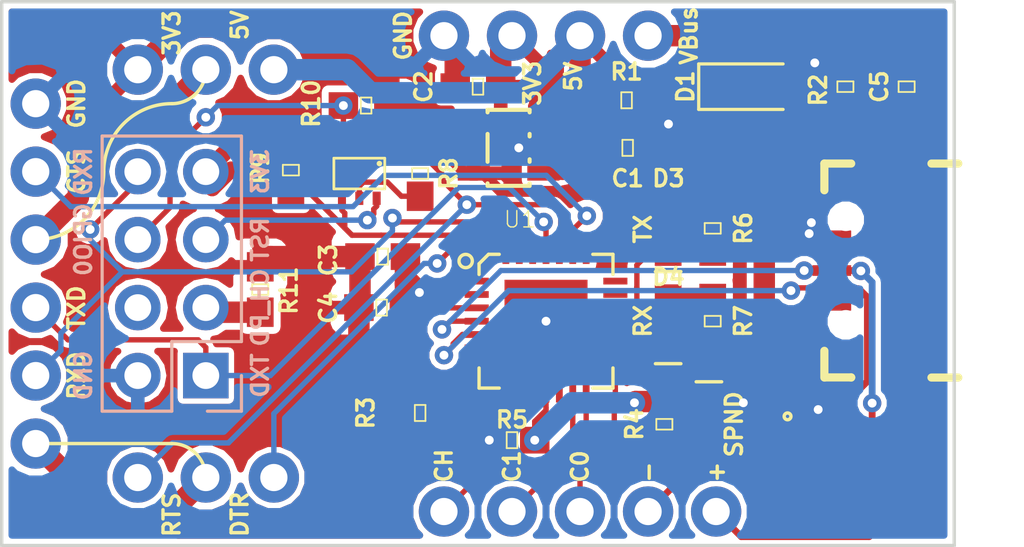
<source format=kicad_pcb>
(kicad_pcb (version 4) (host pcbnew 4.0.6)

  (general
    (links 79)
    (no_connects 0)
    (area 138.366499 97.726499 174.053501 118.173501)
    (thickness 1.6002)
    (drawings 35)
    (tracks 355)
    (zones 0)
    (modules 32)
    (nets 43)
  )

  (page A4)
  (layers
    (0 F.Cu signal)
    (31 B.Cu signal)
    (34 B.Paste user)
    (35 F.Paste user)
    (36 B.SilkS user)
    (37 F.SilkS user)
    (38 B.Mask user)
    (39 F.Mask user)
    (44 Edge.Cuts user)
  )

  (setup
    (last_trace_width 0.254)
    (user_trace_width 0.1524)
    (user_trace_width 0.2)
    (user_trace_width 0.25)
    (user_trace_width 0.3)
    (user_trace_width 0.4)
    (user_trace_width 0.5)
    (user_trace_width 0.6)
    (user_trace_width 0.8)
    (trace_clearance 0.254)
    (zone_clearance 0.1524)
    (zone_45_only yes)
    (trace_min 0.1524)
    (segment_width 0.127)
    (edge_width 0.127)
    (via_size 0.6858)
    (via_drill 0.3302)
    (via_min_size 0.6858)
    (via_min_drill 0.3302)
    (uvia_size 0.508)
    (uvia_drill 0.127)
    (uvias_allowed no)
    (uvia_min_size 0.508)
    (uvia_min_drill 0.127)
    (pcb_text_width 0.127)
    (pcb_text_size 0.6 0.6)
    (mod_edge_width 0.127)
    (mod_text_size 0.6 0.6)
    (mod_text_width 0.127)
    (pad_size 1.524 1.524)
    (pad_drill 0.762)
    (pad_to_mask_clearance 0.05)
    (pad_to_paste_clearance -0.04)
    (aux_axis_origin 0 0)
    (visible_elements 7FFFFF7F)
    (pcbplotparams
      (layerselection 0x3ffff_80000001)
      (usegerberextensions true)
      (usegerberattributes true)
      (excludeedgelayer true)
      (linewidth 0.127000)
      (plotframeref false)
      (viasonmask false)
      (mode 1)
      (useauxorigin false)
      (hpglpennumber 1)
      (hpglpenspeed 20)
      (hpglpendiameter 15)
      (hpglpenoverlay 2)
      (psnegative false)
      (psa4output false)
      (plotreference true)
      (plotvalue true)
      (plotinvisibletext false)
      (padsonsilk false)
      (subtractmaskfromsilk false)
      (outputformat 1)
      (mirror false)
      (drillshape 0)
      (scaleselection 1)
      (outputdirectory CAM/))
  )

  (net 0 "")
  (net 1 RTS)
  (net 2 DTR)
  (net 3 +5V)
  (net 4 GND)
  (net 5 "Net-(U2-Pad4)")
  (net 6 +3V3)
  (net 7 /D+)
  (net 8 /D-)
  (net 9 "Net-(R3-Pad2)")
  (net 10 CHREN)
  (net 11 CHR1)
  (net 12 CHR0)
  (net 13 RXD)
  (net 14 TXD)
  (net 15 "Net-(D2-PadA)")
  (net 16 "Net-(J3-PadID)")
  (net 17 GNDPWR)
  (net 18 /VBUS)
  (net 19 "Net-(D3-PadA)")
  (net 20 "Net-(D3-PadC)")
  (net 21 "Net-(D4-PadA)")
  (net 22 "Net-(D4-PadC)")
  (net 23 CTS)
  (net 24 VIO)
  (net 25 /SUSPENDb)
  (net 26 "Net-(U1-Pad1)")
  (net 27 "Net-(U1-Pad2)")
  (net 28 "Net-(U1-Pad10)")
  (net 29 "Net-(U1-Pad12)")
  (net 30 "Net-(U1-Pad16)")
  (net 31 "Net-(U1-Pad17)")
  (net 32 "Net-(U1-Pad20)")
  (net 33 "Net-(U1-Pad21)")
  (net 34 "Net-(U1-Pad22)")
  (net 35 "Net-(U1-Pad27)")
  (net 36 PIN6)
  (net 37 "Net-(J7-Pad3)")
  (net 38 "Net-(J7-Pad4)")
  (net 39 RST)
  (net 40 GPIO0)
  (net 41 "Net-(R8-Pad2)")
  (net 42 "Net-(R9-Pad1)")

  (net_class Default "Imperial - this is the standard class"
    (clearance 0.254)
    (trace_width 0.254)
    (via_dia 0.6858)
    (via_drill 0.3302)
    (uvia_dia 0.508)
    (uvia_drill 0.127)
    (add_net /SUSPENDb)
    (add_net /VBUS)
    (add_net CTS)
    (add_net GNDPWR)
    (add_net GPIO0)
    (add_net "Net-(D3-PadA)")
    (add_net "Net-(D3-PadC)")
    (add_net "Net-(D4-PadA)")
    (add_net "Net-(D4-PadC)")
    (add_net "Net-(J7-Pad3)")
    (add_net "Net-(J7-Pad4)")
    (add_net "Net-(R8-Pad2)")
    (add_net "Net-(R9-Pad1)")
    (add_net "Net-(U1-Pad1)")
    (add_net "Net-(U1-Pad10)")
    (add_net "Net-(U1-Pad12)")
    (add_net "Net-(U1-Pad16)")
    (add_net "Net-(U1-Pad17)")
    (add_net "Net-(U1-Pad2)")
    (add_net "Net-(U1-Pad20)")
    (add_net "Net-(U1-Pad21)")
    (add_net "Net-(U1-Pad22)")
    (add_net "Net-(U1-Pad27)")
    (add_net PIN6)
    (add_net RST)
    (add_net VIO)
  )

  (net_class 0.2mm ""
    (clearance 0.2)
    (trace_width 0.2)
    (via_dia 0.6858)
    (via_drill 0.3302)
    (uvia_dia 0.508)
    (uvia_drill 0.127)
  )

  (net_class 50ohm ""
    (clearance 0.15)
    (trace_width 0.8)
    (via_dia 0.6858)
    (via_drill 0.3302)
    (uvia_dia 0.508)
    (uvia_drill 0.127)
  )

  (net_class Minimal ""
    (clearance 0.1524)
    (trace_width 0.1524)
    (via_dia 0.6858)
    (via_drill 0.3302)
    (uvia_dia 0.508)
    (uvia_drill 0.127)
  )

  (net_class "small clearance" ""
    (clearance 0.2)
    (trace_width 0.254)
    (via_dia 0.6858)
    (via_drill 0.3302)
    (uvia_dia 0.508)
    (uvia_drill 0.127)
    (add_net +3V3)
    (add_net +5V)
    (add_net /D+)
    (add_net /D-)
    (add_net CHR0)
    (add_net CHR1)
    (add_net CHREN)
    (add_net DTR)
    (add_net GND)
    (add_net "Net-(D2-PadA)")
    (add_net "Net-(J3-PadID)")
    (add_net "Net-(R3-Pad2)")
    (add_net "Net-(U2-Pad4)")
    (add_net RTS)
    (add_net RXD)
    (add_net TXD)
  )

  (module SparkFun-Capacitors:SparkFun-Capacitors-0603 (layer F.Cu) (tedit 59DAA923) (tstamp 59D8F4D1)
    (at 161.798 103.251)
    (descr "GENERIC 1608 (0603) PACKAGE")
    (tags "GENERIC 1608 (0603) PACKAGE")
    (path /5951BD89)
    (attr smd)
    (fp_text reference C1 (at 0 1.143) (layer F.SilkS)
      (effects (font (size 0.6096 0.6096) (thickness 0.127)))
    )
    (fp_text value 1uF (at 0 1.0668) (layer F.SilkS) hide
      (effects (font (size 0.6096 0.6096) (thickness 0.127)))
    )
    (fp_line (start -0.8382 0.4699) (end -0.33782 0.4699) (layer Dwgs.User) (width 0.06604))
    (fp_line (start -0.33782 0.4699) (end -0.33782 -0.48006) (layer Dwgs.User) (width 0.06604))
    (fp_line (start -0.8382 -0.48006) (end -0.33782 -0.48006) (layer Dwgs.User) (width 0.06604))
    (fp_line (start -0.8382 0.4699) (end -0.8382 -0.48006) (layer Dwgs.User) (width 0.06604))
    (fp_line (start 0.3302 0.4699) (end 0.82804 0.4699) (layer Dwgs.User) (width 0.06604))
    (fp_line (start 0.82804 0.4699) (end 0.82804 -0.48006) (layer Dwgs.User) (width 0.06604))
    (fp_line (start 0.3302 -0.48006) (end 0.82804 -0.48006) (layer Dwgs.User) (width 0.06604))
    (fp_line (start 0.3302 0.4699) (end 0.3302 -0.48006) (layer Dwgs.User) (width 0.06604))
    (fp_line (start -0.19812 0.29972) (end 0.19812 0.29972) (layer F.SilkS) (width 0.06604))
    (fp_line (start 0.19812 0.29972) (end 0.19812 -0.29972) (layer F.SilkS) (width 0.06604))
    (fp_line (start -0.19812 -0.29972) (end 0.19812 -0.29972) (layer F.SilkS) (width 0.06604))
    (fp_line (start -0.19812 0.29972) (end -0.19812 -0.29972) (layer F.SilkS) (width 0.06604))
    (fp_line (start -1.59766 -0.6985) (end 1.59766 -0.6985) (layer Dwgs.User) (width 0.0508))
    (fp_line (start 1.59766 -0.6985) (end 1.59766 0.6985) (layer Dwgs.User) (width 0.0508))
    (fp_line (start 1.59766 0.6985) (end -1.59766 0.6985) (layer Dwgs.User) (width 0.0508))
    (fp_line (start -1.59766 0.6985) (end -1.59766 -0.6985) (layer Dwgs.User) (width 0.0508))
    (fp_line (start -0.3556 -0.4318) (end 0.3556 -0.4318) (layer Dwgs.User) (width 0.1016))
    (fp_line (start -0.3556 0.41656) (end 0.3556 0.41656) (layer Dwgs.User) (width 0.1016))
    (pad 1 smd rect (at -0.84836 0) (size 1.09982 0.99822) (layers F.Cu F.Paste F.Mask)
      (net 3 +5V))
    (pad 2 smd rect (at 0.84836 0) (size 1.09982 0.99822) (layers F.Cu F.Paste F.Mask)
      (net 4 GND))
  )

  (module SparkFun-Capacitors:SparkFun-Capacitors-0603 (layer F.Cu) (tedit 59DAA89A) (tstamp 59D8F4E9)
    (at 156.21 100.965 180)
    (descr "GENERIC 1608 (0603) PACKAGE")
    (tags "GENERIC 1608 (0603) PACKAGE")
    (path /5951BE44)
    (attr smd)
    (fp_text reference C2 (at 2.032 0 270) (layer F.SilkS)
      (effects (font (size 0.6096 0.6096) (thickness 0.127)))
    )
    (fp_text value 1uF (at 1.524 -1.143 180) (layer F.SilkS) hide
      (effects (font (size 0.6096 0.6096) (thickness 0.127)))
    )
    (fp_line (start -0.8382 0.4699) (end -0.33782 0.4699) (layer Dwgs.User) (width 0.06604))
    (fp_line (start -0.33782 0.4699) (end -0.33782 -0.48006) (layer Dwgs.User) (width 0.06604))
    (fp_line (start -0.8382 -0.48006) (end -0.33782 -0.48006) (layer Dwgs.User) (width 0.06604))
    (fp_line (start -0.8382 0.4699) (end -0.8382 -0.48006) (layer Dwgs.User) (width 0.06604))
    (fp_line (start 0.3302 0.4699) (end 0.82804 0.4699) (layer Dwgs.User) (width 0.06604))
    (fp_line (start 0.82804 0.4699) (end 0.82804 -0.48006) (layer Dwgs.User) (width 0.06604))
    (fp_line (start 0.3302 -0.48006) (end 0.82804 -0.48006) (layer Dwgs.User) (width 0.06604))
    (fp_line (start 0.3302 0.4699) (end 0.3302 -0.48006) (layer Dwgs.User) (width 0.06604))
    (fp_line (start -0.19812 0.29972) (end 0.19812 0.29972) (layer F.SilkS) (width 0.06604))
    (fp_line (start 0.19812 0.29972) (end 0.19812 -0.29972) (layer F.SilkS) (width 0.06604))
    (fp_line (start -0.19812 -0.29972) (end 0.19812 -0.29972) (layer F.SilkS) (width 0.06604))
    (fp_line (start -0.19812 0.29972) (end -0.19812 -0.29972) (layer F.SilkS) (width 0.06604))
    (fp_line (start -1.59766 -0.6985) (end 1.59766 -0.6985) (layer Dwgs.User) (width 0.0508))
    (fp_line (start 1.59766 -0.6985) (end 1.59766 0.6985) (layer Dwgs.User) (width 0.0508))
    (fp_line (start 1.59766 0.6985) (end -1.59766 0.6985) (layer Dwgs.User) (width 0.0508))
    (fp_line (start -1.59766 0.6985) (end -1.59766 -0.6985) (layer Dwgs.User) (width 0.0508))
    (fp_line (start -0.3556 -0.4318) (end 0.3556 -0.4318) (layer Dwgs.User) (width 0.1016))
    (fp_line (start -0.3556 0.41656) (end 0.3556 0.41656) (layer Dwgs.User) (width 0.1016))
    (pad 1 smd rect (at -0.84836 0 180) (size 1.09982 0.99822) (layers F.Cu F.Paste F.Mask)
      (net 6 +3V3))
    (pad 2 smd rect (at 0.84836 0 180) (size 1.09982 0.99822) (layers F.Cu F.Paste F.Mask)
      (net 4 GND))
  )

  (module SparkFun-Capacitors:SparkFun-Capacitors-0603 (layer F.Cu) (tedit 59DAA8AC) (tstamp 59D8F501)
    (at 152.654 107.315)
    (descr "GENERIC 1608 (0603) PACKAGE")
    (tags "GENERIC 1608 (0603) PACKAGE")
    (path /5952F7DE)
    (attr smd)
    (fp_text reference C3 (at -2.032 0.127 90) (layer F.SilkS)
      (effects (font (size 0.6096 0.6096) (thickness 0.127)))
    )
    (fp_text value 4.7uF (at 0 1.0668) (layer F.SilkS) hide
      (effects (font (size 0.6096 0.6096) (thickness 0.127)))
    )
    (fp_line (start -0.8382 0.4699) (end -0.33782 0.4699) (layer Dwgs.User) (width 0.06604))
    (fp_line (start -0.33782 0.4699) (end -0.33782 -0.48006) (layer Dwgs.User) (width 0.06604))
    (fp_line (start -0.8382 -0.48006) (end -0.33782 -0.48006) (layer Dwgs.User) (width 0.06604))
    (fp_line (start -0.8382 0.4699) (end -0.8382 -0.48006) (layer Dwgs.User) (width 0.06604))
    (fp_line (start 0.3302 0.4699) (end 0.82804 0.4699) (layer Dwgs.User) (width 0.06604))
    (fp_line (start 0.82804 0.4699) (end 0.82804 -0.48006) (layer Dwgs.User) (width 0.06604))
    (fp_line (start 0.3302 -0.48006) (end 0.82804 -0.48006) (layer Dwgs.User) (width 0.06604))
    (fp_line (start 0.3302 0.4699) (end 0.3302 -0.48006) (layer Dwgs.User) (width 0.06604))
    (fp_line (start -0.19812 0.29972) (end 0.19812 0.29972) (layer F.SilkS) (width 0.06604))
    (fp_line (start 0.19812 0.29972) (end 0.19812 -0.29972) (layer F.SilkS) (width 0.06604))
    (fp_line (start -0.19812 -0.29972) (end 0.19812 -0.29972) (layer F.SilkS) (width 0.06604))
    (fp_line (start -0.19812 0.29972) (end -0.19812 -0.29972) (layer F.SilkS) (width 0.06604))
    (fp_line (start -1.59766 -0.6985) (end 1.59766 -0.6985) (layer Dwgs.User) (width 0.0508))
    (fp_line (start 1.59766 -0.6985) (end 1.59766 0.6985) (layer Dwgs.User) (width 0.0508))
    (fp_line (start 1.59766 0.6985) (end -1.59766 0.6985) (layer Dwgs.User) (width 0.0508))
    (fp_line (start -1.59766 0.6985) (end -1.59766 -0.6985) (layer Dwgs.User) (width 0.0508))
    (fp_line (start -0.3556 -0.4318) (end 0.3556 -0.4318) (layer Dwgs.User) (width 0.1016))
    (fp_line (start -0.3556 0.41656) (end 0.3556 0.41656) (layer Dwgs.User) (width 0.1016))
    (pad 1 smd rect (at -0.84836 0) (size 1.09982 0.99822) (layers F.Cu F.Paste F.Mask)
      (net 6 +3V3))
    (pad 2 smd rect (at 0.84836 0) (size 1.09982 0.99822) (layers F.Cu F.Paste F.Mask)
      (net 4 GND))
  )

  (module SparkFun-Capacitors:SparkFun-Capacitors-0603 (layer F.Cu) (tedit 59DAA8B2) (tstamp 59D8F519)
    (at 152.61336 109.22)
    (descr "GENERIC 1608 (0603) PACKAGE")
    (tags "GENERIC 1608 (0603) PACKAGE")
    (path /5952F7A5)
    (attr smd)
    (fp_text reference C4 (at -1.99136 0 90) (layer F.SilkS)
      (effects (font (size 0.6096 0.6096) (thickness 0.127)))
    )
    (fp_text value 0.1uF (at 0 1.0668) (layer F.SilkS) hide
      (effects (font (size 0.6096 0.6096) (thickness 0.127)))
    )
    (fp_line (start -0.8382 0.4699) (end -0.33782 0.4699) (layer Dwgs.User) (width 0.06604))
    (fp_line (start -0.33782 0.4699) (end -0.33782 -0.48006) (layer Dwgs.User) (width 0.06604))
    (fp_line (start -0.8382 -0.48006) (end -0.33782 -0.48006) (layer Dwgs.User) (width 0.06604))
    (fp_line (start -0.8382 0.4699) (end -0.8382 -0.48006) (layer Dwgs.User) (width 0.06604))
    (fp_line (start 0.3302 0.4699) (end 0.82804 0.4699) (layer Dwgs.User) (width 0.06604))
    (fp_line (start 0.82804 0.4699) (end 0.82804 -0.48006) (layer Dwgs.User) (width 0.06604))
    (fp_line (start 0.3302 -0.48006) (end 0.82804 -0.48006) (layer Dwgs.User) (width 0.06604))
    (fp_line (start 0.3302 0.4699) (end 0.3302 -0.48006) (layer Dwgs.User) (width 0.06604))
    (fp_line (start -0.19812 0.29972) (end 0.19812 0.29972) (layer F.SilkS) (width 0.06604))
    (fp_line (start 0.19812 0.29972) (end 0.19812 -0.29972) (layer F.SilkS) (width 0.06604))
    (fp_line (start -0.19812 -0.29972) (end 0.19812 -0.29972) (layer F.SilkS) (width 0.06604))
    (fp_line (start -0.19812 0.29972) (end -0.19812 -0.29972) (layer F.SilkS) (width 0.06604))
    (fp_line (start -1.59766 -0.6985) (end 1.59766 -0.6985) (layer Dwgs.User) (width 0.0508))
    (fp_line (start 1.59766 -0.6985) (end 1.59766 0.6985) (layer Dwgs.User) (width 0.0508))
    (fp_line (start 1.59766 0.6985) (end -1.59766 0.6985) (layer Dwgs.User) (width 0.0508))
    (fp_line (start -1.59766 0.6985) (end -1.59766 -0.6985) (layer Dwgs.User) (width 0.0508))
    (fp_line (start -0.3556 -0.4318) (end 0.3556 -0.4318) (layer Dwgs.User) (width 0.1016))
    (fp_line (start -0.3556 0.41656) (end 0.3556 0.41656) (layer Dwgs.User) (width 0.1016))
    (pad 1 smd rect (at -0.84836 0) (size 1.09982 0.99822) (layers F.Cu F.Paste F.Mask)
      (net 6 +3V3))
    (pad 2 smd rect (at 0.84836 0) (size 1.09982 0.99822) (layers F.Cu F.Paste F.Mask)
      (net 4 GND))
  )

  (module SparkFun-Capacitors:SparkFun-Capacitors-0603 (layer F.Cu) (tedit 59DAA9D6) (tstamp 59D8F531)
    (at 172.212 100.965 270)
    (descr "GENERIC 1608 (0603) PACKAGE")
    (tags "GENERIC 1608 (0603) PACKAGE")
    (path /59D5ED8C)
    (attr smd)
    (fp_text reference C5 (at 0 1.016 270) (layer F.SilkS)
      (effects (font (size 0.6096 0.6096) (thickness 0.127)))
    )
    (fp_text value 100pF (at 0 1.0668 270) (layer F.SilkS) hide
      (effects (font (size 0.6096 0.6096) (thickness 0.127)))
    )
    (fp_line (start -0.8382 0.4699) (end -0.33782 0.4699) (layer Dwgs.User) (width 0.06604))
    (fp_line (start -0.33782 0.4699) (end -0.33782 -0.48006) (layer Dwgs.User) (width 0.06604))
    (fp_line (start -0.8382 -0.48006) (end -0.33782 -0.48006) (layer Dwgs.User) (width 0.06604))
    (fp_line (start -0.8382 0.4699) (end -0.8382 -0.48006) (layer Dwgs.User) (width 0.06604))
    (fp_line (start 0.3302 0.4699) (end 0.82804 0.4699) (layer Dwgs.User) (width 0.06604))
    (fp_line (start 0.82804 0.4699) (end 0.82804 -0.48006) (layer Dwgs.User) (width 0.06604))
    (fp_line (start 0.3302 -0.48006) (end 0.82804 -0.48006) (layer Dwgs.User) (width 0.06604))
    (fp_line (start 0.3302 0.4699) (end 0.3302 -0.48006) (layer Dwgs.User) (width 0.06604))
    (fp_line (start -0.19812 0.29972) (end 0.19812 0.29972) (layer F.SilkS) (width 0.06604))
    (fp_line (start 0.19812 0.29972) (end 0.19812 -0.29972) (layer F.SilkS) (width 0.06604))
    (fp_line (start -0.19812 -0.29972) (end 0.19812 -0.29972) (layer F.SilkS) (width 0.06604))
    (fp_line (start -0.19812 0.29972) (end -0.19812 -0.29972) (layer F.SilkS) (width 0.06604))
    (fp_line (start -1.59766 -0.6985) (end 1.59766 -0.6985) (layer Dwgs.User) (width 0.0508))
    (fp_line (start 1.59766 -0.6985) (end 1.59766 0.6985) (layer Dwgs.User) (width 0.0508))
    (fp_line (start 1.59766 0.6985) (end -1.59766 0.6985) (layer Dwgs.User) (width 0.0508))
    (fp_line (start -1.59766 0.6985) (end -1.59766 -0.6985) (layer Dwgs.User) (width 0.0508))
    (fp_line (start -0.3556 -0.4318) (end 0.3556 -0.4318) (layer Dwgs.User) (width 0.1016))
    (fp_line (start -0.3556 0.41656) (end 0.3556 0.41656) (layer Dwgs.User) (width 0.1016))
    (pad 1 smd rect (at -0.84836 0 270) (size 1.09982 0.99822) (layers F.Cu F.Paste F.Mask)
      (net 4 GND))
    (pad 2 smd rect (at 0.84836 0 270) (size 1.09982 0.99822) (layers F.Cu F.Paste F.Mask)
      (net 17 GNDPWR))
  )

  (module Diodes_SMD:D_SOD-323_HandSoldering (layer F.Cu) (tedit 59DAA3DE) (tstamp 59D8F549)
    (at 166.35 100.965)
    (descr SOD-323)
    (tags SOD-323)
    (path /59D6CA00)
    (attr smd)
    (fp_text reference D1 (at -2.393 0 90) (layer F.SilkS)
      (effects (font (size 0.6096 0.6096) (thickness 0.127)))
    )
    (fp_text value D_Schottky_Small (at 0.1 1.9) (layer F.Fab)
      (effects (font (size 1 1) (thickness 0.15)))
    )
    (fp_text user %R (at 0 -1.85) (layer F.Fab)
      (effects (font (size 1 1) (thickness 0.15)))
    )
    (fp_line (start -1.9 -0.85) (end -1.9 0.85) (layer F.SilkS) (width 0.12))
    (fp_line (start 0.2 0) (end 0.45 0) (layer F.Fab) (width 0.1))
    (fp_line (start 0.2 0.35) (end -0.3 0) (layer F.Fab) (width 0.1))
    (fp_line (start 0.2 -0.35) (end 0.2 0.35) (layer F.Fab) (width 0.1))
    (fp_line (start -0.3 0) (end 0.2 -0.35) (layer F.Fab) (width 0.1))
    (fp_line (start -0.3 0) (end -0.5 0) (layer F.Fab) (width 0.1))
    (fp_line (start -0.3 -0.35) (end -0.3 0.35) (layer F.Fab) (width 0.1))
    (fp_line (start -0.9 0.7) (end -0.9 -0.7) (layer F.Fab) (width 0.1))
    (fp_line (start 0.9 0.7) (end -0.9 0.7) (layer F.Fab) (width 0.1))
    (fp_line (start 0.9 -0.7) (end 0.9 0.7) (layer F.Fab) (width 0.1))
    (fp_line (start -0.9 -0.7) (end 0.9 -0.7) (layer F.Fab) (width 0.1))
    (fp_line (start -2 -0.95) (end 2 -0.95) (layer F.CrtYd) (width 0.05))
    (fp_line (start 2 -0.95) (end 2 0.95) (layer F.CrtYd) (width 0.05))
    (fp_line (start -2 0.95) (end 2 0.95) (layer F.CrtYd) (width 0.05))
    (fp_line (start -2 -0.95) (end -2 0.95) (layer F.CrtYd) (width 0.05))
    (fp_line (start -1.9 0.85) (end 1.25 0.85) (layer F.SilkS) (width 0.12))
    (fp_line (start -1.9 -0.85) (end 1.25 -0.85) (layer F.SilkS) (width 0.12))
    (pad 1 smd rect (at -1.25 0) (size 1 1) (layers F.Cu F.Paste F.Mask)
      (net 3 +5V))
    (pad 2 smd rect (at 1.25 0) (size 1 1) (layers F.Cu F.Paste F.Mask)
      (net 18 /VBUS))
    (model ${KISYS3DMOD}/Diodes_SMD.3dshapes/D_SOD-323.wrl
      (at (xyz 0 0 0))
      (scale (xyz 1 1 1))
      (rotate (xyz 0 0 0))
    )
  )

  (module SparkFun-LED:SparkFun-LED-LED-0603 (layer F.Cu) (tedit 59DAA8E7) (tstamp 59D8F554)
    (at 164.831032 113.579446 90)
    (descr "LED 0603 SMT")
    (tags "LED 0603 SMT")
    (path /59D6B983)
    (attr smd)
    (fp_text reference D2 (at 0 -0.9398 90) (layer F.SilkS) hide
      (effects (font (size 0.6096 0.6096) (thickness 0.127)))
    )
    (fp_text value SPND (at 0 0.9398 90) (layer F.SilkS)
      (effects (font (size 0.6096 0.6096) (thickness 0.127)))
    )
    (fp_line (start 1.5875 -0.47498) (end 1.5875 0.47498) (layer F.SilkS) (width 0.127))
    (fp_line (start 0.15748 -0.47498) (end 0.15748 0) (layer Dwgs.User) (width 0.127))
    (fp_line (start 0.15748 0) (end 0.15748 0.47498) (layer Dwgs.User) (width 0.127))
    (fp_line (start 0.15748 0) (end -0.15748 -0.3175) (layer Dwgs.User) (width 0.127))
    (fp_line (start 0.15748 0) (end -0.15748 0.3175) (layer Dwgs.User) (width 0.127))
    (pad A smd rect (at -0.8763 0) (size 0.99822 0.99822) (layers F.Cu F.Paste F.Mask)
      (net 15 "Net-(D2-PadA)"))
    (pad C smd rect (at 0.8763 0) (size 0.99822 0.99822) (layers F.Cu F.Paste F.Mask)
      (net 4 GND))
  )

  (module SparkFun-LED:SparkFun-LED-LED-0603 (layer F.Cu) (tedit 200000) (tstamp 59D8F55F)
    (at 163.3093 106.2863 270)
    (descr "LED 0603 SMT")
    (tags "LED 0603 SMT")
    (path /59D6BAB8)
    (attr smd)
    (fp_text reference D3 (at -1.8923 -0.0127 360) (layer F.SilkS)
      (effects (font (size 0.6096 0.6096) (thickness 0.127)))
    )
    (fp_text value TX (at 0 0.9398 270) (layer F.SilkS)
      (effects (font (size 0.6096 0.6096) (thickness 0.127)))
    )
    (fp_line (start 1.5875 -0.47498) (end 1.5875 0.47498) (layer F.SilkS) (width 0.127))
    (fp_line (start 0.15748 -0.47498) (end 0.15748 0) (layer Dwgs.User) (width 0.127))
    (fp_line (start 0.15748 0) (end 0.15748 0.47498) (layer Dwgs.User) (width 0.127))
    (fp_line (start 0.15748 0) (end -0.15748 -0.3175) (layer Dwgs.User) (width 0.127))
    (fp_line (start 0.15748 0) (end -0.15748 0.3175) (layer Dwgs.User) (width 0.127))
    (pad A smd rect (at -0.8763 0 180) (size 0.99822 0.99822) (layers F.Cu F.Paste F.Mask)
      (net 19 "Net-(D3-PadA)"))
    (pad C smd rect (at 0.8763 0 180) (size 0.99822 0.99822) (layers F.Cu F.Paste F.Mask)
      (net 20 "Net-(D3-PadC)"))
  )

  (module SparkFun-LED:SparkFun-LED-LED-0603 (layer F.Cu) (tedit 200000) (tstamp 59D8F56A)
    (at 163.3093 109.728 270)
    (descr "LED 0603 SMT")
    (tags "LED 0603 SMT")
    (path /59D6BAFD)
    (attr smd)
    (fp_text reference D4 (at -1.651 -0.0127 360) (layer F.SilkS)
      (effects (font (size 0.6096 0.6096) (thickness 0.127)))
    )
    (fp_text value RX (at 0 0.9398 270) (layer F.SilkS)
      (effects (font (size 0.6096 0.6096) (thickness 0.127)))
    )
    (fp_line (start 1.5875 -0.47498) (end 1.5875 0.47498) (layer F.SilkS) (width 0.127))
    (fp_line (start 0.15748 -0.47498) (end 0.15748 0) (layer Dwgs.User) (width 0.127))
    (fp_line (start 0.15748 0) (end 0.15748 0.47498) (layer Dwgs.User) (width 0.127))
    (fp_line (start 0.15748 0) (end -0.15748 -0.3175) (layer Dwgs.User) (width 0.127))
    (fp_line (start 0.15748 0) (end -0.15748 0.3175) (layer Dwgs.User) (width 0.127))
    (pad A smd rect (at -0.8763 0 180) (size 0.99822 0.99822) (layers F.Cu F.Paste F.Mask)
      (net 21 "Net-(D4-PadA)"))
    (pad C smd rect (at 0.8763 0 180) (size 0.99822 0.99822) (layers F.Cu F.Paste F.Mask)
      (net 22 "Net-(D4-PadC)"))
  )

  (module SparkFun-Connectors:SparkFun-Connectors-1X06_NO_SILK (layer F.Cu) (tedit 59DAA059) (tstamp 59D8F58C)
    (at 139.7 101.6 270)
    (descr "PLATED THROUGH HOLE - 6 PIN NO SILK OUTLINE")
    (tags "PLATED THROUGH HOLE - 6 PIN NO SILK OUTLINE")
    (path /59D62DDC)
    (attr virtual)
    (fp_text reference J1 (at 0.254 -1.7018 270) (layer F.SilkS) hide
      (effects (font (size 0.6096 0.6096) (thickness 0.127)))
    )
    (fp_text value UART (at 0.5588 1.7272 270) (layer F.SilkS) hide
      (effects (font (size 0.6096 0.6096) (thickness 0.127)))
    )
    (fp_line (start 12.446 0.254) (end 12.954 0.254) (layer Dwgs.User) (width 0.06604))
    (fp_line (start 12.954 0.254) (end 12.954 -0.254) (layer Dwgs.User) (width 0.06604))
    (fp_line (start 12.446 -0.254) (end 12.954 -0.254) (layer Dwgs.User) (width 0.06604))
    (fp_line (start 12.446 0.254) (end 12.446 -0.254) (layer Dwgs.User) (width 0.06604))
    (fp_line (start 9.906 0.254) (end 10.414 0.254) (layer Dwgs.User) (width 0.06604))
    (fp_line (start 10.414 0.254) (end 10.414 -0.254) (layer Dwgs.User) (width 0.06604))
    (fp_line (start 9.906 -0.254) (end 10.414 -0.254) (layer Dwgs.User) (width 0.06604))
    (fp_line (start 9.906 0.254) (end 9.906 -0.254) (layer Dwgs.User) (width 0.06604))
    (fp_line (start 7.366 0.254) (end 7.874 0.254) (layer Dwgs.User) (width 0.06604))
    (fp_line (start 7.874 0.254) (end 7.874 -0.254) (layer Dwgs.User) (width 0.06604))
    (fp_line (start 7.366 -0.254) (end 7.874 -0.254) (layer Dwgs.User) (width 0.06604))
    (fp_line (start 7.366 0.254) (end 7.366 -0.254) (layer Dwgs.User) (width 0.06604))
    (fp_line (start 4.826 0.254) (end 5.334 0.254) (layer Dwgs.User) (width 0.06604))
    (fp_line (start 5.334 0.254) (end 5.334 -0.254) (layer Dwgs.User) (width 0.06604))
    (fp_line (start 4.826 -0.254) (end 5.334 -0.254) (layer Dwgs.User) (width 0.06604))
    (fp_line (start 4.826 0.254) (end 4.826 -0.254) (layer Dwgs.User) (width 0.06604))
    (fp_line (start 2.286 0.254) (end 2.794 0.254) (layer Dwgs.User) (width 0.06604))
    (fp_line (start 2.794 0.254) (end 2.794 -0.254) (layer Dwgs.User) (width 0.06604))
    (fp_line (start 2.286 -0.254) (end 2.794 -0.254) (layer Dwgs.User) (width 0.06604))
    (fp_line (start 2.286 0.254) (end 2.286 -0.254) (layer Dwgs.User) (width 0.06604))
    (fp_line (start -0.254 0.254) (end 0.254 0.254) (layer Dwgs.User) (width 0.06604))
    (fp_line (start 0.254 0.254) (end 0.254 -0.254) (layer Dwgs.User) (width 0.06604))
    (fp_line (start -0.254 -0.254) (end 0.254 -0.254) (layer Dwgs.User) (width 0.06604))
    (fp_line (start -0.254 0.254) (end -0.254 -0.254) (layer Dwgs.User) (width 0.06604))
    (pad 1 thru_hole circle (at 0 0 270) (size 1.8796 1.8796) (drill 1.016) (layers *.Cu *.Paste *.Mask)
      (net 4 GND))
    (pad 2 thru_hole circle (at 2.54 0 270) (size 1.8796 1.8796) (drill 1.016) (layers *.Cu *.Paste *.Mask)
      (net 23 CTS))
    (pad 3 thru_hole circle (at 5.08 0 270) (size 1.8796 1.8796) (drill 1.016) (layers *.Cu *.Paste *.Mask)
      (net 24 VIO))
    (pad 4 thru_hole circle (at 7.62 0 270) (size 1.8796 1.8796) (drill 1.016) (layers *.Cu *.Paste *.Mask)
      (net 14 TXD))
    (pad 5 thru_hole circle (at 10.16 0 270) (size 1.8796 1.8796) (drill 1.016) (layers *.Cu *.Paste *.Mask)
      (net 13 RXD))
    (pad 6 thru_hole circle (at 12.7 0 270) (size 1.8796 1.8796) (drill 1.016) (layers *.Cu *.Paste *.Mask)
      (net 36 PIN6))
  )

  (module SparkFun-Connectors:SparkFun-Connectors-1X04_NO_SILK (layer F.Cu) (tedit 59DAA465) (tstamp 59D8F5A4)
    (at 154.94 99.06)
    (descr "PLATED THROUGH HOLE - 4 PIN NO SILK OUTLINE")
    (tags "PLATED THROUGH HOLE - 4 PIN NO SILK OUTLINE")
    (path /59D65379)
    (attr virtual)
    (fp_text reference J2 (at 0.254 -1.7018) (layer F.SilkS) hide
      (effects (font (size 0.6096 0.6096) (thickness 0.127)))
    )
    (fp_text value Power (at 0.5588 1.7272) (layer F.SilkS) hide
      (effects (font (size 0.6096 0.6096) (thickness 0.127)))
    )
    (fp_line (start 7.366 0.254) (end 7.874 0.254) (layer Dwgs.User) (width 0.06604))
    (fp_line (start 7.874 0.254) (end 7.874 -0.254) (layer Dwgs.User) (width 0.06604))
    (fp_line (start 7.366 -0.254) (end 7.874 -0.254) (layer Dwgs.User) (width 0.06604))
    (fp_line (start 7.366 0.254) (end 7.366 -0.254) (layer Dwgs.User) (width 0.06604))
    (fp_line (start 4.826 0.254) (end 5.334 0.254) (layer Dwgs.User) (width 0.06604))
    (fp_line (start 5.334 0.254) (end 5.334 -0.254) (layer Dwgs.User) (width 0.06604))
    (fp_line (start 4.826 -0.254) (end 5.334 -0.254) (layer Dwgs.User) (width 0.06604))
    (fp_line (start 4.826 0.254) (end 4.826 -0.254) (layer Dwgs.User) (width 0.06604))
    (fp_line (start 2.286 0.254) (end 2.794 0.254) (layer Dwgs.User) (width 0.06604))
    (fp_line (start 2.794 0.254) (end 2.794 -0.254) (layer Dwgs.User) (width 0.06604))
    (fp_line (start 2.286 -0.254) (end 2.794 -0.254) (layer Dwgs.User) (width 0.06604))
    (fp_line (start 2.286 0.254) (end 2.286 -0.254) (layer Dwgs.User) (width 0.06604))
    (fp_line (start -0.254 0.254) (end 0.254 0.254) (layer Dwgs.User) (width 0.06604))
    (fp_line (start 0.254 0.254) (end 0.254 -0.254) (layer Dwgs.User) (width 0.06604))
    (fp_line (start -0.254 -0.254) (end 0.254 -0.254) (layer Dwgs.User) (width 0.06604))
    (fp_line (start -0.254 0.254) (end -0.254 -0.254) (layer Dwgs.User) (width 0.06604))
    (pad 1 thru_hole circle (at 0 0) (size 1.8796 1.8796) (drill 1.016) (layers *.Cu *.Paste *.Mask)
      (net 4 GND))
    (pad 2 thru_hole circle (at 2.54 0) (size 1.8796 1.8796) (drill 1.016) (layers *.Cu *.Paste *.Mask)
      (net 6 +3V3))
    (pad 3 thru_hole circle (at 5.08 0) (size 1.8796 1.8796) (drill 1.016) (layers *.Cu *.Paste *.Mask)
      (net 3 +5V))
    (pad 4 thru_hole circle (at 7.62 0) (size 1.8796 1.8796) (drill 1.016) (layers *.Cu *.Paste *.Mask)
      (net 18 /VBUS))
  )

  (module SparkFun-Connectors:SparkFun-Connectors-USB-B-MICRO-SMD (layer F.Cu) (tedit 59DAA3EA) (tstamp 59D8F5DA)
    (at 172.14088 107.8357 180)
    (descr "USB - MICROB SMD")
    (tags "USB - MICROB SMD")
    (path /59D5C09A)
    (attr smd)
    (fp_text reference J3 (at 0.254 -5.0038 180) (layer F.SilkS) hide
      (effects (font (size 0.6096 0.6096) (thickness 0.127)))
    )
    (fp_text value USB_MICRO-B_FEMALE-SMT (at 0.5588 5.0038 180) (layer F.SilkS) hide
      (effects (font (size 0.6096 0.6096) (thickness 0.127)))
    )
    (fp_line (start -0.7493 -2.78384) (end 0.7493 -2.78384) (layer F.Paste) (width 0.06604))
    (fp_line (start 0.7493 -2.78384) (end 0.7493 -4.58216) (layer F.Paste) (width 0.06604))
    (fp_line (start -0.7493 -4.58216) (end 0.7493 -4.58216) (layer F.Paste) (width 0.06604))
    (fp_line (start -0.7493 -2.78384) (end -0.7493 -4.58216) (layer F.Paste) (width 0.06604))
    (fp_line (start -0.34798 0.7493) (end 0.34798 0.7493) (layer F.Paste) (width 0.06604))
    (fp_line (start 0.34798 0.7493) (end 0.34798 -0.7493) (layer F.Paste) (width 0.06604))
    (fp_line (start -0.34798 -0.7493) (end 0.34798 -0.7493) (layer F.Paste) (width 0.06604))
    (fp_line (start -0.34798 0.7493) (end -0.34798 -0.7493) (layer F.Paste) (width 0.06604))
    (fp_line (start -0.7493 4.58216) (end 0.7493 4.58216) (layer F.Paste) (width 0.06604))
    (fp_line (start 0.7493 4.58216) (end 0.7493 2.78384) (layer F.Paste) (width 0.06604))
    (fp_line (start -0.7493 2.78384) (end 0.7493 2.78384) (layer F.Paste) (width 0.06604))
    (fp_line (start -0.7493 4.58216) (end -0.7493 2.78384) (layer F.Paste) (width 0.06604))
    (fp_line (start -0.84836 -2.68224) (end 0.84836 -2.68224) (layer F.Mask) (width 0.06604))
    (fp_line (start 0.84836 -2.68224) (end 0.84836 -4.68376) (layer F.Mask) (width 0.06604))
    (fp_line (start -0.84836 -4.68376) (end 0.84836 -4.68376) (layer F.Mask) (width 0.06604))
    (fp_line (start -0.84836 -2.68224) (end -0.84836 -4.68376) (layer F.Mask) (width 0.06604))
    (fp_line (start -0.84836 4.68376) (end 0.84836 4.68376) (layer F.Mask) (width 0.06604))
    (fp_line (start 0.84836 4.68376) (end 0.84836 2.68224) (layer F.Mask) (width 0.06604))
    (fp_line (start -0.84836 2.68224) (end 0.84836 2.68224) (layer F.Mask) (width 0.06604))
    (fp_line (start -0.84836 4.68376) (end -0.84836 2.68224) (layer F.Mask) (width 0.06604))
    (fp_line (start -0.84836 1.34874) (end 0.84836 1.34874) (layer F.Mask) (width 0.06604))
    (fp_line (start 0.84836 1.34874) (end 0.84836 -1.34874) (layer F.Mask) (width 0.06604))
    (fp_line (start -0.84836 -1.34874) (end 0.84836 -1.34874) (layer F.Mask) (width 0.06604))
    (fp_line (start -0.84836 1.34874) (end -0.84836 -1.34874) (layer F.Mask) (width 0.06604))
    (fp_line (start -2.99974 -5.59816) (end -2.2987 -5.29844) (layer Dwgs.User) (width 0.07874))
    (fp_line (start -2.2987 -5.29844) (end -2.39776 -5.4991) (layer Dwgs.User) (width 0.07874))
    (fp_line (start -2.2987 -5.29844) (end -2.49936 -5.19938) (layer Dwgs.User) (width 0.07874))
    (fp_line (start -2.14884 -3.8989) (end -2.14884 3.8989) (layer Dwgs.User) (width 0.127))
    (fp_line (start 2.84988 -3.8989) (end 2.84988 3.8989) (layer Dwgs.User) (width 0.127))
    (fp_line (start 2.84988 -3.8989) (end -2.14884 -3.8989) (layer Dwgs.User) (width 0.127))
    (fp_line (start 2.84988 3.8989) (end -2.14884 3.8989) (layer Dwgs.User) (width 0.127))
    (fp_line (start 2.97942 -3.99288) (end 1.99898 -3.99288) (layer F.SilkS) (width 0.3048))
    (fp_line (start 1.99898 -3.99288) (end 1.99898 -3.99796) (layer F.SilkS) (width 0.3048))
    (fp_line (start 2.99974 -3.99796) (end 2.99974 -2.99974) (layer F.SilkS) (width 0.3048))
    (fp_line (start 1.99898 3.99796) (end 2.99974 3.99796) (layer F.SilkS) (width 0.3048))
    (fp_line (start 2.99974 3.99796) (end 2.99974 2.99974) (layer F.SilkS) (width 0.3048))
    (fp_line (start -0.99822 -3.99796) (end -1.99898 -3.99796) (layer F.SilkS) (width 0.3048))
    (fp_line (start -0.99822 3.99796) (end -1.99898 3.99796) (layer F.SilkS) (width 0.3048))
    (fp_line (start -1.99898 -6.9977) (end -1.99898 0) (layer Dwgs.User) (width 0))
    (fp_text user "PCB Front" (at -3.28676 -6.11124 180) (layer Dwgs.User)
      (effects (font (size 0.3048 0.3048) (thickness 0.0254)))
    )
    (pad D+ smd rect (at 2.72288 0 270) (size 0.39878 1.4478) (layers F.Cu F.Paste F.Mask)
      (net 7 /D+))
    (pad D- smd rect (at 2.72288 -0.6477 270) (size 0.39878 1.4478) (layers F.Cu F.Paste F.Mask)
      (net 8 /D-))
    (pad GND smd rect (at 2.72288 1.29794 270) (size 0.39878 1.4478) (layers F.Cu F.Paste F.Mask)
      (net 4 GND))
    (pad ID smd rect (at 2.72288 0.6477 270) (size 0.39878 1.4478) (layers F.Cu F.Paste F.Mask)
      (net 16 "Net-(J3-PadID)"))
    (pad SHIE smd rect (at 0 -3.683 270) (size 1.79832 1.4986) (layers F.Cu F.Paste F.Mask)
      (net 17 GNDPWR))
    (pad SHIE smd rect (at 0 3.683 270) (size 1.79832 1.4986) (layers F.Cu F.Paste F.Mask)
      (net 17 GNDPWR))
    (pad SHIE smd rect (at 0 0 270) (size 2.49936 1.4986) (layers F.Cu F.Paste F.Mask)
      (net 17 GNDPWR))
    (pad VBUS smd rect (at 2.72288 -1.29794 270) (size 0.39878 1.4478) (layers F.Cu F.Paste F.Mask)
      (net 18 /VBUS))
    (pad "" np_thru_hole circle (at 2.19964 -1.89992 180) (size 0.84836 0.84836) (drill 0.84836) (layers *.Cu *.Mask))
    (pad "" np_thru_hole circle (at 2.19964 1.89992 180) (size 0.84836 0.84836) (drill 0.84836) (layers *.Cu *.Mask))
  )

  (module SparkFun-Connectors:SparkFun-Connectors-1X03_NO_SILK (layer F.Cu) (tedit 59DAA06E) (tstamp 59D8F600)
    (at 143.51 100.33)
    (descr "PLATED THROUGH HOLE - 3 PIN NO SILK OUTLINE")
    (tags "PLATED THROUGH HOLE - 3 PIN NO SILK OUTLINE")
    (path /59D63AE5)
    (attr virtual)
    (fp_text reference J5 (at 0.254 -1.7018) (layer F.SilkS) hide
      (effects (font (size 0.6096 0.6096) (thickness 0.127)))
    )
    (fp_text value JumperV (at 0.5588 1.7272) (layer F.SilkS) hide
      (effects (font (size 0.6096 0.6096) (thickness 0.127)))
    )
    (fp_line (start 4.826 0.254) (end 5.334 0.254) (layer Dwgs.User) (width 0.06604))
    (fp_line (start 5.334 0.254) (end 5.334 -0.254) (layer Dwgs.User) (width 0.06604))
    (fp_line (start 4.826 -0.254) (end 5.334 -0.254) (layer Dwgs.User) (width 0.06604))
    (fp_line (start 4.826 0.254) (end 4.826 -0.254) (layer Dwgs.User) (width 0.06604))
    (fp_line (start 2.286 0.254) (end 2.794 0.254) (layer Dwgs.User) (width 0.06604))
    (fp_line (start 2.794 0.254) (end 2.794 -0.254) (layer Dwgs.User) (width 0.06604))
    (fp_line (start 2.286 -0.254) (end 2.794 -0.254) (layer Dwgs.User) (width 0.06604))
    (fp_line (start 2.286 0.254) (end 2.286 -0.254) (layer Dwgs.User) (width 0.06604))
    (fp_line (start -0.254 0.254) (end 0.254 0.254) (layer Dwgs.User) (width 0.06604))
    (fp_line (start 0.254 0.254) (end 0.254 -0.254) (layer Dwgs.User) (width 0.06604))
    (fp_line (start -0.254 -0.254) (end 0.254 -0.254) (layer Dwgs.User) (width 0.06604))
    (fp_line (start -0.254 0.254) (end -0.254 -0.254) (layer Dwgs.User) (width 0.06604))
    (pad 1 thru_hole circle (at 0 0) (size 1.8796 1.8796) (drill 1.016) (layers *.Cu *.Paste *.Mask)
      (net 6 +3V3))
    (pad 2 thru_hole circle (at 2.54 0) (size 1.8796 1.8796) (drill 1.016) (layers *.Cu *.Paste *.Mask)
      (net 24 VIO))
    (pad 3 thru_hole circle (at 5.08 0) (size 1.8796 1.8796) (drill 1.016) (layers *.Cu *.Paste *.Mask)
      (net 3 +5V))
  )

  (module SparkFun-Resistors:SparkFun-Resistors-0603 (layer F.Cu) (tedit 59DAA92B) (tstamp 59D8F618)
    (at 161.75736 101.473)
    (descr "GENERIC 1608 (0603) PACKAGE")
    (tags "GENERIC 1608 (0603) PACKAGE")
    (path /5951BEE3)
    (attr smd)
    (fp_text reference R1 (at 0 -1.0668) (layer F.SilkS)
      (effects (font (size 0.6096 0.6096) (thickness 0.127)))
    )
    (fp_text value 100k (at 0 1.0668) (layer F.SilkS) hide
      (effects (font (size 0.6096 0.6096) (thickness 0.127)))
    )
    (fp_line (start -0.8382 0.4699) (end -0.33782 0.4699) (layer Dwgs.User) (width 0.06604))
    (fp_line (start -0.33782 0.4699) (end -0.33782 -0.48006) (layer Dwgs.User) (width 0.06604))
    (fp_line (start -0.8382 -0.48006) (end -0.33782 -0.48006) (layer Dwgs.User) (width 0.06604))
    (fp_line (start -0.8382 0.4699) (end -0.8382 -0.48006) (layer Dwgs.User) (width 0.06604))
    (fp_line (start 0.3302 0.4699) (end 0.82804 0.4699) (layer Dwgs.User) (width 0.06604))
    (fp_line (start 0.82804 0.4699) (end 0.82804 -0.48006) (layer Dwgs.User) (width 0.06604))
    (fp_line (start 0.3302 -0.48006) (end 0.82804 -0.48006) (layer Dwgs.User) (width 0.06604))
    (fp_line (start 0.3302 0.4699) (end 0.3302 -0.48006) (layer Dwgs.User) (width 0.06604))
    (fp_line (start -0.19812 0.29972) (end 0.19812 0.29972) (layer F.SilkS) (width 0.06604))
    (fp_line (start 0.19812 0.29972) (end 0.19812 -0.29972) (layer F.SilkS) (width 0.06604))
    (fp_line (start -0.19812 -0.29972) (end 0.19812 -0.29972) (layer F.SilkS) (width 0.06604))
    (fp_line (start -0.19812 0.29972) (end -0.19812 -0.29972) (layer F.SilkS) (width 0.06604))
    (fp_line (start -1.59766 -0.6985) (end 1.59766 -0.6985) (layer Dwgs.User) (width 0.0508))
    (fp_line (start 1.59766 -0.6985) (end 1.59766 0.6985) (layer Dwgs.User) (width 0.0508))
    (fp_line (start 1.59766 0.6985) (end -1.59766 0.6985) (layer Dwgs.User) (width 0.0508))
    (fp_line (start -1.59766 0.6985) (end -1.59766 -0.6985) (layer Dwgs.User) (width 0.0508))
    (fp_line (start -0.3556 -0.4318) (end 0.3556 -0.4318) (layer Dwgs.User) (width 0.1016))
    (fp_line (start -0.3556 0.41656) (end 0.3556 0.41656) (layer Dwgs.User) (width 0.1016))
    (pad 1 smd rect (at -0.84836 0) (size 1.09982 0.99822) (layers F.Cu F.Paste F.Mask)
      (net 3 +5V))
    (pad 2 smd rect (at 0.84836 0) (size 1.09982 0.99822) (layers F.Cu F.Paste F.Mask)
      (net 4 GND))
  )

  (module SparkFun-Resistors:SparkFun-Resistors-0603 (layer F.Cu) (tedit 59DAA9DF) (tstamp 59D8F630)
    (at 169.926 100.965 270)
    (descr "GENERIC 1608 (0603) PACKAGE")
    (tags "GENERIC 1608 (0603) PACKAGE")
    (path /59D5EC1F)
    (attr smd)
    (fp_text reference R2 (at 0.127 1.016 270) (layer F.SilkS)
      (effects (font (size 0.6096 0.6096) (thickness 0.127)))
    )
    (fp_text value 1M (at 0 1.0668 270) (layer F.SilkS) hide
      (effects (font (size 0.6096 0.6096) (thickness 0.127)))
    )
    (fp_line (start -0.8382 0.4699) (end -0.33782 0.4699) (layer Dwgs.User) (width 0.06604))
    (fp_line (start -0.33782 0.4699) (end -0.33782 -0.48006) (layer Dwgs.User) (width 0.06604))
    (fp_line (start -0.8382 -0.48006) (end -0.33782 -0.48006) (layer Dwgs.User) (width 0.06604))
    (fp_line (start -0.8382 0.4699) (end -0.8382 -0.48006) (layer Dwgs.User) (width 0.06604))
    (fp_line (start 0.3302 0.4699) (end 0.82804 0.4699) (layer Dwgs.User) (width 0.06604))
    (fp_line (start 0.82804 0.4699) (end 0.82804 -0.48006) (layer Dwgs.User) (width 0.06604))
    (fp_line (start 0.3302 -0.48006) (end 0.82804 -0.48006) (layer Dwgs.User) (width 0.06604))
    (fp_line (start 0.3302 0.4699) (end 0.3302 -0.48006) (layer Dwgs.User) (width 0.06604))
    (fp_line (start -0.19812 0.29972) (end 0.19812 0.29972) (layer F.SilkS) (width 0.06604))
    (fp_line (start 0.19812 0.29972) (end 0.19812 -0.29972) (layer F.SilkS) (width 0.06604))
    (fp_line (start -0.19812 -0.29972) (end 0.19812 -0.29972) (layer F.SilkS) (width 0.06604))
    (fp_line (start -0.19812 0.29972) (end -0.19812 -0.29972) (layer F.SilkS) (width 0.06604))
    (fp_line (start -1.59766 -0.6985) (end 1.59766 -0.6985) (layer Dwgs.User) (width 0.0508))
    (fp_line (start 1.59766 -0.6985) (end 1.59766 0.6985) (layer Dwgs.User) (width 0.0508))
    (fp_line (start 1.59766 0.6985) (end -1.59766 0.6985) (layer Dwgs.User) (width 0.0508))
    (fp_line (start -1.59766 0.6985) (end -1.59766 -0.6985) (layer Dwgs.User) (width 0.0508))
    (fp_line (start -0.3556 -0.4318) (end 0.3556 -0.4318) (layer Dwgs.User) (width 0.1016))
    (fp_line (start -0.3556 0.41656) (end 0.3556 0.41656) (layer Dwgs.User) (width 0.1016))
    (pad 1 smd rect (at -0.84836 0 270) (size 1.09982 0.99822) (layers F.Cu F.Paste F.Mask)
      (net 4 GND))
    (pad 2 smd rect (at 0.84836 0 270) (size 1.09982 0.99822) (layers F.Cu F.Paste F.Mask)
      (net 17 GNDPWR))
  )

  (module SparkFun-Resistors:SparkFun-Resistors-0603 (layer F.Cu) (tedit 59DAA8B6) (tstamp 59D8F648)
    (at 154.051 113.157)
    (descr "GENERIC 1608 (0603) PACKAGE")
    (tags "GENERIC 1608 (0603) PACKAGE")
    (path /5952FF67)
    (attr smd)
    (fp_text reference R3 (at -2.032 0 90) (layer F.SilkS)
      (effects (font (size 0.6096 0.6096) (thickness 0.127)))
    )
    (fp_text value 1K (at 0 1.0668) (layer F.SilkS) hide
      (effects (font (size 0.6096 0.6096) (thickness 0.127)))
    )
    (fp_line (start -0.8382 0.4699) (end -0.33782 0.4699) (layer Dwgs.User) (width 0.06604))
    (fp_line (start -0.33782 0.4699) (end -0.33782 -0.48006) (layer Dwgs.User) (width 0.06604))
    (fp_line (start -0.8382 -0.48006) (end -0.33782 -0.48006) (layer Dwgs.User) (width 0.06604))
    (fp_line (start -0.8382 0.4699) (end -0.8382 -0.48006) (layer Dwgs.User) (width 0.06604))
    (fp_line (start 0.3302 0.4699) (end 0.82804 0.4699) (layer Dwgs.User) (width 0.06604))
    (fp_line (start 0.82804 0.4699) (end 0.82804 -0.48006) (layer Dwgs.User) (width 0.06604))
    (fp_line (start 0.3302 -0.48006) (end 0.82804 -0.48006) (layer Dwgs.User) (width 0.06604))
    (fp_line (start 0.3302 0.4699) (end 0.3302 -0.48006) (layer Dwgs.User) (width 0.06604))
    (fp_line (start -0.19812 0.29972) (end 0.19812 0.29972) (layer F.SilkS) (width 0.06604))
    (fp_line (start 0.19812 0.29972) (end 0.19812 -0.29972) (layer F.SilkS) (width 0.06604))
    (fp_line (start -0.19812 -0.29972) (end 0.19812 -0.29972) (layer F.SilkS) (width 0.06604))
    (fp_line (start -0.19812 0.29972) (end -0.19812 -0.29972) (layer F.SilkS) (width 0.06604))
    (fp_line (start -1.59766 -0.6985) (end 1.59766 -0.6985) (layer Dwgs.User) (width 0.0508))
    (fp_line (start 1.59766 -0.6985) (end 1.59766 0.6985) (layer Dwgs.User) (width 0.0508))
    (fp_line (start 1.59766 0.6985) (end -1.59766 0.6985) (layer Dwgs.User) (width 0.0508))
    (fp_line (start -1.59766 0.6985) (end -1.59766 -0.6985) (layer Dwgs.User) (width 0.0508))
    (fp_line (start -0.3556 -0.4318) (end 0.3556 -0.4318) (layer Dwgs.User) (width 0.1016))
    (fp_line (start -0.3556 0.41656) (end 0.3556 0.41656) (layer Dwgs.User) (width 0.1016))
    (pad 1 smd rect (at -0.84836 0) (size 1.09982 0.99822) (layers F.Cu F.Paste F.Mask)
      (net 6 +3V3))
    (pad 2 smd rect (at 0.84836 0) (size 1.09982 0.99822) (layers F.Cu F.Paste F.Mask)
      (net 9 "Net-(R3-Pad2)"))
  )

  (module SparkFun-Resistors:SparkFun-Resistors-0603 (layer F.Cu) (tedit 59DAA8C8) (tstamp 59D8F660)
    (at 163.167332 113.579446 270)
    (descr "GENERIC 1608 (0603) PACKAGE")
    (tags "GENERIC 1608 (0603) PACKAGE")
    (path /59D60CAC)
    (attr smd)
    (fp_text reference R4 (at 0 1.115332 270) (layer F.SilkS)
      (effects (font (size 0.6096 0.6096) (thickness 0.127)))
    )
    (fp_text value 470 (at 0 1.0668 270) (layer F.SilkS) hide
      (effects (font (size 0.6096 0.6096) (thickness 0.127)))
    )
    (fp_line (start -0.8382 0.4699) (end -0.33782 0.4699) (layer Dwgs.User) (width 0.06604))
    (fp_line (start -0.33782 0.4699) (end -0.33782 -0.48006) (layer Dwgs.User) (width 0.06604))
    (fp_line (start -0.8382 -0.48006) (end -0.33782 -0.48006) (layer Dwgs.User) (width 0.06604))
    (fp_line (start -0.8382 0.4699) (end -0.8382 -0.48006) (layer Dwgs.User) (width 0.06604))
    (fp_line (start 0.3302 0.4699) (end 0.82804 0.4699) (layer Dwgs.User) (width 0.06604))
    (fp_line (start 0.82804 0.4699) (end 0.82804 -0.48006) (layer Dwgs.User) (width 0.06604))
    (fp_line (start 0.3302 -0.48006) (end 0.82804 -0.48006) (layer Dwgs.User) (width 0.06604))
    (fp_line (start 0.3302 0.4699) (end 0.3302 -0.48006) (layer Dwgs.User) (width 0.06604))
    (fp_line (start -0.19812 0.29972) (end 0.19812 0.29972) (layer F.SilkS) (width 0.06604))
    (fp_line (start 0.19812 0.29972) (end 0.19812 -0.29972) (layer F.SilkS) (width 0.06604))
    (fp_line (start -0.19812 -0.29972) (end 0.19812 -0.29972) (layer F.SilkS) (width 0.06604))
    (fp_line (start -0.19812 0.29972) (end -0.19812 -0.29972) (layer F.SilkS) (width 0.06604))
    (fp_line (start -1.59766 -0.6985) (end 1.59766 -0.6985) (layer Dwgs.User) (width 0.0508))
    (fp_line (start 1.59766 -0.6985) (end 1.59766 0.6985) (layer Dwgs.User) (width 0.0508))
    (fp_line (start 1.59766 0.6985) (end -1.59766 0.6985) (layer Dwgs.User) (width 0.0508))
    (fp_line (start -1.59766 0.6985) (end -1.59766 -0.6985) (layer Dwgs.User) (width 0.0508))
    (fp_line (start -0.3556 -0.4318) (end 0.3556 -0.4318) (layer Dwgs.User) (width 0.1016))
    (fp_line (start -0.3556 0.41656) (end 0.3556 0.41656) (layer Dwgs.User) (width 0.1016))
    (pad 1 smd rect (at -0.84836 0 270) (size 1.09982 0.99822) (layers F.Cu F.Paste F.Mask)
      (net 25 /SUSPENDb))
    (pad 2 smd rect (at 0.84836 0 270) (size 1.09982 0.99822) (layers F.Cu F.Paste F.Mask)
      (net 15 "Net-(D2-PadA)"))
  )

  (module SparkFun-Resistors:SparkFun-Resistors-0603 (layer F.Cu) (tedit 59DAA8C2) (tstamp 59D8F678)
    (at 157.48 114.173 180)
    (descr "GENERIC 1608 (0603) PACKAGE")
    (tags "GENERIC 1608 (0603) PACKAGE")
    (path /59D617E5)
    (attr smd)
    (fp_text reference R5 (at 0 0.762 180) (layer F.SilkS)
      (effects (font (size 0.6096 0.6096) (thickness 0.127)))
    )
    (fp_text value 10K (at 0 1.0668 180) (layer F.SilkS) hide
      (effects (font (size 0.6096 0.6096) (thickness 0.127)))
    )
    (fp_line (start -0.8382 0.4699) (end -0.33782 0.4699) (layer Dwgs.User) (width 0.06604))
    (fp_line (start -0.33782 0.4699) (end -0.33782 -0.48006) (layer Dwgs.User) (width 0.06604))
    (fp_line (start -0.8382 -0.48006) (end -0.33782 -0.48006) (layer Dwgs.User) (width 0.06604))
    (fp_line (start -0.8382 0.4699) (end -0.8382 -0.48006) (layer Dwgs.User) (width 0.06604))
    (fp_line (start 0.3302 0.4699) (end 0.82804 0.4699) (layer Dwgs.User) (width 0.06604))
    (fp_line (start 0.82804 0.4699) (end 0.82804 -0.48006) (layer Dwgs.User) (width 0.06604))
    (fp_line (start 0.3302 -0.48006) (end 0.82804 -0.48006) (layer Dwgs.User) (width 0.06604))
    (fp_line (start 0.3302 0.4699) (end 0.3302 -0.48006) (layer Dwgs.User) (width 0.06604))
    (fp_line (start -0.19812 0.29972) (end 0.19812 0.29972) (layer F.SilkS) (width 0.06604))
    (fp_line (start 0.19812 0.29972) (end 0.19812 -0.29972) (layer F.SilkS) (width 0.06604))
    (fp_line (start -0.19812 -0.29972) (end 0.19812 -0.29972) (layer F.SilkS) (width 0.06604))
    (fp_line (start -0.19812 0.29972) (end -0.19812 -0.29972) (layer F.SilkS) (width 0.06604))
    (fp_line (start -1.59766 -0.6985) (end 1.59766 -0.6985) (layer Dwgs.User) (width 0.0508))
    (fp_line (start 1.59766 -0.6985) (end 1.59766 0.6985) (layer Dwgs.User) (width 0.0508))
    (fp_line (start 1.59766 0.6985) (end -1.59766 0.6985) (layer Dwgs.User) (width 0.0508))
    (fp_line (start -1.59766 0.6985) (end -1.59766 -0.6985) (layer Dwgs.User) (width 0.0508))
    (fp_line (start -0.3556 -0.4318) (end 0.3556 -0.4318) (layer Dwgs.User) (width 0.1016))
    (fp_line (start -0.3556 0.41656) (end 0.3556 0.41656) (layer Dwgs.User) (width 0.1016))
    (pad 1 smd rect (at -0.84836 0 180) (size 1.09982 0.99822) (layers F.Cu F.Paste F.Mask)
      (net 25 /SUSPENDb))
    (pad 2 smd rect (at 0.84836 0 180) (size 1.09982 0.99822) (layers F.Cu F.Paste F.Mask)
      (net 4 GND))
  )

  (module SparkFun-Resistors:SparkFun-Resistors-0603 (layer F.Cu) (tedit 59DAA8D5) (tstamp 59D8F690)
    (at 164.973 106.25836 90)
    (descr "GENERIC 1608 (0603) PACKAGE")
    (tags "GENERIC 1608 (0603) PACKAGE")
    (path /59D6139D)
    (attr smd)
    (fp_text reference R6 (at 0 1.143 90) (layer F.SilkS)
      (effects (font (size 0.6096 0.6096) (thickness 0.127)))
    )
    (fp_text value 470 (at 0 1.0668 90) (layer F.SilkS) hide
      (effects (font (size 0.6096 0.6096) (thickness 0.127)))
    )
    (fp_line (start -0.8382 0.4699) (end -0.33782 0.4699) (layer Dwgs.User) (width 0.06604))
    (fp_line (start -0.33782 0.4699) (end -0.33782 -0.48006) (layer Dwgs.User) (width 0.06604))
    (fp_line (start -0.8382 -0.48006) (end -0.33782 -0.48006) (layer Dwgs.User) (width 0.06604))
    (fp_line (start -0.8382 0.4699) (end -0.8382 -0.48006) (layer Dwgs.User) (width 0.06604))
    (fp_line (start 0.3302 0.4699) (end 0.82804 0.4699) (layer Dwgs.User) (width 0.06604))
    (fp_line (start 0.82804 0.4699) (end 0.82804 -0.48006) (layer Dwgs.User) (width 0.06604))
    (fp_line (start 0.3302 -0.48006) (end 0.82804 -0.48006) (layer Dwgs.User) (width 0.06604))
    (fp_line (start 0.3302 0.4699) (end 0.3302 -0.48006) (layer Dwgs.User) (width 0.06604))
    (fp_line (start -0.19812 0.29972) (end 0.19812 0.29972) (layer F.SilkS) (width 0.06604))
    (fp_line (start 0.19812 0.29972) (end 0.19812 -0.29972) (layer F.SilkS) (width 0.06604))
    (fp_line (start -0.19812 -0.29972) (end 0.19812 -0.29972) (layer F.SilkS) (width 0.06604))
    (fp_line (start -0.19812 0.29972) (end -0.19812 -0.29972) (layer F.SilkS) (width 0.06604))
    (fp_line (start -1.59766 -0.6985) (end 1.59766 -0.6985) (layer Dwgs.User) (width 0.0508))
    (fp_line (start 1.59766 -0.6985) (end 1.59766 0.6985) (layer Dwgs.User) (width 0.0508))
    (fp_line (start 1.59766 0.6985) (end -1.59766 0.6985) (layer Dwgs.User) (width 0.0508))
    (fp_line (start -1.59766 0.6985) (end -1.59766 -0.6985) (layer Dwgs.User) (width 0.0508))
    (fp_line (start -0.3556 -0.4318) (end 0.3556 -0.4318) (layer Dwgs.User) (width 0.1016))
    (fp_line (start -0.3556 0.41656) (end 0.3556 0.41656) (layer Dwgs.User) (width 0.1016))
    (pad 1 smd rect (at -0.84836 0 90) (size 1.09982 0.99822) (layers F.Cu F.Paste F.Mask)
      (net 6 +3V3))
    (pad 2 smd rect (at 0.84836 0 90) (size 1.09982 0.99822) (layers F.Cu F.Paste F.Mask)
      (net 19 "Net-(D3-PadA)"))
  )

  (module SparkFun-Resistors:SparkFun-Resistors-0603 (layer F.Cu) (tedit 59DAA8D0) (tstamp 59D8F6A8)
    (at 164.973 109.728 90)
    (descr "GENERIC 1608 (0603) PACKAGE")
    (tags "GENERIC 1608 (0603) PACKAGE")
    (path /59D613F6)
    (attr smd)
    (fp_text reference R7 (at 0 1.143 90) (layer F.SilkS)
      (effects (font (size 0.6096 0.6096) (thickness 0.127)))
    )
    (fp_text value 470 (at 0 1.0668 90) (layer F.SilkS) hide
      (effects (font (size 0.6096 0.6096) (thickness 0.127)))
    )
    (fp_line (start -0.8382 0.4699) (end -0.33782 0.4699) (layer Dwgs.User) (width 0.06604))
    (fp_line (start -0.33782 0.4699) (end -0.33782 -0.48006) (layer Dwgs.User) (width 0.06604))
    (fp_line (start -0.8382 -0.48006) (end -0.33782 -0.48006) (layer Dwgs.User) (width 0.06604))
    (fp_line (start -0.8382 0.4699) (end -0.8382 -0.48006) (layer Dwgs.User) (width 0.06604))
    (fp_line (start 0.3302 0.4699) (end 0.82804 0.4699) (layer Dwgs.User) (width 0.06604))
    (fp_line (start 0.82804 0.4699) (end 0.82804 -0.48006) (layer Dwgs.User) (width 0.06604))
    (fp_line (start 0.3302 -0.48006) (end 0.82804 -0.48006) (layer Dwgs.User) (width 0.06604))
    (fp_line (start 0.3302 0.4699) (end 0.3302 -0.48006) (layer Dwgs.User) (width 0.06604))
    (fp_line (start -0.19812 0.29972) (end 0.19812 0.29972) (layer F.SilkS) (width 0.06604))
    (fp_line (start 0.19812 0.29972) (end 0.19812 -0.29972) (layer F.SilkS) (width 0.06604))
    (fp_line (start -0.19812 -0.29972) (end 0.19812 -0.29972) (layer F.SilkS) (width 0.06604))
    (fp_line (start -0.19812 0.29972) (end -0.19812 -0.29972) (layer F.SilkS) (width 0.06604))
    (fp_line (start -1.59766 -0.6985) (end 1.59766 -0.6985) (layer Dwgs.User) (width 0.0508))
    (fp_line (start 1.59766 -0.6985) (end 1.59766 0.6985) (layer Dwgs.User) (width 0.0508))
    (fp_line (start 1.59766 0.6985) (end -1.59766 0.6985) (layer Dwgs.User) (width 0.0508))
    (fp_line (start -1.59766 0.6985) (end -1.59766 -0.6985) (layer Dwgs.User) (width 0.0508))
    (fp_line (start -0.3556 -0.4318) (end 0.3556 -0.4318) (layer Dwgs.User) (width 0.1016))
    (fp_line (start -0.3556 0.41656) (end 0.3556 0.41656) (layer Dwgs.User) (width 0.1016))
    (pad 1 smd rect (at -0.84836 0 90) (size 1.09982 0.99822) (layers F.Cu F.Paste F.Mask)
      (net 6 +3V3))
    (pad 2 smd rect (at 0.84836 0 90) (size 1.09982 0.99822) (layers F.Cu F.Paste F.Mask)
      (net 21 "Net-(D4-PadA)"))
  )

  (module nixiemisc:nixiemisc-QFN28G_0.5-5X5MM (layer F.Cu) (tedit 59DAA40F) (tstamp 59D8F6E7)
    (at 158.75 109.728)
    (path /59D58137)
    (attr smd)
    (fp_text reference U1 (at -0.97536 -3.80238) (layer F.SilkS)
      (effects (font (size 0.6096 0.6096) (thickness 0.0508)))
    )
    (fp_text value CP2102N (at -0.17018 3.69316) (layer F.SilkS) hide
      (effects (font (size 0.6096 0.6096) (thickness 0.0508)))
    )
    (fp_line (start -1.4986 -0.24892) (end -0.24892 -0.24892) (layer F.Paste) (width 0.06604))
    (fp_line (start -0.24892 -0.24892) (end -0.24892 -1.4986) (layer F.Paste) (width 0.06604))
    (fp_line (start -1.4986 -1.4986) (end -0.24892 -1.4986) (layer F.Paste) (width 0.06604))
    (fp_line (start -1.4986 -0.24892) (end -1.4986 -1.4986) (layer F.Paste) (width 0.06604))
    (fp_line (start 0.24892 -0.24892) (end 1.4986 -0.24892) (layer F.Paste) (width 0.06604))
    (fp_line (start 1.4986 -0.24892) (end 1.4986 -1.4986) (layer F.Paste) (width 0.06604))
    (fp_line (start 0.24892 -1.4986) (end 1.4986 -1.4986) (layer F.Paste) (width 0.06604))
    (fp_line (start 0.24892 -0.24892) (end 0.24892 -1.4986) (layer F.Paste) (width 0.06604))
    (fp_line (start -1.4986 1.4986) (end -0.24892 1.4986) (layer F.Paste) (width 0.06604))
    (fp_line (start -0.24892 1.4986) (end -0.24892 0.24892) (layer F.Paste) (width 0.06604))
    (fp_line (start -1.4986 0.24892) (end -0.24892 0.24892) (layer F.Paste) (width 0.06604))
    (fp_line (start -1.4986 1.4986) (end -1.4986 0.24892) (layer F.Paste) (width 0.06604))
    (fp_line (start 0.24892 1.4986) (end 1.4986 1.4986) (layer F.Paste) (width 0.06604))
    (fp_line (start 1.4986 1.4986) (end 1.4986 0.24892) (layer F.Paste) (width 0.06604))
    (fp_line (start 0.24892 0.24892) (end 1.4986 0.24892) (layer F.Paste) (width 0.06604))
    (fp_line (start 0.24892 1.4986) (end 0.24892 0.24892) (layer F.Paste) (width 0.06604))
    (fp_line (start -2.49936 2.49936) (end 2.49936 2.49936) (layer Dwgs.User) (width 0.06604))
    (fp_line (start 2.49936 2.49936) (end 2.49936 -2.49936) (layer Dwgs.User) (width 0.06604))
    (fp_line (start -2.49936 -2.49936) (end 2.49936 -2.49936) (layer Dwgs.User) (width 0.06604))
    (fp_line (start -2.49936 2.49936) (end -2.49936 -2.49936) (layer Dwgs.User) (width 0.06604))
    (fp_line (start -1.74752 -2.49936) (end -2.1463 -2.49936) (layer F.SilkS) (width 0.127))
    (fp_line (start -2.1463 -2.49936) (end -2.49936 -2.1463) (layer F.SilkS) (width 0.127))
    (fp_line (start -2.49936 -2.1463) (end -2.49936 -1.74752) (layer F.SilkS) (width 0.127))
    (fp_line (start 1.74752 -2.49936) (end 2.49936 -2.49936) (layer F.SilkS) (width 0.127))
    (fp_line (start 2.49936 -2.49936) (end 2.49936 -1.74752) (layer F.SilkS) (width 0.127))
    (fp_line (start -2.49936 1.74752) (end -2.49936 2.49936) (layer F.SilkS) (width 0.127))
    (fp_line (start -2.49936 2.49936) (end -1.74752 2.49936) (layer F.SilkS) (width 0.127))
    (fp_line (start 1.74752 2.49936) (end 2.49936 2.49936) (layer F.SilkS) (width 0.127))
    (fp_line (start 2.49936 2.49936) (end 2.49936 1.74752) (layer F.SilkS) (width 0.127))
    (fp_circle (center -2.99974 -2.2479) (end -2.99974 -2.49682) (layer F.SilkS) (width 0.127))
    (pad 1 smd rect (at -2.58826 -1.4986) (size 0.89916 0.254) (layers F.Cu F.Paste F.Mask)
      (net 26 "Net-(U1-Pad1)"))
    (pad 2 smd rect (at -2.58826 -0.99822) (size 0.89916 0.254) (layers F.Cu F.Paste F.Mask)
      (net 27 "Net-(U1-Pad2)"))
    (pad 3 smd rect (at -2.58826 -0.49784) (size 0.89916 0.254) (layers F.Cu F.Paste F.Mask)
      (net 4 GND))
    (pad 4 smd rect (at -2.58826 0) (size 0.89916 0.254) (layers F.Cu F.Paste F.Mask)
      (net 7 /D+))
    (pad 5 smd rect (at -2.58826 0.49784) (size 0.89916 0.254) (layers F.Cu F.Paste F.Mask)
      (net 8 /D-))
    (pad 6 smd rect (at -2.58826 0.99822) (size 0.89916 0.254) (layers F.Cu F.Paste F.Mask)
      (net 6 +3V3))
    (pad 7 smd rect (at -2.58826 1.4986) (size 0.89916 0.254) (layers F.Cu F.Paste F.Mask)
      (net 6 +3V3))
    (pad 8 smd rect (at -1.4986 2.58826 90) (size 0.89916 0.254) (layers F.Cu F.Paste F.Mask)
      (net 6 +3V3))
    (pad 9 smd rect (at -0.99822 2.58826 90) (size 0.89916 0.254) (layers F.Cu F.Paste F.Mask)
      (net 9 "Net-(R3-Pad2)"))
    (pad 10 smd rect (at -0.49784 2.58826 90) (size 0.89916 0.254) (layers F.Cu F.Paste F.Mask)
      (net 28 "Net-(U1-Pad10)"))
    (pad 11 smd rect (at 0 2.58826 90) (size 0.89916 0.254) (layers F.Cu F.Paste F.Mask)
      (net 25 /SUSPENDb))
    (pad 12 smd rect (at 0.49784 2.58826 90) (size 0.89916 0.254) (layers F.Cu F.Paste F.Mask)
      (net 29 "Net-(U1-Pad12)"))
    (pad 13 smd rect (at 0.99822 2.58826 90) (size 0.89916 0.254) (layers F.Cu F.Paste F.Mask)
      (net 10 CHREN))
    (pad 14 smd rect (at 1.4986 2.58826 90) (size 0.89916 0.254) (layers F.Cu F.Paste F.Mask)
      (net 11 CHR1))
    (pad 15 smd rect (at 2.58826 1.4986 180) (size 0.89916 0.254) (layers F.Cu F.Paste F.Mask)
      (net 12 CHR0))
    (pad 16 smd rect (at 2.58826 0.99822 180) (size 0.89916 0.254) (layers F.Cu F.Paste F.Mask)
      (net 30 "Net-(U1-Pad16)"))
    (pad 17 smd rect (at 2.58826 0.49784 180) (size 0.89916 0.254) (layers F.Cu F.Paste F.Mask)
      (net 31 "Net-(U1-Pad17)"))
    (pad 18 smd rect (at 2.58826 0 180) (size 0.89916 0.254) (layers F.Cu F.Paste F.Mask)
      (net 22 "Net-(D4-PadC)"))
    (pad 19 smd rect (at 2.58826 -0.49784 180) (size 0.89916 0.254) (layers F.Cu F.Paste F.Mask)
      (net 20 "Net-(D3-PadC)"))
    (pad 20 smd rect (at 2.58826 -0.99822 180) (size 0.89916 0.254) (layers F.Cu F.Paste F.Mask)
      (net 32 "Net-(U1-Pad20)"))
    (pad 21 smd rect (at 2.58826 -1.4986 180) (size 0.89916 0.254) (layers F.Cu F.Paste F.Mask)
      (net 33 "Net-(U1-Pad21)"))
    (pad 22 smd rect (at 1.4986 -2.58826 270) (size 0.89916 0.254) (layers F.Cu F.Paste F.Mask)
      (net 34 "Net-(U1-Pad22)"))
    (pad 23 smd rect (at 0.99822 -2.58826 270) (size 0.89916 0.254) (layers F.Cu F.Paste F.Mask)
      (net 23 CTS))
    (pad 24 smd rect (at 0.49784 -2.58826 270) (size 0.89916 0.254) (layers F.Cu F.Paste F.Mask)
      (net 1 RTS))
    (pad 25 smd rect (at 0 -2.58826 270) (size 0.89916 0.254) (layers F.Cu F.Paste F.Mask)
      (net 14 TXD))
    (pad 26 smd rect (at -0.49784 -2.58826 270) (size 0.89916 0.254) (layers F.Cu F.Paste F.Mask)
      (net 13 RXD))
    (pad 27 smd rect (at -0.99822 -2.58826 270) (size 0.89916 0.254) (layers F.Cu F.Paste F.Mask)
      (net 35 "Net-(U1-Pad27)"))
    (pad 28 smd rect (at -1.4986 -2.58826 270) (size 0.89916 0.254) (layers F.Cu F.Paste F.Mask)
      (net 2 DTR))
    (pad 29 smd rect (at 0 0) (size 3.0988 3.0988) (layers F.Cu F.Paste F.Mask)
      (net 4 GND))
  )

  (module nixiemisc:nixiemisc-SOT25 (layer F.Cu) (tedit 59DAA3F5) (tstamp 59D8F70F)
    (at 157.353 103.251 90)
    (descr "SMALL OUTLINE TRANSISTOR")
    (tags "SMALL OUTLINE TRANSISTOR")
    (path /5951B7F3)
    (attr smd)
    (fp_text reference U2 (at 1.27 -2.54 90) (layer F.SilkS) hide
      (effects (font (size 1.27 1.27) (thickness 0.1016)))
    )
    (fp_text value AP2112 (at 1.905 2.794 90) (layer F.SilkS) hide
      (effects (font (size 1.27 1.27) (thickness 0.1016)))
    )
    (fp_line (start -1.19888 1.4986) (end -0.6985 1.4986) (layer Dwgs.User) (width 0.06604))
    (fp_line (start -0.6985 1.4986) (end -0.6985 0.84836) (layer Dwgs.User) (width 0.06604))
    (fp_line (start -1.19888 0.84836) (end -0.6985 0.84836) (layer Dwgs.User) (width 0.06604))
    (fp_line (start -1.19888 1.4986) (end -1.19888 0.84836) (layer Dwgs.User) (width 0.06604))
    (fp_line (start -0.24892 1.4986) (end 0.24892 1.4986) (layer Dwgs.User) (width 0.06604))
    (fp_line (start 0.24892 1.4986) (end 0.24892 0.84836) (layer Dwgs.User) (width 0.06604))
    (fp_line (start -0.24892 0.84836) (end 0.24892 0.84836) (layer Dwgs.User) (width 0.06604))
    (fp_line (start -0.24892 1.4986) (end -0.24892 0.84836) (layer Dwgs.User) (width 0.06604))
    (fp_line (start 0.6985 1.4986) (end 1.19888 1.4986) (layer Dwgs.User) (width 0.06604))
    (fp_line (start 1.19888 1.4986) (end 1.19888 0.84836) (layer Dwgs.User) (width 0.06604))
    (fp_line (start 0.6985 0.84836) (end 1.19888 0.84836) (layer Dwgs.User) (width 0.06604))
    (fp_line (start 0.6985 1.4986) (end 0.6985 0.84836) (layer Dwgs.User) (width 0.06604))
    (fp_line (start 0.6985 -0.84836) (end 1.19888 -0.84836) (layer Dwgs.User) (width 0.06604))
    (fp_line (start 1.19888 -0.84836) (end 1.19888 -1.4986) (layer Dwgs.User) (width 0.06604))
    (fp_line (start 0.6985 -1.4986) (end 1.19888 -1.4986) (layer Dwgs.User) (width 0.06604))
    (fp_line (start 0.6985 -0.84836) (end 0.6985 -1.4986) (layer Dwgs.User) (width 0.06604))
    (fp_line (start -1.19888 -0.84836) (end -0.6985 -0.84836) (layer Dwgs.User) (width 0.06604))
    (fp_line (start -0.6985 -0.84836) (end -0.6985 -1.4986) (layer Dwgs.User) (width 0.06604))
    (fp_line (start -1.19888 -1.4986) (end -0.6985 -1.4986) (layer Dwgs.User) (width 0.06604))
    (fp_line (start -1.19888 -0.84836) (end -1.19888 -1.4986) (layer Dwgs.User) (width 0.06604))
    (fp_line (start 1.41986 -0.78486) (end 1.41986 0.78486) (layer F.SilkS) (width 0.1524))
    (fp_line (start 1.41986 0.78486) (end -1.41986 0.78486) (layer Dwgs.User) (width 0.1524))
    (fp_line (start -1.41986 0.78486) (end -1.41986 -0.78486) (layer F.SilkS) (width 0.1524))
    (fp_line (start -1.41986 -0.78486) (end 1.41986 -0.78486) (layer Dwgs.User) (width 0.1524))
    (fp_line (start -0.5207 -0.78486) (end 0.5207 -0.78486) (layer F.SilkS) (width 0.1524))
    (fp_line (start -0.42672 0.78486) (end -0.5207 0.78486) (layer F.SilkS) (width 0.1524))
    (fp_line (start 0.5207 0.78486) (end 0.42672 0.78486) (layer F.SilkS) (width 0.1524))
    (fp_line (start -1.32588 0.78486) (end -1.41986 0.78486) (layer F.SilkS) (width 0.1524))
    (fp_line (start 1.41986 0.78486) (end 1.32588 0.78486) (layer F.SilkS) (width 0.1524))
    (fp_line (start 1.32588 -0.78486) (end 1.41986 -0.78486) (layer F.SilkS) (width 0.1524))
    (fp_line (start -1.41986 -0.78486) (end -1.32588 -0.78486) (layer F.SilkS) (width 0.1524))
    (pad 1 smd rect (at -0.94996 1.29794 90) (size 0.54864 1.19888) (layers F.Cu F.Paste F.Mask)
      (net 3 +5V))
    (pad 2 smd rect (at 0 1.29794 90) (size 0.54864 1.19888) (layers F.Cu F.Paste F.Mask)
      (net 4 GND))
    (pad 3 smd rect (at 0.94996 1.29794 90) (size 0.54864 1.19888) (layers F.Cu F.Paste F.Mask)
      (net 3 +5V))
    (pad 4 smd rect (at 0.94996 -1.29794 90) (size 0.54864 1.19888) (layers F.Cu F.Paste F.Mask)
      (net 5 "Net-(U2-Pad4)"))
    (pad 5 smd rect (at -0.94996 -1.29794 90) (size 0.54864 1.19888) (layers F.Cu F.Paste F.Mask)
      (net 6 +3V3))
  )

  (module nixiemisc:nixiemisc-SOT143 (layer F.Cu) (tedit 59DAA3AD) (tstamp 59D8F72B)
    (at 169.926 114.808 270)
    (descr SOT-143)
    (tags SOT-143)
    (path /5954510A)
    (attr smd)
    (fp_text reference U3 (at 1.27 -2.54 270) (layer F.SilkS) hide
      (effects (font (size 1.27 1.27) (thickness 0.1016)))
    )
    (fp_text value ESD (at 1.905 2.54 270) (layer F.SilkS) hide
      (effects (font (size 1.27 1.27) (thickness 0.1016)))
    )
    (fp_line (start 0.7366 1.3208) (end 1.1938 1.3208) (layer Dwgs.User) (width 0.06604))
    (fp_line (start 1.1938 1.3208) (end 1.1938 0.635) (layer Dwgs.User) (width 0.06604))
    (fp_line (start 0.7366 0.635) (end 1.1938 0.635) (layer Dwgs.User) (width 0.06604))
    (fp_line (start 0.7366 1.3208) (end 0.7366 0.635) (layer Dwgs.User) (width 0.06604))
    (fp_line (start 0.7112 -0.635) (end 1.1684 -0.635) (layer Dwgs.User) (width 0.06604))
    (fp_line (start 1.1684 -0.635) (end 1.1684 -1.3208) (layer Dwgs.User) (width 0.06604))
    (fp_line (start 0.7112 -1.3208) (end 1.1684 -1.3208) (layer Dwgs.User) (width 0.06604))
    (fp_line (start 0.7112 -0.635) (end 0.7112 -1.3208) (layer Dwgs.User) (width 0.06604))
    (fp_line (start -1.143 -0.635) (end -0.6858 -0.635) (layer Dwgs.User) (width 0.06604))
    (fp_line (start -0.6858 -0.635) (end -0.6858 -1.3208) (layer Dwgs.User) (width 0.06604))
    (fp_line (start -1.143 -1.3208) (end -0.6858 -1.3208) (layer Dwgs.User) (width 0.06604))
    (fp_line (start -1.143 -0.635) (end -1.143 -1.3208) (layer Dwgs.User) (width 0.06604))
    (fp_line (start -1.1938 1.3208) (end -0.3048 1.3208) (layer Dwgs.User) (width 0.06604))
    (fp_line (start -0.3048 1.3208) (end -0.3048 0.635) (layer Dwgs.User) (width 0.06604))
    (fp_line (start -1.1938 0.635) (end -0.3048 0.635) (layer Dwgs.User) (width 0.06604))
    (fp_line (start -1.1938 1.3208) (end -1.1938 0.635) (layer Dwgs.User) (width 0.06604))
    (fp_line (start -1.4478 -0.635) (end 1.4478 -0.635) (layer Dwgs.User) (width 0.09906))
    (fp_line (start -1.4478 0.635) (end 1.4478 0.635) (layer Dwgs.User) (width 0.09906))
    (fp_line (start -1.4478 0.635) (end -1.4478 -0.635) (layer Dwgs.User) (width 0.09906))
    (fp_line (start 1.4478 0.635) (end 1.4478 -0.635) (layer Dwgs.User) (width 0.09906))
    (pad 1 smd rect (at -0.7493 1.09982 270) (size 1.19888 1.43764) (layers F.Cu F.Paste F.Mask)
      (net 4 GND))
    (pad 2 smd rect (at 0.94996 1.09982 270) (size 0.99822 1.43764) (layers F.Cu F.Paste F.Mask)
      (net 18 /VBUS))
    (pad 3 smd rect (at 0.94996 -1.09982 270) (size 0.99822 1.43764) (layers F.Cu F.Paste F.Mask)
      (net 8 /D-))
    (pad 4 smd rect (at -0.94996 -1.09982 270) (size 0.99822 1.43764) (layers F.Cu F.Paste F.Mask)
      (net 7 /D+))
  )

  (module SparkFun-Connectors:SparkFun-Connectors-1X03_NO_SILK (layer F.Cu) (tedit 59DAA08B) (tstamp 59D790EB)
    (at 143.51 115.57)
    (descr "PLATED THROUGH HOLE - 3 PIN NO SILK OUTLINE")
    (tags "PLATED THROUGH HOLE - 3 PIN NO SILK OUTLINE")
    (path /59D6CB2F)
    (attr virtual)
    (fp_text reference J6 (at 0.254 -1.7018) (layer F.SilkS) hide
      (effects (font (size 0.6096 0.6096) (thickness 0.127)))
    )
    (fp_text value JumperS (at 0.5588 1.7272) (layer F.SilkS) hide
      (effects (font (size 0.6096 0.6096) (thickness 0.127)))
    )
    (fp_line (start 4.826 0.254) (end 5.334 0.254) (layer Dwgs.User) (width 0.06604))
    (fp_line (start 5.334 0.254) (end 5.334 -0.254) (layer Dwgs.User) (width 0.06604))
    (fp_line (start 4.826 -0.254) (end 5.334 -0.254) (layer Dwgs.User) (width 0.06604))
    (fp_line (start 4.826 0.254) (end 4.826 -0.254) (layer Dwgs.User) (width 0.06604))
    (fp_line (start 2.286 0.254) (end 2.794 0.254) (layer Dwgs.User) (width 0.06604))
    (fp_line (start 2.794 0.254) (end 2.794 -0.254) (layer Dwgs.User) (width 0.06604))
    (fp_line (start 2.286 -0.254) (end 2.794 -0.254) (layer Dwgs.User) (width 0.06604))
    (fp_line (start 2.286 0.254) (end 2.286 -0.254) (layer Dwgs.User) (width 0.06604))
    (fp_line (start -0.254 0.254) (end 0.254 0.254) (layer Dwgs.User) (width 0.06604))
    (fp_line (start 0.254 0.254) (end 0.254 -0.254) (layer Dwgs.User) (width 0.06604))
    (fp_line (start -0.254 -0.254) (end 0.254 -0.254) (layer Dwgs.User) (width 0.06604))
    (fp_line (start -0.254 0.254) (end -0.254 -0.254) (layer Dwgs.User) (width 0.06604))
    (pad 1 thru_hole circle (at 0 0) (size 1.8796 1.8796) (drill 1.016) (layers *.Cu *.Paste *.Mask)
      (net 1 RTS))
    (pad 2 thru_hole circle (at 2.54 0) (size 1.8796 1.8796) (drill 1.016) (layers *.Cu *.Paste *.Mask)
      (net 36 PIN6))
    (pad 3 thru_hole circle (at 5.08 0) (size 1.8796 1.8796) (drill 1.016) (layers *.Cu *.Paste *.Mask)
      (net 2 DTR))
  )

  (module SparkFun-Resistors:SparkFun-Resistors-0603 (layer F.Cu) (tedit 59DAA88A) (tstamp 59D79121)
    (at 154.051 104.21091 270)
    (descr "GENERIC 1608 (0603) PACKAGE")
    (tags "GENERIC 1608 (0603) PACKAGE")
    (path /59D6E2A7)
    (attr smd)
    (fp_text reference R8 (at 0 -1.0668 270) (layer F.SilkS)
      (effects (font (size 0.6096 0.6096) (thickness 0.127)))
    )
    (fp_text value 12K (at 0 1.0668 270) (layer F.SilkS) hide
      (effects (font (size 0.6096 0.6096) (thickness 0.127)))
    )
    (fp_line (start -0.8382 0.4699) (end -0.33782 0.4699) (layer Dwgs.User) (width 0.06604))
    (fp_line (start -0.33782 0.4699) (end -0.33782 -0.48006) (layer Dwgs.User) (width 0.06604))
    (fp_line (start -0.8382 -0.48006) (end -0.33782 -0.48006) (layer Dwgs.User) (width 0.06604))
    (fp_line (start -0.8382 0.4699) (end -0.8382 -0.48006) (layer Dwgs.User) (width 0.06604))
    (fp_line (start 0.3302 0.4699) (end 0.82804 0.4699) (layer Dwgs.User) (width 0.06604))
    (fp_line (start 0.82804 0.4699) (end 0.82804 -0.48006) (layer Dwgs.User) (width 0.06604))
    (fp_line (start 0.3302 -0.48006) (end 0.82804 -0.48006) (layer Dwgs.User) (width 0.06604))
    (fp_line (start 0.3302 0.4699) (end 0.3302 -0.48006) (layer Dwgs.User) (width 0.06604))
    (fp_line (start -0.19812 0.29972) (end 0.19812 0.29972) (layer F.SilkS) (width 0.06604))
    (fp_line (start 0.19812 0.29972) (end 0.19812 -0.29972) (layer F.SilkS) (width 0.06604))
    (fp_line (start -0.19812 -0.29972) (end 0.19812 -0.29972) (layer F.SilkS) (width 0.06604))
    (fp_line (start -0.19812 0.29972) (end -0.19812 -0.29972) (layer F.SilkS) (width 0.06604))
    (fp_line (start -1.59766 -0.6985) (end 1.59766 -0.6985) (layer Dwgs.User) (width 0.0508))
    (fp_line (start 1.59766 -0.6985) (end 1.59766 0.6985) (layer Dwgs.User) (width 0.0508))
    (fp_line (start 1.59766 0.6985) (end -1.59766 0.6985) (layer Dwgs.User) (width 0.0508))
    (fp_line (start -1.59766 0.6985) (end -1.59766 -0.6985) (layer Dwgs.User) (width 0.0508))
    (fp_line (start -0.3556 -0.4318) (end 0.3556 -0.4318) (layer Dwgs.User) (width 0.1016))
    (fp_line (start -0.3556 0.41656) (end 0.3556 0.41656) (layer Dwgs.User) (width 0.1016))
    (pad 1 smd rect (at -0.84836 0 270) (size 1.09982 0.99822) (layers F.Cu F.Paste F.Mask)
      (net 1 RTS))
    (pad 2 smd rect (at 0.84836 0 270) (size 1.09982 0.99822) (layers F.Cu F.Paste F.Mask)
      (net 41 "Net-(R8-Pad2)"))
  )

  (module SparkFun-Resistors:SparkFun-Resistors-0603 (layer F.Cu) (tedit 59DAA87F) (tstamp 59D79139)
    (at 149.225 104.08391 270)
    (descr "GENERIC 1608 (0603) PACKAGE")
    (tags "GENERIC 1608 (0603) PACKAGE")
    (path /59D6DC74)
    (attr smd)
    (fp_text reference R9 (at -0.07091 1.143 270) (layer F.SilkS)
      (effects (font (size 0.6096 0.6096) (thickness 0.127)))
    )
    (fp_text value 12K (at 0 1.0668 270) (layer F.SilkS) hide
      (effects (font (size 0.6096 0.6096) (thickness 0.127)))
    )
    (fp_line (start -0.8382 0.4699) (end -0.33782 0.4699) (layer Dwgs.User) (width 0.06604))
    (fp_line (start -0.33782 0.4699) (end -0.33782 -0.48006) (layer Dwgs.User) (width 0.06604))
    (fp_line (start -0.8382 -0.48006) (end -0.33782 -0.48006) (layer Dwgs.User) (width 0.06604))
    (fp_line (start -0.8382 0.4699) (end -0.8382 -0.48006) (layer Dwgs.User) (width 0.06604))
    (fp_line (start 0.3302 0.4699) (end 0.82804 0.4699) (layer Dwgs.User) (width 0.06604))
    (fp_line (start 0.82804 0.4699) (end 0.82804 -0.48006) (layer Dwgs.User) (width 0.06604))
    (fp_line (start 0.3302 -0.48006) (end 0.82804 -0.48006) (layer Dwgs.User) (width 0.06604))
    (fp_line (start 0.3302 0.4699) (end 0.3302 -0.48006) (layer Dwgs.User) (width 0.06604))
    (fp_line (start -0.19812 0.29972) (end 0.19812 0.29972) (layer F.SilkS) (width 0.06604))
    (fp_line (start 0.19812 0.29972) (end 0.19812 -0.29972) (layer F.SilkS) (width 0.06604))
    (fp_line (start -0.19812 -0.29972) (end 0.19812 -0.29972) (layer F.SilkS) (width 0.06604))
    (fp_line (start -0.19812 0.29972) (end -0.19812 -0.29972) (layer F.SilkS) (width 0.06604))
    (fp_line (start -1.59766 -0.6985) (end 1.59766 -0.6985) (layer Dwgs.User) (width 0.0508))
    (fp_line (start 1.59766 -0.6985) (end 1.59766 0.6985) (layer Dwgs.User) (width 0.0508))
    (fp_line (start 1.59766 0.6985) (end -1.59766 0.6985) (layer Dwgs.User) (width 0.0508))
    (fp_line (start -1.59766 0.6985) (end -1.59766 -0.6985) (layer Dwgs.User) (width 0.0508))
    (fp_line (start -0.3556 -0.4318) (end 0.3556 -0.4318) (layer Dwgs.User) (width 0.1016))
    (fp_line (start -0.3556 0.41656) (end 0.3556 0.41656) (layer Dwgs.User) (width 0.1016))
    (pad 1 smd rect (at -0.84836 0 270) (size 1.09982 0.99822) (layers F.Cu F.Paste F.Mask)
      (net 42 "Net-(R9-Pad1)"))
    (pad 2 smd rect (at 0.84836 0 270) (size 1.09982 0.99822) (layers F.Cu F.Paste F.Mask)
      (net 2 DTR))
  )

  (module SparkFun-Resistors:SparkFun-Resistors-0603 (layer F.Cu) (tedit 59DAA892) (tstamp 59D79151)
    (at 152.03388 101.67091 180)
    (descr "GENERIC 1608 (0603) PACKAGE")
    (tags "GENERIC 1608 (0603) PACKAGE")
    (path /59D6F85D)
    (attr smd)
    (fp_text reference R10 (at 2.04688 0.07091 270) (layer F.SilkS)
      (effects (font (size 0.6096 0.6096) (thickness 0.127)))
    )
    (fp_text value 4.7K (at 0 1.0668 180) (layer F.SilkS) hide
      (effects (font (size 0.6096 0.6096) (thickness 0.127)))
    )
    (fp_line (start -0.8382 0.4699) (end -0.33782 0.4699) (layer Dwgs.User) (width 0.06604))
    (fp_line (start -0.33782 0.4699) (end -0.33782 -0.48006) (layer Dwgs.User) (width 0.06604))
    (fp_line (start -0.8382 -0.48006) (end -0.33782 -0.48006) (layer Dwgs.User) (width 0.06604))
    (fp_line (start -0.8382 0.4699) (end -0.8382 -0.48006) (layer Dwgs.User) (width 0.06604))
    (fp_line (start 0.3302 0.4699) (end 0.82804 0.4699) (layer Dwgs.User) (width 0.06604))
    (fp_line (start 0.82804 0.4699) (end 0.82804 -0.48006) (layer Dwgs.User) (width 0.06604))
    (fp_line (start 0.3302 -0.48006) (end 0.82804 -0.48006) (layer Dwgs.User) (width 0.06604))
    (fp_line (start 0.3302 0.4699) (end 0.3302 -0.48006) (layer Dwgs.User) (width 0.06604))
    (fp_line (start -0.19812 0.29972) (end 0.19812 0.29972) (layer F.SilkS) (width 0.06604))
    (fp_line (start 0.19812 0.29972) (end 0.19812 -0.29972) (layer F.SilkS) (width 0.06604))
    (fp_line (start -0.19812 -0.29972) (end 0.19812 -0.29972) (layer F.SilkS) (width 0.06604))
    (fp_line (start -0.19812 0.29972) (end -0.19812 -0.29972) (layer F.SilkS) (width 0.06604))
    (fp_line (start -1.59766 -0.6985) (end 1.59766 -0.6985) (layer Dwgs.User) (width 0.0508))
    (fp_line (start 1.59766 -0.6985) (end 1.59766 0.6985) (layer Dwgs.User) (width 0.0508))
    (fp_line (start 1.59766 0.6985) (end -1.59766 0.6985) (layer Dwgs.User) (width 0.0508))
    (fp_line (start -1.59766 0.6985) (end -1.59766 -0.6985) (layer Dwgs.User) (width 0.0508))
    (fp_line (start -0.3556 -0.4318) (end 0.3556 -0.4318) (layer Dwgs.User) (width 0.1016))
    (fp_line (start -0.3556 0.41656) (end 0.3556 0.41656) (layer Dwgs.User) (width 0.1016))
    (pad 1 smd rect (at -0.84836 0 180) (size 1.09982 0.99822) (layers F.Cu F.Paste F.Mask)
      (net 6 +3V3))
    (pad 2 smd rect (at 0.84836 0 180) (size 1.09982 0.99822) (layers F.Cu F.Paste F.Mask)
      (net 40 GPIO0))
  )

  (module SparkFun-Resistors:SparkFun-Resistors-0603 (layer F.Cu) (tedit 59DAA870) (tstamp 59D79169)
    (at 148.082 108.54436 270)
    (descr "GENERIC 1608 (0603) PACKAGE")
    (tags "GENERIC 1608 (0603) PACKAGE")
    (path /59D6FE00)
    (attr smd)
    (fp_text reference R11 (at 0.04064 -1.0668 270) (layer F.SilkS)
      (effects (font (size 0.6096 0.6096) (thickness 0.127)))
    )
    (fp_text value 10K (at 0 1.0668 270) (layer F.SilkS) hide
      (effects (font (size 0.6096 0.6096) (thickness 0.127)))
    )
    (fp_line (start -0.8382 0.4699) (end -0.33782 0.4699) (layer Dwgs.User) (width 0.06604))
    (fp_line (start -0.33782 0.4699) (end -0.33782 -0.48006) (layer Dwgs.User) (width 0.06604))
    (fp_line (start -0.8382 -0.48006) (end -0.33782 -0.48006) (layer Dwgs.User) (width 0.06604))
    (fp_line (start -0.8382 0.4699) (end -0.8382 -0.48006) (layer Dwgs.User) (width 0.06604))
    (fp_line (start 0.3302 0.4699) (end 0.82804 0.4699) (layer Dwgs.User) (width 0.06604))
    (fp_line (start 0.82804 0.4699) (end 0.82804 -0.48006) (layer Dwgs.User) (width 0.06604))
    (fp_line (start 0.3302 -0.48006) (end 0.82804 -0.48006) (layer Dwgs.User) (width 0.06604))
    (fp_line (start 0.3302 0.4699) (end 0.3302 -0.48006) (layer Dwgs.User) (width 0.06604))
    (fp_line (start -0.19812 0.29972) (end 0.19812 0.29972) (layer F.SilkS) (width 0.06604))
    (fp_line (start 0.19812 0.29972) (end 0.19812 -0.29972) (layer F.SilkS) (width 0.06604))
    (fp_line (start -0.19812 -0.29972) (end 0.19812 -0.29972) (layer F.SilkS) (width 0.06604))
    (fp_line (start -0.19812 0.29972) (end -0.19812 -0.29972) (layer F.SilkS) (width 0.06604))
    (fp_line (start -1.59766 -0.6985) (end 1.59766 -0.6985) (layer Dwgs.User) (width 0.0508))
    (fp_line (start 1.59766 -0.6985) (end 1.59766 0.6985) (layer Dwgs.User) (width 0.0508))
    (fp_line (start 1.59766 0.6985) (end -1.59766 0.6985) (layer Dwgs.User) (width 0.0508))
    (fp_line (start -1.59766 0.6985) (end -1.59766 -0.6985) (layer Dwgs.User) (width 0.0508))
    (fp_line (start -0.3556 -0.4318) (end 0.3556 -0.4318) (layer Dwgs.User) (width 0.1016))
    (fp_line (start -0.3556 0.41656) (end 0.3556 0.41656) (layer Dwgs.User) (width 0.1016))
    (pad 1 smd rect (at -0.84836 0 270) (size 1.09982 0.99822) (layers F.Cu F.Paste F.Mask)
      (net 6 +3V3))
    (pad 2 smd rect (at 0.84836 0 270) (size 1.09982 0.99822) (layers F.Cu F.Paste F.Mask)
      (net 37 "Net-(J7-Pad3)"))
  )

  (module nixiemisc:nixiemisc-UMT6 (layer F.Cu) (tedit 59DAA401) (tstamp 59D791C0)
    (at 151.77988 104.21091 270)
    (descr "UMT6 PACKAGE EIAJ: SC-88")
    (tags "UMT6 PACKAGE EIAJ: SC-88")
    (path /59D6D187)
    (attr smd)
    (fp_text reference U4 (at 1.905 -1.905 270) (layer F.SilkS) hide
      (effects (font (size 1.27 1.27) (thickness 0.1016)))
    )
    (fp_text value UMH3NUMT6 (at 2.54 1.905 270) (layer F.SilkS) hide
      (effects (font (size 1.27 1.27) (thickness 0.1016)))
    )
    (fp_line (start -1.04902 -0.54864) (end -0.57404 -0.54864) (layer Dwgs.User) (width 0.06604))
    (fp_line (start -0.57404 -0.54864) (end -0.57404 -0.7493) (layer Dwgs.User) (width 0.06604))
    (fp_line (start -1.04902 -0.7493) (end -0.57404 -0.7493) (layer Dwgs.User) (width 0.06604))
    (fp_line (start -1.04902 -0.54864) (end -1.04902 -0.7493) (layer Dwgs.User) (width 0.06604))
    (fp_line (start -1.04902 0.09906) (end -0.57404 0.09906) (layer Dwgs.User) (width 0.06604))
    (fp_line (start -0.57404 0.09906) (end -0.57404 -0.09906) (layer Dwgs.User) (width 0.06604))
    (fp_line (start -1.04902 -0.09906) (end -0.57404 -0.09906) (layer Dwgs.User) (width 0.06604))
    (fp_line (start -1.04902 0.09906) (end -1.04902 -0.09906) (layer Dwgs.User) (width 0.06604))
    (fp_line (start -1.04902 0.7493) (end -0.57404 0.7493) (layer Dwgs.User) (width 0.06604))
    (fp_line (start -0.57404 0.7493) (end -0.57404 0.54864) (layer Dwgs.User) (width 0.06604))
    (fp_line (start -1.04902 0.54864) (end -0.57404 0.54864) (layer Dwgs.User) (width 0.06604))
    (fp_line (start -1.04902 0.7493) (end -1.04902 0.54864) (layer Dwgs.User) (width 0.06604))
    (fp_line (start 0.57404 0.7493) (end 1.04902 0.7493) (layer Dwgs.User) (width 0.06604))
    (fp_line (start 1.04902 0.7493) (end 1.04902 0.54864) (layer Dwgs.User) (width 0.06604))
    (fp_line (start 0.57404 0.54864) (end 1.04902 0.54864) (layer Dwgs.User) (width 0.06604))
    (fp_line (start 0.57404 0.7493) (end 0.57404 0.54864) (layer Dwgs.User) (width 0.06604))
    (fp_line (start 0.57404 0.09906) (end 1.04902 0.09906) (layer Dwgs.User) (width 0.06604))
    (fp_line (start 1.04902 0.09906) (end 1.04902 -0.09906) (layer Dwgs.User) (width 0.06604))
    (fp_line (start 0.57404 -0.09906) (end 1.04902 -0.09906) (layer Dwgs.User) (width 0.06604))
    (fp_line (start 0.57404 0.09906) (end 0.57404 -0.09906) (layer Dwgs.User) (width 0.06604))
    (fp_line (start 0.57404 -0.54864) (end 1.04902 -0.54864) (layer Dwgs.User) (width 0.06604))
    (fp_line (start 1.04902 -0.54864) (end 1.04902 -0.7493) (layer Dwgs.User) (width 0.06604))
    (fp_line (start 0.57404 -0.7493) (end 1.04902 -0.7493) (layer Dwgs.User) (width 0.06604))
    (fp_line (start 0.57404 -0.54864) (end 0.57404 -0.7493) (layer Dwgs.User) (width 0.06604))
    (fp_line (start -1.14808 -0.52324) (end -0.6985 -0.52324) (layer F.Paste) (width 0.06604))
    (fp_line (start -0.6985 -0.52324) (end -0.6985 -0.7747) (layer F.Paste) (width 0.06604))
    (fp_line (start -1.14808 -0.7747) (end -0.6985 -0.7747) (layer F.Paste) (width 0.06604))
    (fp_line (start -1.14808 -0.52324) (end -1.14808 -0.7747) (layer F.Paste) (width 0.06604))
    (fp_line (start -1.22428 -0.44958) (end -0.59944 -0.44958) (layer F.Mask) (width 0.06604))
    (fp_line (start -0.59944 -0.44958) (end -0.59944 -0.84836) (layer F.Mask) (width 0.06604))
    (fp_line (start -1.22428 -0.84836) (end -0.59944 -0.84836) (layer F.Mask) (width 0.06604))
    (fp_line (start -1.22428 -0.44958) (end -1.22428 -0.84836) (layer F.Mask) (width 0.06604))
    (fp_line (start -1.14808 0.12446) (end -0.6985 0.12446) (layer F.Paste) (width 0.06604))
    (fp_line (start -0.6985 0.12446) (end -0.6985 -0.12446) (layer F.Paste) (width 0.06604))
    (fp_line (start -1.14808 -0.12446) (end -0.6985 -0.12446) (layer F.Paste) (width 0.06604))
    (fp_line (start -1.14808 0.12446) (end -1.14808 -0.12446) (layer F.Paste) (width 0.06604))
    (fp_line (start -1.22428 0.19812) (end -0.59944 0.19812) (layer F.Mask) (width 0.06604))
    (fp_line (start -0.59944 0.19812) (end -0.59944 -0.19812) (layer F.Mask) (width 0.06604))
    (fp_line (start -1.22428 -0.19812) (end -0.59944 -0.19812) (layer F.Mask) (width 0.06604))
    (fp_line (start -1.22428 0.19812) (end -1.22428 -0.19812) (layer F.Mask) (width 0.06604))
    (fp_line (start -1.14808 0.7747) (end -0.6985 0.7747) (layer F.Paste) (width 0.06604))
    (fp_line (start -0.6985 0.7747) (end -0.6985 0.52324) (layer F.Paste) (width 0.06604))
    (fp_line (start -1.14808 0.52324) (end -0.6985 0.52324) (layer F.Paste) (width 0.06604))
    (fp_line (start -1.14808 0.7747) (end -1.14808 0.52324) (layer F.Paste) (width 0.06604))
    (fp_line (start -1.22428 0.84836) (end -0.59944 0.84836) (layer F.Mask) (width 0.06604))
    (fp_line (start -0.59944 0.84836) (end -0.59944 0.44958) (layer F.Mask) (width 0.06604))
    (fp_line (start -1.22428 0.44958) (end -0.59944 0.44958) (layer F.Mask) (width 0.06604))
    (fp_line (start -1.22428 0.84836) (end -1.22428 0.44958) (layer F.Mask) (width 0.06604))
    (fp_line (start 0.6985 0.7747) (end 1.14808 0.7747) (layer F.Paste) (width 0.06604))
    (fp_line (start 1.14808 0.7747) (end 1.14808 0.52324) (layer F.Paste) (width 0.06604))
    (fp_line (start 0.6985 0.52324) (end 1.14808 0.52324) (layer F.Paste) (width 0.06604))
    (fp_line (start 0.6985 0.7747) (end 0.6985 0.52324) (layer F.Paste) (width 0.06604))
    (fp_line (start 0.59944 0.84836) (end 1.22428 0.84836) (layer F.Mask) (width 0.06604))
    (fp_line (start 1.22428 0.84836) (end 1.22428 0.44958) (layer F.Mask) (width 0.06604))
    (fp_line (start 0.59944 0.44958) (end 1.22428 0.44958) (layer F.Mask) (width 0.06604))
    (fp_line (start 0.59944 0.84836) (end 0.59944 0.44958) (layer F.Mask) (width 0.06604))
    (fp_line (start 0.6985 0.12446) (end 1.14808 0.12446) (layer F.Paste) (width 0.06604))
    (fp_line (start 1.14808 0.12446) (end 1.14808 -0.12446) (layer F.Paste) (width 0.06604))
    (fp_line (start 0.6985 -0.12446) (end 1.14808 -0.12446) (layer F.Paste) (width 0.06604))
    (fp_line (start 0.6985 0.12446) (end 0.6985 -0.12446) (layer F.Paste) (width 0.06604))
    (fp_line (start 0.59944 0.19812) (end 1.22428 0.19812) (layer F.Mask) (width 0.06604))
    (fp_line (start 1.22428 0.19812) (end 1.22428 -0.19812) (layer F.Mask) (width 0.06604))
    (fp_line (start 0.59944 -0.19812) (end 1.22428 -0.19812) (layer F.Mask) (width 0.06604))
    (fp_line (start 0.59944 0.19812) (end 0.59944 -0.19812) (layer F.Mask) (width 0.06604))
    (fp_line (start 0.6985 -0.52324) (end 1.14808 -0.52324) (layer F.Paste) (width 0.06604))
    (fp_line (start 1.14808 -0.52324) (end 1.14808 -0.7747) (layer F.Paste) (width 0.06604))
    (fp_line (start 0.6985 -0.7747) (end 1.14808 -0.7747) (layer F.Paste) (width 0.06604))
    (fp_line (start 0.6985 -0.52324) (end 0.6985 -0.7747) (layer F.Paste) (width 0.06604))
    (fp_line (start 0.59944 -0.44958) (end 1.22428 -0.44958) (layer F.Mask) (width 0.06604))
    (fp_line (start 1.22428 -0.44958) (end 1.22428 -0.84836) (layer F.Mask) (width 0.06604))
    (fp_line (start 0.59944 -0.84836) (end 1.22428 -0.84836) (layer F.Mask) (width 0.06604))
    (fp_line (start 0.59944 -0.44958) (end 0.59944 -0.84836) (layer F.Mask) (width 0.06604))
    (fp_line (start -0.57404 -0.94996) (end 0.57404 -0.94996) (layer F.SilkS) (width 0.1016))
    (fp_line (start 0.57404 -0.94996) (end 0.57404 0.94996) (layer F.SilkS) (width 0.1016))
    (fp_line (start 0.57404 0.94996) (end -0.57404 0.94996) (layer F.SilkS) (width 0.1016))
    (fp_line (start -0.57404 0.94996) (end -0.57404 -0.94996) (layer F.SilkS) (width 0.1016))
    (fp_circle (center -0.37338 -0.7493) (end -0.37338 -0.8509) (layer F.SilkS) (width 0))
    (pad 1 smd rect (at -0.92456 -0.6477 270) (size 0.49784 0.29972) (layers F.Cu F.Paste F.Mask)
      (net 1 RTS))
    (pad 2 smd rect (at -0.92456 0 270) (size 0.49784 0.29972) (layers F.Cu F.Paste F.Mask)
      (net 42 "Net-(R9-Pad1)"))
    (pad 3 smd rect (at -0.92456 0.6477 270) (size 0.49784 0.29972) (layers F.Cu F.Paste F.Mask)
      (net 40 GPIO0))
    (pad 4 smd rect (at 0.92456 0.6477 90) (size 0.49784 0.29972) (layers F.Cu F.Paste F.Mask)
      (net 2 DTR))
    (pad 5 smd rect (at 0.92456 0 90) (size 0.49784 0.29972) (layers F.Cu F.Paste F.Mask)
      (net 41 "Net-(R8-Pad2)"))
    (pad 6 smd rect (at 0.92456 -0.6477 90) (size 0.49784 0.29972) (layers F.Cu F.Paste F.Mask)
      (net 39 RST))
  )

  (module SparkFun-Connectors:SparkFun-Connectors-1X05_NO_SILK (layer F.Cu) (tedit 59DAA43A) (tstamp 59D7E8B3)
    (at 154.94 116.84)
    (descr "PLATED THROUGH HOLE - 5 PIN NO SILK OUTLINE")
    (tags "PLATED THROUGH HOLE - 5 PIN NO SILK OUTLINE")
    (path /59D707E3)
    (attr virtual)
    (fp_text reference J4 (at 0.254 -1.7018) (layer F.SilkS) hide
      (effects (font (size 0.6096 0.6096) (thickness 0.127)))
    )
    (fp_text value Charge (at 0.5588 1.7272) (layer F.SilkS) hide
      (effects (font (size 0.6096 0.6096) (thickness 0.127)))
    )
    (fp_line (start 9.906 0.254) (end 10.414 0.254) (layer Dwgs.User) (width 0.06604))
    (fp_line (start 10.414 0.254) (end 10.414 -0.254) (layer Dwgs.User) (width 0.06604))
    (fp_line (start 9.906 -0.254) (end 10.414 -0.254) (layer Dwgs.User) (width 0.06604))
    (fp_line (start 9.906 0.254) (end 9.906 -0.254) (layer Dwgs.User) (width 0.06604))
    (fp_line (start 7.366 0.254) (end 7.874 0.254) (layer Dwgs.User) (width 0.06604))
    (fp_line (start 7.874 0.254) (end 7.874 -0.254) (layer Dwgs.User) (width 0.06604))
    (fp_line (start 7.366 -0.254) (end 7.874 -0.254) (layer Dwgs.User) (width 0.06604))
    (fp_line (start 7.366 0.254) (end 7.366 -0.254) (layer Dwgs.User) (width 0.06604))
    (fp_line (start 4.826 0.254) (end 5.334 0.254) (layer Dwgs.User) (width 0.06604))
    (fp_line (start 5.334 0.254) (end 5.334 -0.254) (layer Dwgs.User) (width 0.06604))
    (fp_line (start 4.826 -0.254) (end 5.334 -0.254) (layer Dwgs.User) (width 0.06604))
    (fp_line (start 4.826 0.254) (end 4.826 -0.254) (layer Dwgs.User) (width 0.06604))
    (fp_line (start 2.286 0.254) (end 2.794 0.254) (layer Dwgs.User) (width 0.06604))
    (fp_line (start 2.794 0.254) (end 2.794 -0.254) (layer Dwgs.User) (width 0.06604))
    (fp_line (start 2.286 -0.254) (end 2.794 -0.254) (layer Dwgs.User) (width 0.06604))
    (fp_line (start 2.286 0.254) (end 2.286 -0.254) (layer Dwgs.User) (width 0.06604))
    (fp_line (start -0.254 0.254) (end 0.254 0.254) (layer Dwgs.User) (width 0.06604))
    (fp_line (start 0.254 0.254) (end 0.254 -0.254) (layer Dwgs.User) (width 0.06604))
    (fp_line (start -0.254 -0.254) (end 0.254 -0.254) (layer Dwgs.User) (width 0.06604))
    (fp_line (start -0.254 0.254) (end -0.254 -0.254) (layer Dwgs.User) (width 0.06604))
    (pad 1 thru_hole circle (at 0 0) (size 1.8796 1.8796) (drill 1.016) (layers *.Cu *.Paste *.Mask)
      (net 10 CHREN))
    (pad 2 thru_hole circle (at 2.54 0) (size 1.8796 1.8796) (drill 1.016) (layers *.Cu *.Paste *.Mask)
      (net 11 CHR1))
    (pad 3 thru_hole circle (at 5.08 0) (size 1.8796 1.8796) (drill 1.016) (layers *.Cu *.Paste *.Mask)
      (net 12 CHR0))
    (pad 4 thru_hole circle (at 7.62 0) (size 1.8796 1.8796) (drill 1.016) (layers *.Cu *.Paste *.Mask)
      (net 8 /D-))
    (pad 5 thru_hole circle (at 10.16 0) (size 1.8796 1.8796) (drill 1.016) (layers *.Cu *.Paste *.Mask)
      (net 7 /D+))
  )

  (module Socket_Strips:Socket_Strip_Straight_2x04_Pitch2.54mm (layer B.Cu) (tedit 59DAA09B) (tstamp 59D8B55A)
    (at 146.05 111.76)
    (descr "Through hole straight socket strip, 2x04, 2.54mm pitch, double rows")
    (tags "Through hole socket strip THT 2x04 2.54mm double row")
    (path /59D6CD26)
    (fp_text reference J7 (at -1.27 2.33) (layer B.SilkS) hide
      (effects (font (size 1 1) (thickness 0.15)) (justify mirror))
    )
    (fp_text value ESP01 (at -1.27 -9.95) (layer B.Fab)
      (effects (font (size 1 1) (thickness 0.15)) (justify mirror))
    )
    (fp_line (start -3.81 1.27) (end -3.81 -8.89) (layer B.Fab) (width 0.1))
    (fp_line (start -3.81 -8.89) (end 1.27 -8.89) (layer B.Fab) (width 0.1))
    (fp_line (start 1.27 -8.89) (end 1.27 1.27) (layer B.Fab) (width 0.1))
    (fp_line (start 1.27 1.27) (end -3.81 1.27) (layer B.Fab) (width 0.1))
    (fp_line (start 1.33 -1.27) (end 1.33 -8.95) (layer B.SilkS) (width 0.12))
    (fp_line (start 1.33 -8.95) (end -3.87 -8.95) (layer B.SilkS) (width 0.12))
    (fp_line (start -3.87 -8.95) (end -3.87 1.33) (layer B.SilkS) (width 0.12))
    (fp_line (start -3.87 1.33) (end -1.27 1.33) (layer B.SilkS) (width 0.12))
    (fp_line (start -1.27 1.33) (end -1.27 -1.27) (layer B.SilkS) (width 0.12))
    (fp_line (start -1.27 -1.27) (end 1.33 -1.27) (layer B.SilkS) (width 0.12))
    (fp_line (start 1.33 0) (end 1.33 1.33) (layer B.SilkS) (width 0.12))
    (fp_line (start 1.33 1.33) (end 0.06 1.33) (layer B.SilkS) (width 0.12))
    (fp_line (start -4.35 1.8) (end -4.35 -9.4) (layer B.CrtYd) (width 0.05))
    (fp_line (start -4.35 -9.4) (end 1.8 -9.4) (layer B.CrtYd) (width 0.05))
    (fp_line (start 1.8 -9.4) (end 1.8 1.8) (layer B.CrtYd) (width 0.05))
    (fp_line (start 1.8 1.8) (end -4.35 1.8) (layer B.CrtYd) (width 0.05))
    (fp_text user %R (at -1.27 2.33) (layer B.Fab)
      (effects (font (size 1 1) (thickness 0.15)) (justify mirror))
    )
    (pad 1 thru_hole rect (at 0 0) (size 1.7 1.7) (drill 1) (layers *.Cu *.Mask)
      (net 14 TXD))
    (pad 2 thru_hole oval (at -2.54 0) (size 1.7 1.7) (drill 1) (layers *.Cu *.Mask)
      (net 4 GND))
    (pad 3 thru_hole oval (at 0 -2.54) (size 1.7 1.7) (drill 1) (layers *.Cu *.Mask)
      (net 37 "Net-(J7-Pad3)"))
    (pad 4 thru_hole oval (at -2.54 -2.54) (size 1.7 1.7) (drill 1) (layers *.Cu *.Mask)
      (net 38 "Net-(J7-Pad4)"))
    (pad 5 thru_hole oval (at 0 -5.08) (size 1.7 1.7) (drill 1) (layers *.Cu *.Mask)
      (net 39 RST))
    (pad 6 thru_hole oval (at -2.54 -5.08) (size 1.7 1.7) (drill 1) (layers *.Cu *.Mask)
      (net 40 GPIO0))
    (pad 7 thru_hole oval (at 0 -7.62) (size 1.7 1.7) (drill 1) (layers *.Cu *.Mask)
      (net 6 +3V3))
    (pad 8 thru_hole oval (at -2.54 -7.62) (size 1.7 1.7) (drill 1) (layers *.Cu *.Mask)
      (net 13 RXD))
    (model ${KISYS3DMOD}/Socket_Strips.3dshapes/Socket_Strip_Straight_2x04_Pitch2.54mm.wrl
      (at (xyz -0.05 -0.15 0))
      (scale (xyz 1 1 1))
      (rotate (xyz 0 0 270))
    )
  )

  (module logos:mermaid_l (layer B.Cu) (tedit 0) (tstamp 59D8B614)
    (at 170.942 102.362 180)
    (fp_text reference G*** (at 0 0 180) (layer B.SilkS) hide
      (effects (font (thickness 0.3)) (justify mirror))
    )
    (fp_text value LOGO (at 0.75 0 180) (layer B.SilkS) hide
      (effects (font (thickness 0.3)) (justify mirror))
    )
    (fp_poly (pts (xy 0.016811 3.773536) (xy 0.035492 3.771585) (xy 0.039687 3.770741) (xy 0.079417 3.757244)
      (xy 0.111324 3.737775) (xy 0.124832 3.725513) (xy 0.142677 3.704599) (xy 0.153161 3.684612)
      (xy 0.15793 3.661447) (xy 0.15875 3.64097) (xy 0.158058 3.61993) (xy 0.155124 3.604749)
      (xy 0.148654 3.590748) (xy 0.141938 3.580059) (xy 0.122141 3.557766) (xy 0.098998 3.544256)
      (xy 0.074141 3.539962) (xy 0.049199 3.545313) (xy 0.036501 3.55221) (xy 0.025568 3.560763)
      (xy 0.019906 3.570026) (xy 0.017449 3.584153) (xy 0.016932 3.59157) (xy 0.016648 3.608477)
      (xy 0.018904 3.618133) (xy 0.024587 3.623743) (xy 0.026084 3.624592) (xy 0.039465 3.627784)
      (xy 0.050441 3.626922) (xy 0.059967 3.622881) (xy 0.061919 3.615123) (xy 0.060823 3.608777)
      (xy 0.060289 3.596153) (xy 0.064906 3.590901) (xy 0.073078 3.592235) (xy 0.083211 3.599369)
      (xy 0.093713 3.61152) (xy 0.102989 3.6279) (xy 0.103896 3.629997) (xy 0.108418 3.643365)
      (xy 0.108287 3.6547) (xy 0.103467 3.669685) (xy 0.087643 3.698859) (xy 0.064252 3.721926)
      (xy 0.050164 3.731216) (xy 0.036916 3.737802) (xy 0.022748 3.741623) (xy 0.004134 3.743365)
      (xy -0.014288 3.743716) (xy -0.040147 3.742911) (xy -0.057394 3.740394) (xy -0.064294 3.73724)
      (xy -0.073648 3.731439) (xy -0.077728 3.730626) (xy -0.088165 3.726605) (xy -0.102163 3.716065)
      (xy -0.117406 3.701291) (xy -0.131579 3.684564) (xy -0.142367 3.668169) (xy -0.143717 3.665542)
      (xy -0.151883 3.648712) (xy -0.159332 3.633251) (xy -0.163088 3.620111) (xy -0.165384 3.598867)
      (xy -0.16631 3.568514) (xy -0.166318 3.553876) (xy -0.166026 3.5265) (xy -0.165145 3.506715)
      (xy -0.163111 3.491529) (xy -0.159359 3.477949) (xy -0.153324 3.462983) (xy -0.14625 3.447521)
      (xy -0.121753 3.405235) (xy -0.0903 3.36927) (xy -0.051325 3.33924) (xy -0.004264 3.314759)
      (xy 0.051447 3.295441) (xy 0.089958 3.28602) (xy 0.119366 3.282227) (xy 0.156195 3.281263)
      (xy 0.197719 3.282946) (xy 0.241212 3.28709) (xy 0.283951 3.293513) (xy 0.321687 3.301638)
      (xy 0.342155 3.307861) (xy 0.360849 3.315263) (xy 0.376278 3.322945) (xy 0.386953 3.330006)
      (xy 0.391385 3.335547) (xy 0.388082 3.338667) (xy 0.383597 3.339042) (xy 0.373649 3.342219)
      (xy 0.357833 3.350734) (xy 0.338335 3.36306) (xy 0.317344 3.377673) (xy 0.297047 3.393046)
      (xy 0.279632 3.407655) (xy 0.267286 3.419973) (xy 0.26692 3.420407) (xy 0.246827 3.446164)
      (xy 0.232225 3.469838) (xy 0.221889 3.494463) (xy 0.214597 3.523071) (xy 0.209127 3.558694)
      (xy 0.208269 3.565849) (xy 0.208225 3.599519) (xy 0.214696 3.635439) (xy 0.226608 3.670269)
      (xy 0.242885 3.700666) (xy 0.257355 3.718587) (xy 0.284712 3.739246) (xy 0.316451 3.752322)
      (xy 0.350326 3.757709) (xy 0.384089 3.755304) (xy 0.415495 3.745003) (xy 0.441854 3.727116)
      (xy 0.456743 3.708989) (xy 0.464158 3.687733) (xy 0.465666 3.667574) (xy 0.46447 3.649678)
      (xy 0.459418 3.636679) (xy 0.44831 3.623019) (xy 0.447843 3.622523) (xy 0.432662 3.60928)
      (xy 0.418526 3.60395) (xy 0.413448 3.603625) (xy 0.394908 3.608269) (xy 0.381565 3.620647)
      (xy 0.375782 3.638431) (xy 0.375708 3.640833) (xy 0.378805 3.655072) (xy 0.386689 3.660815)
      (xy 0.397247 3.657238) (xy 0.40302 3.65151) (xy 0.411119 3.643576) (xy 0.417703 3.64383)
      (xy 0.420717 3.645984) (xy 0.426691 3.656909) (xy 0.428309 3.673525) (xy 0.425542 3.691863)
      (xy 0.421138 3.703294) (xy 0.410709 3.716673) (xy 0.399156 3.725521) (xy 0.381042 3.731036)
      (xy 0.358057 3.732598) (xy 0.335132 3.730244) (xy 0.318905 3.724949) (xy 0.298369 3.711409)
      (xy 0.278961 3.693672) (xy 0.264484 3.675356) (xy 0.26187 3.670693) (xy 0.258107 3.658302)
      (xy 0.255508 3.640465) (xy 0.254155 3.620218) (xy 0.254128 3.6006) (xy 0.25551 3.584648)
      (xy 0.258381 3.5754) (xy 0.259291 3.574521) (xy 0.263387 3.567227) (xy 0.264583 3.558334)
      (xy 0.266434 3.54854) (xy 0.269875 3.545417) (xy 0.274956 3.541344) (xy 0.275166 3.539772)
      (xy 0.278369 3.532005) (xy 0.286651 3.519125) (xy 0.298022 3.503894) (xy 0.310492 3.489074)
      (xy 0.315691 3.483521) (xy 0.332808 3.469181) (xy 0.356966 3.453086) (xy 0.385192 3.436898)
      (xy 0.41451 3.422278) (xy 0.441945 3.410886) (xy 0.451563 3.407656) (xy 0.513508 3.39253)
      (xy 0.572008 3.386659) (xy 0.6285 3.390216) (xy 0.684423 3.403376) (xy 0.741216 3.42631)
      (xy 0.78052 3.447259) (xy 0.817352 3.46804) (xy 0.848125 3.483558) (xy 0.875501 3.494552)
      (xy 0.902139 3.501759) (xy 0.9307 3.505917) (xy 0.963843 3.507764) (xy 0.999762 3.50806)
      (xy 1.029829 3.507596) (xy 1.058475 3.506543) (xy 1.08289 3.505047) (xy 1.100268 3.50325)
      (xy 1.103312 3.502746) (xy 1.124251 3.498943) (xy 1.148566 3.494739) (xy 1.16152 3.492588)
      (xy 1.183437 3.488718) (xy 1.205109 3.484407) (xy 1.21576 3.482026) (xy 1.242534 3.475574)
      (xy 1.261268 3.470981) (xy 1.27422 3.467665) (xy 1.283649 3.465044) (xy 1.29181 3.462534)
      (xy 1.293812 3.46189) (xy 1.330054 3.447173) (xy 1.362613 3.428217) (xy 1.390124 3.406284)
      (xy 1.411222 3.382636) (xy 1.42454 3.358536) (xy 1.428749 3.337087) (xy 1.430965 3.31796)
      (xy 1.436932 3.293293) (xy 1.445634 3.266996) (xy 1.4496 3.257021) (xy 1.460028 3.223921)
      (xy 1.465344 3.188889) (xy 1.465701 3.173183) (xy 1.465206 3.152449) (xy 1.465622 3.140318)
      (xy 1.467505 3.134815) (xy 1.471411 3.133966) (xy 1.476375 3.135313) (xy 1.485246 3.136563)
      (xy 1.485546 3.132317) (xy 1.477379 3.123141) (xy 1.473497 3.119686) (xy 1.464568 3.110292)
      (xy 1.463129 3.101507) (xy 1.465406 3.093994) (xy 1.472998 3.082438) (xy 1.485846 3.06985)
      (xy 1.491895 3.065257) (xy 1.507592 3.051442) (xy 1.513053 3.038041) (xy 1.508312 3.023896)
      (xy 1.493572 3.007997) (xy 1.481954 2.996879) (xy 1.477871 2.989625) (xy 1.480148 2.984092)
      (xy 1.480343 2.983889) (xy 1.48489 2.973373) (xy 1.486712 2.956585) (xy 1.485771 2.93749)
      (xy 1.482027 2.920051) (xy 1.481007 2.917281) (xy 1.468042 2.883178) (xy 1.459777 2.85676)
      (xy 1.455764 2.836468) (xy 1.455208 2.827306) (xy 1.451635 2.812089) (xy 1.440656 2.801224)
      (xy 1.433744 2.797314) (xy 1.425278 2.794661) (xy 1.41333 2.793085) (xy 1.395971 2.79241)
      (xy 1.371273 2.792457) (xy 1.349375 2.792809) (xy 1.31873 2.793255) (xy 1.296659 2.793112)
      (xy 1.281157 2.792186) (xy 1.270221 2.790279) (xy 1.261849 2.787196) (xy 1.255447 2.783626)
      (xy 1.244268 2.774775) (xy 1.238474 2.766405) (xy 1.23825 2.764974) (xy 1.235863 2.757876)
      (xy 1.233805 2.756959) (xy 1.229201 2.752098) (xy 1.223916 2.739092) (xy 1.218503 2.720308)
      (xy 1.213515 2.698112) (xy 1.209506 2.674871) (xy 1.207028 2.652951) (xy 1.2065 2.640132)
      (xy 1.207874 2.614203) (xy 1.211589 2.582523) (xy 1.217032 2.549504) (xy 1.222776 2.522803)
      (xy 1.235661 2.473043) (xy 1.247332 2.433315) (xy 1.257929 2.403156) (xy 1.259293 2.399771)
      (xy 1.264013 2.387513) (xy 1.269636 2.371955) (xy 1.270086 2.370667) (xy 1.278721 2.347809)
      (xy 1.289907 2.322021) (xy 1.304888 2.290463) (xy 1.308378 2.283355) (xy 1.317963 2.259043)
      (xy 1.323702 2.234224) (xy 1.325348 2.211548) (xy 1.322652 2.19366) (xy 1.317561 2.184909)
      (xy 1.307186 2.176016) (xy 1.292853 2.165074) (xy 1.277255 2.153968) (xy 1.263087 2.144581)
      (xy 1.253044 2.138797) (xy 1.250232 2.137834) (xy 1.242386 2.13401) (xy 1.231208 2.124466)
      (xy 1.219519 2.11209) (xy 1.21014 2.099773) (xy 1.206613 2.093154) (xy 1.204218 2.073293)
      (xy 1.210459 2.048342) (xy 1.211685 2.04523) (xy 1.220793 2.023791) (xy 1.23213 1.998543)
      (xy 1.244765 1.971403) (xy 1.257766 1.944284) (xy 1.270202 1.9191) (xy 1.281142 1.897767)
      (xy 1.289653 1.882198) (xy 1.294804 1.874308) (xy 1.294911 1.874195) (xy 1.300737 1.866426)
      (xy 1.30175 1.863411) (xy 1.305702 1.855954) (xy 1.316422 1.843726) (xy 1.332206 1.828296)
      (xy 1.351351 1.811235) (xy 1.372151 1.794113) (xy 1.392903 1.778501) (xy 1.397 1.775628)
      (xy 1.412481 1.764474) (xy 1.432822 1.749179) (xy 1.456251 1.731147) (xy 1.480994 1.711783)
      (xy 1.505277 1.692489) (xy 1.527327 1.674669) (xy 1.54537 1.659728) (xy 1.557633 1.649068)
      (xy 1.561041 1.645785) (xy 1.566531 1.641261) (xy 1.577559 1.632846) (xy 1.584854 1.62743)
      (xy 1.599074 1.616479) (xy 1.610642 1.606732) (xy 1.613958 1.603563) (xy 1.621166 1.597319)
      (xy 1.63503 1.586326) (xy 1.653625 1.57203) (xy 1.675029 1.555881) (xy 1.697317 1.539326)
      (xy 1.718566 1.523814) (xy 1.736854 1.510793) (xy 1.740958 1.507944) (xy 1.75542 1.497422)
      (xy 1.767734 1.487559) (xy 1.769672 1.48584) (xy 1.781335 1.477351) (xy 1.789516 1.473434)
      (xy 1.797549 1.469117) (xy 1.799166 1.466423) (xy 1.803588 1.462135) (xy 1.814535 1.456503)
      (xy 1.817687 1.455209) (xy 1.829662 1.449593) (xy 1.835937 1.444862) (xy 1.836208 1.4441)
      (xy 1.840779 1.440501) (xy 1.852852 1.434525) (xy 1.869967 1.42737) (xy 1.872824 1.426267)
      (xy 1.88894 1.420424) (xy 1.902804 1.416562) (xy 1.917198 1.414357) (xy 1.934907 1.413483)
      (xy 1.958714 1.413615) (xy 1.977334 1.414048) (xy 2.011477 1.415666) (xy 2.050591 1.418652)
      (xy 2.089221 1.422539) (xy 2.114726 1.425785) (xy 2.14488 1.42989) (xy 2.16751 1.432256)
      (xy 2.18552 1.432964) (xy 2.201812 1.432095) (xy 2.219288 1.429731) (xy 2.224528 1.428856)
      (xy 2.245404 1.424861) (xy 2.257747 1.421152) (xy 2.263552 1.416902) (xy 2.264833 1.412127)
      (xy 2.263508 1.406717) (xy 2.257986 1.403732) (xy 2.245944 1.402491) (xy 2.231409 1.402292)
      (xy 2.207764 1.401303) (xy 2.182238 1.398663) (xy 2.158033 1.394866) (xy 2.138355 1.390404)
      (xy 2.12725 1.386276) (xy 2.123304 1.383434) (xy 2.123829 1.381057) (xy 2.130164 1.378752)
      (xy 2.143652 1.376125) (xy 2.165634 1.37278) (xy 2.180166 1.370725) (xy 2.208747 1.366286)
      (xy 2.230983 1.361492) (xy 2.251087 1.355226) (xy 2.27327 1.34637) (xy 2.275416 1.345449)
      (xy 2.291879 1.337058) (xy 2.307873 1.326809) (xy 2.32072 1.316668) (xy 2.327745 1.308602)
      (xy 2.328333 1.306591) (xy 2.323743 1.304335) (xy 2.312281 1.304011) (xy 2.297402 1.305252)
      (xy 2.282566 1.307694) (xy 2.271229 1.31097) (xy 2.267743 1.312991) (xy 2.258675 1.31683)
      (xy 2.251604 1.317626) (xy 2.239817 1.320172) (xy 2.234786 1.323331) (xy 2.225761 1.326846)
      (xy 2.213884 1.326984) (xy 2.204136 1.325219) (xy 2.204029 1.323129) (xy 2.20927 1.320799)
      (xy 2.23606 1.310129) (xy 2.25511 1.301894) (xy 2.268643 1.294964) (xy 2.278885 1.288209)
      (xy 2.287322 1.281169) (xy 2.296853 1.2715) (xy 2.301715 1.264499) (xy 2.301875 1.263719)
      (xy 2.297454 1.259587) (xy 2.285098 1.260225) (xy 2.266162 1.265338) (xy 2.242005 1.274631)
      (xy 2.232778 1.27872) (xy 2.210862 1.287938) (xy 2.195226 1.292907) (xy 2.186673 1.293593)
      (xy 2.186011 1.289959) (xy 2.194044 1.28197) (xy 2.19612 1.28034) (xy 2.207237 1.273141)
      (xy 2.215319 1.270118) (xy 2.221801 1.265714) (xy 2.226876 1.256324) (xy 2.227791 1.251047)
      (xy 2.223516 1.248302) (xy 2.212505 1.249392) (xy 2.197482 1.253408) (xy 2.181171 1.259436)
      (xy 2.166296 1.266566) (xy 2.15558 1.273887) (xy 2.153708 1.275833) (xy 2.146702 1.280288)
      (xy 2.132687 1.286789) (xy 2.114695 1.294037) (xy 2.095756 1.300732) (xy 2.095124 1.300937)
      (xy 2.07869 1.304461) (xy 2.057774 1.306667) (xy 2.046312 1.307042) (xy 2.028903 1.306558)
      (xy 2.018807 1.304253) (xy 2.012768 1.298853) (xy 2.009183 1.29249) (xy 2.005287 1.278785)
      (xy 2.008579 1.265874) (xy 2.019902 1.252443) (xy 2.040101 1.237179) (xy 2.048014 1.232048)
      (xy 2.069352 1.218173) (xy 2.083328 1.207722) (xy 2.091758 1.198848) (xy 2.096459 1.189706)
      (xy 2.098878 1.180349) (xy 2.099775 1.168122) (xy 2.095521 1.163627) (xy 2.094838 1.16354)
      (xy 2.077123 1.165005) (xy 2.064663 1.173081) (xy 2.054291 1.180457) (xy 2.036679 1.190046)
      (xy 2.014573 1.20055) (xy 1.990717 1.210671) (xy 1.967857 1.219114) (xy 1.965854 1.219776)
      (xy 1.928101 1.233609) (xy 1.898307 1.248381) (xy 1.87387 1.26573) (xy 1.852189 1.287294)
      (xy 1.844908 1.29597) (xy 1.82922 1.314316) (xy 1.813605 1.330793) (xy 1.80082 1.342542)
      (xy 1.797992 1.344686) (xy 1.786309 1.353213) (xy 1.778836 1.359346) (xy 1.778 1.360236)
      (xy 1.771224 1.365606) (xy 1.75693 1.374794) (xy 1.736985 1.386729) (xy 1.713259 1.400343)
      (xy 1.687619 1.414565) (xy 1.661936 1.428326) (xy 1.638076 1.440557) (xy 1.635125 1.442019)
      (xy 1.587553 1.46584) (xy 1.546283 1.487396) (xy 1.507857 1.50852) (xy 1.481666 1.52353)
      (xy 1.464862 1.532936) (xy 1.450648 1.540248) (xy 1.443302 1.543429) (xy 1.435482 1.548118)
      (xy 1.434041 1.551076) (xy 1.429946 1.555562) (xy 1.42835 1.55575) (xy 1.421455 1.558368)
      (xy 1.407463 1.565519) (xy 1.388265 1.576151) (xy 1.365753 1.589212) (xy 1.341819 1.60365)
      (xy 1.338081 1.605957) (xy 1.328838 1.611626) (xy 1.314356 1.620452) (xy 1.303686 1.626934)
      (xy 1.289183 1.635949) (xy 1.278713 1.64286) (xy 1.275291 1.645485) (xy 1.269816 1.650117)
      (xy 1.258818 1.65865) (xy 1.251479 1.66417) (xy 1.234056 1.677274) (xy 1.220686 1.687881)
      (xy 1.208649 1.698391) (xy 1.195222 1.711206) (xy 1.177684 1.728725) (xy 1.173427 1.733021)
      (xy 1.154691 1.753203) (xy 1.136473 1.774958) (xy 1.121826 1.794574) (xy 1.117957 1.80049)
      (xy 1.107458 1.815879) (xy 1.098096 1.826821) (xy 1.091977 1.830917) (xy 1.085418 1.828569)
      (xy 1.084785 1.826948) (xy 1.081627 1.820717) (xy 1.073818 1.810294) (xy 1.071556 1.807605)
      (xy 1.063024 1.796859) (xy 1.058535 1.789598) (xy 1.058333 1.788759) (xy 1.055116 1.78268)
      (xy 1.048847 1.77503) (xy 1.038358 1.760344) (xy 1.026121 1.737991) (xy 1.013216 1.710506)
      (xy 1.00072 1.680421) (xy 0.989714 1.650268) (xy 0.981275 1.622581) (xy 0.977986 1.608667)
      (xy 0.968972 1.562362) (xy 0.962328 1.523365) (xy 0.95779 1.488735) (xy 0.955093 1.45553)
      (xy 0.953972 1.420809) (xy 0.954162 1.38163) (xy 0.954874 1.352021) (xy 0.955956 1.318336)
      (xy 0.957154 1.287144) (xy 0.958377 1.260422) (xy 0.959534 1.240144) (xy 0.960534 1.228284)
      (xy 0.960617 1.227667) (xy 0.961429 1.217554) (xy 0.962358 1.198447) (xy 0.96335 1.171939)
      (xy 0.964353 1.139617) (xy 0.96531 1.103071) (xy 0.96617 1.063891) (xy 0.966176 1.063625)
      (xy 0.966988 1.016579) (xy 0.967314 0.977779) (xy 0.967075 0.9449) (xy 0.96619 0.915612)
      (xy 0.964579 0.887587) (xy 0.962164 0.858498) (xy 0.958863 0.826017) (xy 0.95765 0.814917)
      (xy 0.951084 0.75682) (xy 0.945176 0.707679) (xy 0.939682 0.665903) (xy 0.934356 0.629902)
      (xy 0.928956 0.598088) (xy 0.923235 0.56887) (xy 0.916949 0.54066) (xy 0.912885 0.523875)
      (xy 0.906794 0.498662) (xy 0.901413 0.475129) (xy 0.897462 0.456489) (xy 0.895973 0.44834)
      (xy 0.892856 0.434708) (xy 0.889085 0.426281) (xy 0.888285 0.425538) (xy 0.884592 0.418555)
      (xy 0.883669 0.411115) (xy 0.882028 0.401383) (xy 0.877635 0.38436) (xy 0.871226 0.362746)
      (xy 0.866028 0.346605) (xy 0.857767 0.321534) (xy 0.84996 0.297435) (xy 0.843739 0.277819)
      (xy 0.841302 0.269875) (xy 0.836378 0.25453) (xy 0.832191 0.243342) (xy 0.830942 0.240771)
      (xy 0.827336 0.232696) (xy 0.822295 0.21902) (xy 0.820702 0.214313) (xy 0.81395 0.195276)
      (xy 0.806669 0.176625) (xy 0.80583 0.174625) (xy 0.798972 0.158321) (xy 0.792944 0.14374)
      (xy 0.792593 0.142875) (xy 0.786649 0.129107) (xy 0.782549 0.120458) (xy 0.778574 0.110063)
      (xy 0.777875 0.105842) (xy 0.775639 0.099184) (xy 0.769428 0.084596) (xy 0.759982 0.063622)
      (xy 0.748042 0.037806) (xy 0.734349 0.008691) (xy 0.719644 -0.022178) (xy 0.704668 -0.053257)
      (xy 0.690162 -0.083002) (xy 0.676867 -0.10987) (xy 0.665523 -0.132316) (xy 0.656873 -0.148797)
      (xy 0.651656 -0.157769) (xy 0.650888 -0.15875) (xy 0.64704 -0.164585) (xy 0.640139 -0.176579)
      (xy 0.635415 -0.185208) (xy 0.622667 -0.207639) (xy 0.605809 -0.235506) (xy 0.586295 -0.266573)
      (xy 0.565581 -0.298607) (xy 0.545121 -0.329373) (xy 0.52637 -0.356639) (xy 0.510784 -0.378168)
      (xy 0.504464 -0.386291) (xy 0.49882 -0.393433) (xy 0.48822 -0.406992) (xy 0.474188 -0.425014)
      (xy 0.458423 -0.445321) (xy 0.386268 -0.531586) (xy 0.305323 -0.615902) (xy 0.217382 -0.696433)
      (xy 0.193138 -0.716902) (xy 0.177764 -0.729736) (xy 0.165728 -0.739925) (xy 0.159212 -0.745619)
      (xy 0.15875 -0.74607) (xy 0.15364 -0.750212) (xy 0.141905 -0.75919) (xy 0.125441 -0.771566)
      (xy 0.111125 -0.782215) (xy 0.091503 -0.796811) (xy 0.074346 -0.809688) (xy 0.061903 -0.819151)
      (xy 0.057234 -0.822811) (xy 0.046348 -0.830914) (xy 0.033422 -0.839659) (xy 0.019429 -0.849492)
      (xy 0.008262 -0.85853) (xy -0.00115 -0.865562) (xy -0.006772 -0.867833) (xy -0.013177 -0.871028)
      (xy -0.024494 -0.879231) (xy -0.033185 -0.886354) (xy -0.046046 -0.896711) (xy -0.055853 -0.903433)
      (xy -0.059243 -0.904875) (xy -0.065136 -0.907527) (xy -0.076973 -0.9143) (xy -0.09191 -0.923419)
      (xy -0.107104 -0.933106) (xy -0.119711 -0.941585) (xy -0.126887 -0.947081) (xy -0.127 -0.947193)
      (xy -0.133129 -0.951521) (xy -0.142875 -0.957378) (xy -0.152011 -0.962765) (xy -0.168175 -0.972485)
      (xy -0.189376 -0.985333) (xy -0.213623 -1.000104) (xy -0.223801 -1.006326) (xy -0.247553 -1.020777)
      (xy -0.267952 -1.033032) (xy -0.283378 -1.04213) (xy -0.292207 -1.047106) (xy -0.293632 -1.04775)
      (xy -0.298902 -1.050229) (xy -0.310818 -1.056768) (xy -0.326931 -1.066017) (xy -0.328991 -1.067222)
      (xy -0.356603 -1.083148) (xy -0.386048 -1.099703) (xy -0.414493 -1.115327) (xy -0.439106 -1.128464)
      (xy -0.455084 -1.136599) (xy -0.467632 -1.14309) (xy -0.475484 -1.147821) (xy -0.47625 -1.148468)
      (xy -0.481786 -1.151903) (xy -0.494692 -1.158989) (xy -0.512891 -1.168607) (xy -0.529167 -1.177013)
      (xy -0.578322 -1.202179) (xy -0.622845 -1.225001) (xy -0.661951 -1.245075) (xy -0.694854 -1.261998)
      (xy -0.720769 -1.275365) (xy -0.73891 -1.284772) (xy -0.748492 -1.289816) (xy -0.748968 -1.290075)
      (xy -0.758048 -1.294813) (xy -0.773987 -1.302904) (xy -0.794153 -1.313017) (xy -0.80698 -1.3194)
      (xy -0.881231 -1.35675) (xy -0.94652 -1.390707) (xy -1.003734 -1.421745) (xy -1.05376 -1.450342)
      (xy -1.076855 -1.464177) (xy -1.090458 -1.471801) (xy -1.098021 -1.475597) (xy -1.105412 -1.479911)
      (xy -1.119579 -1.488876) (xy -1.138874 -1.501392) (xy -1.161647 -1.516359) (xy -1.18625 -1.532677)
      (xy -1.211035 -1.549246) (xy -1.234352 -1.564966) (xy -1.254552 -1.578737) (xy -1.269988 -1.58946)
      (xy -1.279009 -1.596033) (xy -1.280584 -1.5974) (xy -1.28583 -1.602217) (xy -1.296881 -1.611472)
      (xy -1.309688 -1.621833) (xy -1.369914 -1.675393) (xy -1.421218 -1.732685) (xy -1.463288 -1.79318)
      (xy -1.495811 -1.856346) (xy -1.518476 -1.921651) (xy -1.530971 -1.988566) (xy -1.532115 -2.00072)
      (xy -1.533533 -2.021291) (xy -1.533389 -2.03401) (xy -1.531178 -2.041555) (xy -1.526396 -2.046606)
      (xy -1.523028 -2.048937) (xy -1.508982 -2.055507) (xy -1.492365 -2.060056) (xy -1.492229 -2.060079)
      (xy -1.452691 -2.067475) (xy -1.418964 -2.075738) (xy -1.394355 -2.083271) (xy -1.372487 -2.090356)
      (xy -1.346337 -2.098616) (xy -1.322917 -2.10585) (xy -1.302468 -2.112199) (xy -1.284909 -2.117877)
      (xy -1.273608 -2.12179) (xy -1.272646 -2.122164) (xy -1.262724 -2.125949) (xy -1.246121 -2.132103)
      (xy -1.226116 -2.139411) (xy -1.222375 -2.140766) (xy -1.203039 -2.148094) (xy -1.187481 -2.154598)
      (xy -1.178496 -2.159093) (xy -1.177661 -2.159711) (xy -1.168071 -2.163984) (xy -1.164987 -2.164291)
      (xy -1.156849 -2.166561) (xy -1.141251 -2.172762) (xy -1.120145 -2.181983) (xy -1.095482 -2.193313)
      (xy -1.069213 -2.20584) (xy -1.043289 -2.218653) (xy -1.019661 -2.230841) (xy -1.002771 -2.240067)
      (xy -0.979183 -2.253619) (xy -0.954406 -2.268128) (xy -0.930964 -2.28209) (xy -0.911386 -2.293997)
      (xy -0.898196 -2.302344) (xy -0.897227 -2.302991) (xy -0.84537 -2.340492) (xy -0.792658 -2.383257)
      (xy -0.741528 -2.42907) (xy -0.694416 -2.475712) (xy -0.653759 -2.520968) (xy -0.642579 -2.534708)
      (xy -0.628634 -2.552018) (xy -0.616971 -2.565902) (xy -0.609232 -2.574434) (xy -0.607219 -2.576159)
      (xy -0.603295 -2.582213) (xy -0.60325 -2.582995) (xy -0.599953 -2.59017) (xy -0.592419 -2.599694)
      (xy -0.584795 -2.609595) (xy -0.573492 -2.626331) (xy -0.559985 -2.647494) (xy -0.545751 -2.670677)
      (xy -0.532266 -2.693472) (xy -0.521004 -2.713471) (xy -0.513442 -2.728265) (xy -0.512956 -2.729342)
      (xy -0.506925 -2.740667) (xy -0.501953 -2.746251) (xy -0.501417 -2.746375) (xy -0.497764 -2.750622)
      (xy -0.497417 -2.753524) (xy -0.495063 -2.76201) (xy -0.489037 -2.775934) (xy -0.484188 -2.785554)
      (xy -0.476676 -2.800966) (xy -0.471883 -2.81327) (xy -0.470959 -2.817651) (xy -0.468504 -2.82541)
      (xy -0.46699 -2.826631) (xy -0.463351 -2.832354) (xy -0.457475 -2.846051) (xy -0.450118 -2.865545)
      (xy -0.442034 -2.888659) (xy -0.433976 -2.913215) (xy -0.4267 -2.937036) (xy -0.420958 -2.957944)
      (xy -0.419645 -2.963333) (xy -0.414816 -2.982772) (xy -0.410227 -2.999259) (xy -0.40721 -3.008312)
      (xy -0.403349 -3.020934) (xy -0.400065 -3.036847) (xy -0.399977 -3.037416) (xy -0.397973 -3.049953)
      (xy -0.394675 -3.070065) (xy -0.390554 -3.094892) (xy -0.386442 -3.119437) (xy -0.382507 -3.145522)
      (xy -0.379552 -3.172135) (xy -0.377442 -3.20146) (xy -0.376041 -3.23568) (xy -0.375217 -3.276977)
      (xy -0.374941 -3.306237) (xy -0.374907 -3.341428) (xy -0.375253 -3.373114) (xy -0.375932 -3.399753)
      (xy -0.376895 -3.4198) (xy -0.378095 -3.431711) (xy -0.378888 -3.43429) (xy -0.385103 -3.433466)
      (xy -0.398593 -3.427213) (xy -0.41801 -3.416235) (xy -0.441209 -3.401752) (xy -0.483878 -3.374892)
      (xy -0.526415 -3.34985) (xy -0.571041 -3.325433) (xy -0.619976 -3.30045) (xy -0.67544 -3.27371)
      (xy -0.709084 -3.258031) (xy -0.744498 -3.241758) (xy -0.773275 -3.228687) (xy -0.794644 -3.21916)
      (xy -0.807839 -3.213522) (xy -0.812017 -3.212041) (xy -0.817473 -3.210007) (xy -0.830202 -3.204577)
      (xy -0.847855 -3.196764) (xy -0.855541 -3.193302) (xy -0.87586 -3.184131) (xy -0.893504 -3.176218)
      (xy -0.905456 -3.170914) (xy -0.907521 -3.170016) (xy -0.918356 -3.165316) (xy -0.934412 -3.158299)
      (xy -0.944563 -3.153846) (xy -0.976212 -3.140021) (xy -0.999364 -3.130101) (xy -1.015151 -3.123604)
      (xy -1.018646 -3.12224) (xy -1.034695 -3.115354) (xy -1.057193 -3.104752) (xy -1.083338 -3.091857)
      (xy -1.110325 -3.078089) (xy -1.135352 -3.064868) (xy -1.155614 -3.053616) (xy -1.164167 -3.048495)
      (xy -1.18064 -3.036718) (xy -1.199817 -3.020816) (xy -1.220061 -3.002427) (xy -1.239737 -2.983188)
      (xy -1.257209 -2.964736) (xy -1.27084 -2.948708) (xy -1.278994 -2.936743) (xy -1.280584 -2.931984)
      (xy -1.284494 -2.925639) (xy -1.284991 -2.925409) (xy -1.290019 -2.9202) (xy -1.298403 -2.9087)
      (xy -1.308276 -2.893826) (xy -1.317775 -2.878494) (xy -1.325035 -2.865619) (xy -1.32819 -2.858117)
      (xy -1.328209 -2.857838) (xy -1.332 -2.851529) (xy -1.332427 -2.851326) (xy -1.337013 -2.84591)
      (xy -1.344025 -2.834059) (xy -1.348297 -2.82575) (xy -1.354863 -2.813311) (xy -1.359169 -2.807024)
      (xy -1.360124 -2.807229) (xy -1.360267 -2.814002) (xy -1.360556 -2.829563) (xy -1.360961 -2.852114)
      (xy -1.361448 -2.879861) (xy -1.36193 -2.90777) (xy -1.363484 -2.959059) (xy -1.366614 -3.002125)
      (xy -1.371909 -3.039285) (xy -1.379955 -3.072855) (xy -1.391341 -3.105149) (xy -1.406655 -3.138482)
      (xy -1.426484 -3.175172) (xy -1.432473 -3.185583) (xy -1.441516 -3.200851) (xy -1.454792 -3.222887)
      (xy -1.470945 -3.249473) (xy -1.488616 -3.278392) (xy -1.506447 -3.307427) (xy -1.523079 -3.334361)
      (xy -1.537156 -3.356975) (xy -1.546782 -3.372217) (xy -1.556574 -3.387882) (xy -1.563588 -3.399817)
      (xy -1.566333 -3.405482) (xy -1.566334 -3.405513) (xy -1.569332 -3.411428) (xy -1.571875 -3.414671)
      (xy -1.578955 -3.424037) (xy -1.58836 -3.437955) (xy -1.598309 -3.453578) (xy -1.607021 -3.468061)
      (xy -1.612717 -3.478559) (xy -1.613959 -3.481937) (xy -1.617841 -3.488012) (xy -1.618012 -3.48809)
      (xy -1.62267 -3.49336) (xy -1.6306 -3.505128) (xy -1.640113 -3.520543) (xy -1.649522 -3.536754)
      (xy -1.657137 -3.550911) (xy -1.661271 -3.560162) (xy -1.661584 -3.56167) (xy -1.66483 -3.566534)
      (xy -1.665553 -3.566624) (xy -1.670608 -3.570852) (xy -1.67527 -3.57853) (xy -1.6797 -3.587499)
      (xy -1.687831 -3.603801) (xy -1.698602 -3.625313) (xy -1.710953 -3.649918) (xy -1.714283 -3.656541)
      (xy -1.728714 -3.685357) (xy -1.739369 -3.707018) (xy -1.747301 -3.723791) (xy -1.753561 -3.73794)
      (xy -1.759201 -3.751728) (xy -1.762834 -3.761052) (xy -1.768776 -3.776191) (xy -1.77226 -3.784864)
      (xy -1.776532 -3.796565) (xy -1.782292 -3.813799) (xy -1.786124 -3.825875) (xy -1.794107 -3.850123)
      (xy -1.800605 -3.864974) (xy -1.806629 -3.871317) (xy -1.813196 -3.870039) (xy -1.821317 -3.862026)
      (xy -1.823851 -3.858896) (xy -1.834996 -3.845041) (xy -1.845018 -3.832935) (xy -1.860304 -3.814747)
      (xy -1.871524 -3.80089) (xy -1.881557 -3.787711) (xy -1.892096 -3.773209) (xy -1.901907 -3.758672)
      (xy -1.908513 -3.747198) (xy -1.910292 -3.74234) (xy -1.913744 -3.735549) (xy -1.9147 -3.735034)
      (xy -1.920879 -3.728832) (xy -1.93058 -3.714612) (xy -1.942942 -3.693993) (xy -1.957108 -3.668592)
      (xy -1.972218 -3.640026) (xy -1.987415 -3.609913) (xy -2.001841 -3.579871) (xy -2.014636 -3.551517)
      (xy -2.02375 -3.529541) (xy -2.030337 -3.513335) (xy -2.036097 -3.500143) (xy -2.037835 -3.49654)
      (xy -2.041998 -3.483106) (xy -2.042584 -3.477009) (xy -2.044998 -3.466849) (xy -2.047875 -3.463395)
      (xy -2.052009 -3.456083) (xy -2.053167 -3.44752) (xy -2.054935 -3.436601) (xy -2.057874 -3.432007)
      (xy -2.06186 -3.425217) (xy -2.065111 -3.412716) (xy -2.06525 -3.411851) (xy -2.068334 -3.396797)
      (xy -2.073297 -3.37719) (xy -2.076624 -3.3655) (xy -2.081421 -3.348705) (xy -2.085851 -3.331208)
      (xy -2.090465 -3.310549) (xy -2.095814 -3.284268) (xy -2.102103 -3.251729) (xy -2.104118 -3.235184)
      (xy -2.105738 -3.210034) (xy -2.106964 -3.178127) (xy -2.107796 -3.141317) (xy -2.108236 -3.101454)
      (xy -2.108284 -3.060389) (xy -2.107942 -3.019973) (xy -2.10721 -2.982059) (xy -2.10609 -2.948496)
      (xy -2.104582 -2.921137) (xy -2.102689 -2.901833) (xy -2.101907 -2.897187) (xy -2.097408 -2.875018)
      (xy -2.092897 -2.852736) (xy -2.090653 -2.841625) (xy -2.086154 -2.822216) (xy -2.080107 -2.799624)
      (xy -2.076886 -2.788708) (xy -2.071304 -2.769055) (xy -2.066835 -2.750617) (xy -2.06525 -2.742357)
      (xy -2.062104 -2.729658) (xy -2.058113 -2.722367) (xy -2.057874 -2.722201) (xy -2.054205 -2.715199)
      (xy -2.053167 -2.706687) (xy -2.05117 -2.695606) (xy -2.047875 -2.690812) (xy -2.043441 -2.683353)
      (xy -2.042584 -2.677199) (xy -2.040167 -2.663351) (xy -2.037938 -2.657667) (xy -2.028974 -2.638529)
      (xy -2.021574 -2.620201) (xy -2.016995 -2.605971) (xy -2.016125 -2.600674) (xy -2.013211 -2.593748)
      (xy -2.010834 -2.592916) (xy -2.005838 -2.588784) (xy -2.005542 -2.586757) (xy -2.003029 -2.576598)
      (xy -1.996034 -2.558966) (xy -1.985376 -2.535552) (xy -1.971874 -2.508043) (xy -1.956348 -2.478128)
      (xy -1.939615 -2.447495) (xy -1.928989 -2.428875) (xy -1.917739 -2.409493) (xy -1.907325 -2.391511)
      (xy -1.899972 -2.378766) (xy -1.899878 -2.378604) (xy -1.893802 -2.368895) (xy -1.883596 -2.35347)
      (xy -1.870613 -2.334284) (xy -1.856206 -2.313291) (xy -1.841728 -2.292446) (xy -1.828532 -2.273702)
      (xy -1.817969 -2.259015) (xy -1.811394 -2.250337) (xy -1.810149 -2.248958) (xy -1.805415 -2.243477)
      (xy -1.79682 -2.232467) (xy -1.79131 -2.225145) (xy -1.770344 -2.198459) (xy -1.747083 -2.172196)
      (xy -1.730055 -2.154423) (xy -1.712724 -2.135815) (xy -1.701877 -2.120706) (xy -1.696021 -2.105635)
      (xy -1.693663 -2.087143) (xy -1.693294 -2.069187) (xy -1.691985 -2.037889) (xy -1.688457 -2.002483)
      (xy -1.683224 -1.966327) (xy -1.6768 -1.932777) (xy -1.669697 -1.905193) (xy -1.666961 -1.897062)
      (xy -1.662846 -1.885204) (xy -1.657579 -1.869155) (xy -1.656354 -1.865312) (xy -1.651279 -1.851164)
      (xy -1.643761 -1.832422) (xy -1.634898 -1.811569) (xy -1.62579 -1.791087) (xy -1.617537 -1.773458)
      (xy -1.611237 -1.761167) (xy -1.608328 -1.756833) (xy -1.603622 -1.750578) (xy -1.598123 -1.740958)
      (xy -1.589342 -1.72555) (xy -1.577322 -1.706415) (xy -1.564213 -1.686774) (xy -1.552167 -1.669852)
      (xy -1.543395 -1.658937) (xy -1.533701 -1.647808) (xy -1.522115 -1.633534) (xy -1.519492 -1.630166)
      (xy -1.508995 -1.617837) (xy -1.49282 -1.600341) (xy -1.47301 -1.579751) (xy -1.451607 -1.558137)
      (xy -1.430655 -1.537571) (xy -1.412197 -1.520124) (xy -1.401731 -1.51077) (xy -1.357403 -1.473157)
      (xy -1.318621 -1.441319) (xy -1.283358 -1.413642) (xy -1.249585 -1.38851) (xy -1.235605 -1.378502)
      (xy -1.217641 -1.365669) (xy -1.202341 -1.354536) (xy -1.192293 -1.346995) (xy -1.190625 -1.345662)
      (xy -1.183402 -1.340435) (xy -1.169185 -1.33075) (xy -1.149876 -1.317883) (xy -1.127377 -1.303113)
      (xy -1.121834 -1.299504) (xy -1.099035 -1.284586) (xy -1.079146 -1.271389) (xy -1.06401 -1.261148)
      (xy -1.05547 -1.255099) (xy -1.054588 -1.254392) (xy -1.047619 -1.249468) (xy -1.045761 -1.248833)
      (xy -1.040676 -1.246146) (xy -1.028295 -1.238745) (xy -1.010238 -1.227621) (xy -0.988122 -1.213767)
      (xy -0.976637 -1.2065) (xy -0.952911 -1.191648) (xy -0.932191 -1.179074) (xy -0.916177 -1.169778)
      (xy -0.90657 -1.164761) (xy -0.904767 -1.164166) (xy -0.899734 -1.160136) (xy -0.899584 -1.158875)
      (xy -0.895597 -1.153736) (xy -0.894346 -1.153583) (xy -0.887735 -1.150891) (xy -0.874734 -1.143728)
      (xy -0.857782 -1.133462) (xy -0.851959 -1.12977) (xy -0.834261 -1.118806) (xy -0.819739 -1.110508)
      (xy -0.810832 -1.106246) (xy -0.809571 -1.105958) (xy -0.804486 -1.101929) (xy -0.804334 -1.100666)
      (xy -0.800255 -1.095592) (xy -0.798646 -1.095375) (xy -0.791821 -1.09266) (xy -0.778679 -1.085443)
      (xy -0.761693 -1.075108) (xy -0.756148 -1.071562) (xy -0.738568 -1.060567) (xy -0.724176 -1.05226)
      (xy -0.715403 -1.048021) (xy -0.71421 -1.04775) (xy -0.709232 -1.043718) (xy -0.709084 -1.042458)
      (xy -0.704956 -1.037455) (xy -0.702969 -1.037166) (xy -0.695181 -1.034173) (xy -0.683284 -1.026712)
      (xy -0.679509 -1.023937) (xy -0.668048 -1.015672) (xy -0.660434 -1.011056) (xy -0.659331 -1.010708)
      (xy -0.653835 -1.007882) (xy -0.641094 -1.000045) (xy -0.6226 -0.988159) (xy -0.599846 -0.973185)
      (xy -0.574324 -0.956086) (xy -0.569023 -0.9525) (xy -0.557684 -0.944904) (xy -0.542121 -0.934585)
      (xy -0.53398 -0.929219) (xy -0.520479 -0.919753) (xy -0.511223 -0.912158) (xy -0.508882 -0.909375)
      (xy -0.502806 -0.905063) (xy -0.500945 -0.904868) (xy -0.493268 -0.901638) (xy -0.481934 -0.89363)
      (xy -0.478896 -0.891087) (xy -0.464832 -0.879737) (xy -0.447329 -0.866715) (xy -0.439209 -0.861015)
      (xy -0.425484 -0.851373) (xy -0.415678 -0.844018) (xy -0.41275 -0.841444) (xy -0.407253 -0.836619)
      (xy -0.396216 -0.827997) (xy -0.388973 -0.822574) (xy -0.341604 -0.784681) (xy -0.290518 -0.738376)
      (xy -0.236734 -0.68471) (xy -0.18127 -0.624736) (xy -0.125146 -0.559505) (xy -0.079249 -0.502708)
      (xy -0.062944 -0.482084) (xy -0.048225 -0.463696) (xy -0.036765 -0.449621) (xy -0.030459 -0.442179)
      (xy -0.023368 -0.431882) (xy -0.021167 -0.424981) (xy -0.018643 -0.418596) (xy -0.017024 -0.418041)
      (xy -0.012737 -0.413871) (xy -0.003884 -0.402445) (xy 0.008345 -0.385385) (xy 0.02276 -0.364315)
      (xy 0.026632 -0.35851) (xy 0.041431 -0.336511) (xy 0.054315 -0.317912) (xy 0.064091 -0.304396)
      (xy 0.069565 -0.297645) (xy 0.070114 -0.297215) (xy 0.074035 -0.291159) (xy 0.074083 -0.290346)
      (xy 0.076736 -0.283466) (xy 0.083632 -0.270748) (xy 0.091547 -0.257714) (xy 0.102346 -0.239365)
      (xy 0.115584 -0.21485) (xy 0.130278 -0.186213) (xy 0.145448 -0.155497) (xy 0.16011 -0.124745)
      (xy 0.173285 -0.096002) (xy 0.18399 -0.07131) (xy 0.191243 -0.052712) (xy 0.193484 -0.045513)
      (xy 0.197682 -0.034152) (xy 0.201669 -0.028741) (xy 0.205337 -0.021741) (xy 0.206375 -0.013229)
      (xy 0.208372 -0.002148) (xy 0.211666 0.002646) (xy 0.2158 0.009959) (xy 0.216958 0.018521)
      (xy 0.218707 0.029427) (xy 0.221618 0.034006) (xy 0.226345 0.040984) (xy 0.228918 0.04887)
      (xy 0.231739 0.060368) (xy 0.236316 0.077762) (xy 0.240367 0.092605) (xy 0.247231 0.117947)
      (xy 0.252872 0.140561) (xy 0.257696 0.162643) (xy 0.262109 0.186386) (xy 0.26652 0.213986)
      (xy 0.271334 0.247637) (xy 0.276959 0.289534) (xy 0.277158 0.291042) (xy 0.279143 0.307953)
      (xy 0.280721 0.326151) (xy 0.281912 0.346792) (xy 0.282732 0.371028) (xy 0.283201 0.400014)
      (xy 0.283335 0.434902) (xy 0.283155 0.476848) (xy 0.282677 0.527004) (xy 0.281919 0.586524)
      (xy 0.281871 0.590021) (xy 0.280817 0.668263) (xy 0.279976 0.736714) (xy 0.279351 0.796164)
      (xy 0.27895 0.847403) (xy 0.278775 0.891222) (xy 0.278833 0.928411) (xy 0.27913 0.95976)
      (xy 0.279669 0.98606) (xy 0.280456 1.008101) (xy 0.281497 1.026673) (xy 0.282796 1.042566)
      (xy 0.284358 1.05657) (xy 0.284942 1.06098) (xy 0.297069 1.131924) (xy 0.313618 1.197918)
      (xy 0.335296 1.260302) (xy 0.362808 1.320418) (xy 0.396861 1.379608) (xy 0.438161 1.439214)
      (xy 0.487415 1.500576) (xy 0.54533 1.565038) (xy 0.556622 1.576962) (xy 0.571889 1.593799)
      (xy 0.588801 1.613773) (xy 0.605779 1.634854) (xy 0.621245 1.655014) (xy 0.633622 1.672222)
      (xy 0.64133 1.68445) (xy 0.642883 1.687872) (xy 0.647632 1.696514) (xy 0.651231 1.698625)
      (xy 0.655904 1.702758) (xy 0.656166 1.704713) (xy 0.658273 1.712465) (xy 0.663743 1.726431)
      (xy 0.66995 1.740431) (xy 0.679445 1.760986) (xy 0.686351 1.776958) (xy 0.691404 1.790974)
      (xy 0.695338 1.805658) (xy 0.698888 1.823636) (xy 0.702789 1.847531) (xy 0.706279 1.870204)
      (xy 0.708109 1.886353) (xy 0.709859 1.90944) (xy 0.711482 1.937742) (xy 0.712929 1.969535)
      (xy 0.714153 2.003095) (xy 0.715105 2.036697) (xy 0.715739 2.068617) (xy 0.716006 2.097132)
      (xy 0.715859 2.120517) (xy 0.715249 2.137049) (xy 0.714129 2.145003) (xy 0.713908 2.145356)
      (xy 0.708768 2.143798) (xy 0.698741 2.136854) (xy 0.692988 2.132102) (xy 0.677752 2.11919)
      (xy 0.662807 2.106979) (xy 0.659722 2.104542) (xy 0.644712 2.09195) (xy 0.6254 2.074498)
      (xy 0.603554 2.053924) (xy 0.58094 2.031963) (xy 0.559323 2.010354) (xy 0.540471 1.990833)
      (xy 0.526149 1.975137) (xy 0.518687 1.965855) (xy 0.508099 1.948803) (xy 0.494021 1.923387)
      (xy 0.476268 1.889251) (xy 0.454654 1.846039) (xy 0.434343 1.804459) (xy 0.423109 1.781725)
      (xy 0.411978 1.759961) (xy 0.402815 1.742792) (xy 0.400288 1.738313) (xy 0.389828 1.720095)
      (xy 0.378311 1.699797) (xy 0.374676 1.693334) (xy 0.363842 1.674062) (xy 0.352669 1.654273)
      (xy 0.349314 1.648355) (xy 0.335039 1.622699) (xy 0.319232 1.593434) (xy 0.302642 1.562044)
      (xy 0.286023 1.530012) (xy 0.270125 1.498822) (xy 0.255699 1.469959) (xy 0.243498 1.444906)
      (xy 0.234271 1.425146) (xy 0.228772 1.412164) (xy 0.227541 1.407866) (xy 0.225306 1.398602)
      (xy 0.222867 1.39296) (xy 0.201376 1.339348) (xy 0.189951 1.283412) (xy 0.188752 1.226398)
      (xy 0.195385 1.18029) (xy 0.2022 1.13901) (xy 0.205842 1.093859) (xy 0.206289 1.048238)
      (xy 0.20352 1.005548) (xy 0.197512 0.969191) (xy 0.196747 0.966088) (xy 0.191333 0.947758)
      (xy 0.1859 0.933965) (xy 0.18156 0.9275) (xy 0.181303 0.927386) (xy 0.174123 0.929904)
      (xy 0.167478 0.940698) (xy 0.162213 0.95747) (xy 0.159172 0.977916) (xy 0.15875 0.988847)
      (xy 0.158142 1.012452) (xy 0.155993 1.026807) (xy 0.15181 1.033193) (xy 0.145103 1.032891)
      (xy 0.142346 1.031592) (xy 0.13419 1.023995) (xy 0.132291 1.01846) (xy 0.129374 1.011538)
      (xy 0.127 1.010709) (xy 0.122551 1.006327) (xy 0.121708 1.001184) (xy 0.11948 0.990273)
      (xy 0.117382 0.986632) (xy 0.112498 0.976164) (xy 0.107634 0.957246) (xy 0.103184 0.932003)
      (xy 0.099545 0.90256) (xy 0.097725 0.881063) (xy 0.094276 0.84497) (xy 0.089259 0.817372)
      (xy 0.082218 0.796243) (xy 0.075916 0.784335) (xy 0.069791 0.776199) (xy 0.064558 0.776551)
      (xy 0.059576 0.781043) (xy 0.056289 0.785767) (xy 0.053877 0.793433) (xy 0.052189 0.805604)
      (xy 0.051074 0.823841) (xy 0.050381 0.849707) (xy 0.049999 0.880416) (xy 0.049378 0.917606)
      (xy 0.048183 0.94444) (xy 0.046281 0.961137) (xy 0.043537 0.967916) (xy 0.039815 0.964995)
      (xy 0.034983 0.952594) (xy 0.028906 0.930931) (xy 0.026024 0.919428) (xy 0.016984 0.882642)
      (xy 0.008774 0.849581) (xy 0.003732 0.829449) (xy -0.003201 0.808135) (xy -0.012473 0.787288)
      (xy -0.017906 0.777856) (xy -0.02995 0.762264) (xy -0.038759 0.75671) (xy -0.0443 0.761144)
      (xy -0.046541 0.775516) (xy -0.04545 0.799778) (xy -0.043483 0.816822) (xy -0.039961 0.841105)
      (xy -0.03601 0.86496) (xy -0.032428 0.883593) (xy -0.032111 0.885032) (xy -0.027421 0.906055)
      (xy -0.022699 0.92747) (xy -0.021566 0.932657) (xy -0.017028 0.95257) (xy -0.012228 0.972306)
      (xy -0.011534 0.975018) (xy -0.009217 0.988299) (xy -0.009851 0.996595) (xy -0.010556 0.997462)
      (xy -0.016599 0.995495) (xy -0.024534 0.984036) (xy -0.033891 0.963908) (xy -0.042156 0.941917)
      (xy -0.056126 0.903277) (xy -0.068019 0.873951) (xy -0.078359 0.852994) (xy -0.087666 0.839461)
      (xy -0.096462 0.832407) (xy -0.103494 0.830792) (xy -0.108124 0.831954) (xy -0.110356 0.836915)
      (xy -0.110511 0.847891) (xy -0.108915 0.867098) (xy -0.108871 0.867551) (xy -0.105151 0.893384)
      (xy -0.099316 0.921804) (xy -0.094452 0.940311) (xy -0.086855 0.966131) (xy -0.08221 0.983451)
      (xy -0.080209 0.993842) (xy -0.080543 0.998871) (xy -0.082727 1.000114) (xy -0.088018 0.99607)
      (xy -0.096691 0.985697) (xy -0.103188 0.976614) (xy -0.11491 0.961645) (xy -0.126449 0.950751)
      (xy -0.136032 0.94513) (xy -0.141887 0.945979) (xy -0.142875 0.949783) (xy -0.139353 0.968152)
      (xy -0.128938 0.993874) (xy -0.111859 1.026474) (xy -0.088345 1.065476) (xy -0.08424 1.071906)
      (xy -0.069449 1.095093) (xy -0.056948 1.115018) (xy -0.047748 1.130045) (xy -0.042859 1.138536)
      (xy -0.042334 1.139773) (xy -0.0394 1.147465) (xy -0.03167 1.161142) (xy -0.020754 1.178366)
      (xy -0.008261 1.196698) (xy 0.004198 1.213698) (xy 0.015015 1.226928) (xy 0.015614 1.227589)
      (xy 0.035502 1.253311) (xy 0.054074 1.285839) (xy 0.071917 1.326373) (xy 0.089618 1.376111)
      (xy 0.092085 1.383771) (xy 0.100204 1.408837) (xy 0.10757 1.430801) (xy 0.113399 1.447369)
      (xy 0.116902 1.456249) (xy 0.117007 1.45646) (xy 0.121128 1.469896) (xy 0.121708 1.475991)
      (xy 0.124122 1.486151) (xy 0.127 1.489605) (xy 0.131544 1.497115) (xy 0.132291 1.502488)
      (xy 0.134356 1.512297) (xy 0.139708 1.527887) (xy 0.14552 1.542014) (xy 0.152613 1.559701)
      (xy 0.157415 1.574829) (xy 0.15875 1.582432) (xy 0.161222 1.596285) (xy 0.163585 1.602124)
      (xy 0.167234 1.611105) (xy 0.172891 1.627325) (xy 0.179794 1.648337) (xy 0.187182 1.671693)
      (xy 0.194295 1.694943) (xy 0.200372 1.715641) (xy 0.20465 1.731336) (xy 0.206369 1.739581)
      (xy 0.206375 1.739772) (xy 0.208666 1.749898) (xy 0.2111 1.755583) (xy 0.214697 1.764533)
      (xy 0.220366 1.7808) (xy 0.227143 1.801565) (xy 0.230537 1.812396) (xy 0.237292 1.833731)
      (xy 0.243181 1.85136) (xy 0.247336 1.862728) (xy 0.24852 1.865313) (xy 0.25211 1.873405)
      (xy 0.257059 1.887109) (xy 0.258594 1.891771) (xy 0.263343 1.904355) (xy 0.270883 1.92204)
      (xy 0.279987 1.942204) (xy 0.289428 1.962225) (xy 0.297979 1.979482) (xy 0.304412 1.991353)
      (xy 0.306897 1.994959) (xy 0.310978 2.001097) (xy 0.317183 2.012331) (xy 0.317506 2.012955)
      (xy 0.323637 2.021587) (xy 0.33586 2.036253) (xy 0.352841 2.055444) (xy 0.373248 2.077653)
      (xy 0.394685 2.100267) (xy 0.41819 2.124816) (xy 0.440664 2.148513) (xy 0.460467 2.169612)
      (xy 0.475962 2.186371) (xy 0.484645 2.196042) (xy 0.49614 2.209198) (xy 0.504726 2.21891)
      (xy 0.508 2.2225) (xy 0.512442 2.227744) (xy 0.521402 2.238789) (xy 0.531633 2.251605)
      (xy 0.542991 2.265738) (xy 0.551765 2.276315) (xy 0.555725 2.280709) (xy 0.560441 2.286207)
      (xy 0.56898 2.29725) (xy 0.574395 2.304521) (xy 0.583932 2.317297) (xy 0.590836 2.326194)
      (xy 0.592666 2.328334) (xy 0.597157 2.333811) (xy 0.605579 2.344813) (xy 0.611057 2.352146)
      (xy 0.622421 2.366983) (xy 0.63284 2.379784) (xy 0.636162 2.383571) (xy 0.643333 2.393831)
      (xy 0.645583 2.400769) (xy 0.648791 2.407145) (xy 0.650875 2.407709) (xy 0.656013 2.411696)
      (xy 0.656166 2.412946) (xy 0.658858 2.419558) (xy 0.666021 2.432558) (xy 0.676287 2.449511)
      (xy 0.679979 2.455334) (xy 0.690893 2.47268) (xy 0.699175 2.486449) (xy 0.703475 2.494375)
      (xy 0.703791 2.49533) (xy 0.706432 2.500918) (xy 0.713332 2.512731) (xy 0.722312 2.527128)
      (xy 0.731857 2.542734) (xy 0.738544 2.554972) (xy 0.740833 2.560829) (xy 0.744408 2.567142)
      (xy 0.744802 2.567341) (xy 0.74945 2.572365) (xy 0.757951 2.583929) (xy 0.76853 2.599607)
      (xy 0.769341 2.600855) (xy 0.807776 2.651169) (xy 0.852402 2.693422) (xy 0.902482 2.727083)
      (xy 0.957283 2.751622) (xy 0.992187 2.76176) (xy 1.013863 2.769138) (xy 1.027357 2.780083)
      (xy 1.03494 2.796505) (xy 1.035341 2.798038) (xy 1.03497 2.80973) (xy 1.030006 2.820484)
      (xy 1.022677 2.825688) (xy 1.021966 2.825726) (xy 1.016441 2.822402) (xy 1.006339 2.814036)
      (xy 1.001148 2.809303) (xy 0.98701 2.79811) (xy 0.967808 2.785465) (xy 0.950697 2.775728)
      (xy 0.92798 2.765749) (xy 0.903115 2.758812) (xy 0.874791 2.754888) (xy 0.841693 2.753947)
      (xy 0.802506 2.755959) (xy 0.755918 2.760894) (xy 0.700615 2.768722) (xy 0.693208 2.769873)
      (xy 0.670358 2.773324) (xy 0.65073 2.77605) (xy 0.637181 2.777666) (xy 0.63345 2.777939)
      (xy 0.622962 2.773948) (xy 0.608007 2.762638) (xy 0.590041 2.745461) (xy 0.570519 2.723867)
      (xy 0.550898 2.69931) (xy 0.5412 2.685938) (xy 0.519504 2.657301) (xy 0.493323 2.626424)
      (xy 0.464964 2.595752) (xy 0.436734 2.567728) (xy 0.410941 2.544796) (xy 0.39952 2.535887)
      (xy 0.385189 2.525215) (xy 0.374566 2.516949) (xy 0.370416 2.513335) (xy 0.364986 2.509129)
      (xy 0.353303 2.501144) (xy 0.337864 2.490983) (xy 0.321162 2.480249) (xy 0.30569 2.470543)
      (xy 0.293944 2.463469) (xy 0.288417 2.460629) (xy 0.28837 2.460626) (xy 0.282848 2.45847)
      (xy 0.270266 2.452746) (xy 0.253055 2.444568) (xy 0.247973 2.442105) (xy 0.229175 2.433369)
      (xy 0.213535 2.426853) (xy 0.203866 2.423709) (xy 0.202782 2.423584) (xy 0.192124 2.421301)
      (xy 0.186459 2.418942) (xy 0.163344 2.409979) (xy 0.132313 2.401853) (xy 0.096026 2.395018)
      (xy 0.057143 2.389927) (xy 0.018324 2.387034) (xy -0.003454 2.386542) (xy -0.073572 2.391088)
      (xy -0.142492 2.404307) (xy -0.187855 2.418305) (xy -0.198629 2.422762) (xy -0.214736 2.430047)
      (xy -0.233621 2.438927) (xy -0.252728 2.448168) (xy -0.269503 2.456538) (xy -0.28139 2.462802)
      (xy -0.28575 2.465559) (xy -0.291283 2.470393) (xy -0.302043 2.478904) (xy -0.306917 2.482625)
      (xy -0.330269 2.50225) (xy -0.352603 2.52455) (xy -0.372437 2.547663) (xy -0.388294 2.569723)
      (xy -0.398692 2.58887) (xy -0.402167 2.602545) (xy -0.405566 2.614272) (xy -0.408537 2.618337)
      (xy -0.411879 2.627139) (xy -0.414026 2.644006) (xy -0.415025 2.666493) (xy -0.414921 2.692156)
      (xy -0.41376 2.718548) (xy -0.411588 2.743224) (xy -0.40845 2.76374) (xy -0.405616 2.774568)
      (xy -0.390253 2.8113) (xy -0.371754 2.839866) (xy -0.34826 2.862033) (xy -0.317912 2.879568)
      (xy -0.280083 2.893848) (xy -0.245844 2.899602) (xy -0.210401 2.896633) (xy -0.17664 2.885644)
      (xy -0.147445 2.86734) (xy -0.138907 2.859405) (xy -0.126597 2.846042) (xy -0.119866 2.835504)
      (xy -0.117034 2.823537) (xy -0.116421 2.805888) (xy -0.116417 2.80245) (xy -0.11874 2.772884)
      (xy -0.126253 2.750985) (xy -0.139769 2.734783) (xy -0.146441 2.729847) (xy -0.165609 2.721345)
      (xy -0.185633 2.721733) (xy -0.204521 2.728585) (xy -0.216165 2.735104) (xy -0.221021 2.742519)
      (xy -0.221456 2.755147) (xy -0.221196 2.759012) (xy -0.219521 2.772852) (xy -0.215622 2.779096)
      (xy -0.207102 2.780732) (xy -0.20373 2.780771) (xy -0.191757 2.778894) (xy -0.186727 2.771817)
      (xy -0.186164 2.768865) (xy -0.183384 2.759564) (xy -0.180607 2.756959) (xy -0.171721 2.761874)
      (xy -0.166036 2.775824) (xy -0.164042 2.797528) (xy -0.164926 2.815335) (xy -0.168875 2.827543)
      (xy -0.177832 2.839077) (xy -0.182216 2.843571) (xy -0.202565 2.858474) (xy -0.227446 2.866159)
      (xy -0.258554 2.867046) (xy -0.272137 2.865715) (xy -0.30219 2.856857) (xy -0.328323 2.838241)
      (xy -0.350634 2.809794) (xy -0.35248 2.806711) (xy -0.359344 2.793686) (xy -0.363473 2.781202)
      (xy -0.365519 2.765895) (xy -0.366132 2.744399) (xy -0.366134 2.736208) (xy -0.365573 2.711344)
      (xy -0.363568 2.693108) (xy -0.359354 2.677567) (xy -0.352167 2.660785) (xy -0.351003 2.658367)
      (xy -0.341541 2.642419) (xy -0.328065 2.624135) (xy -0.312405 2.60551) (xy -0.296391 2.588541)
      (xy -0.281854 2.575223) (xy -0.270622 2.567553) (xy -0.26674 2.566459) (xy -0.259348 2.563619)
      (xy -0.25841 2.562241) (xy -0.252425 2.557271) (xy -0.239186 2.550091) (xy -0.221444 2.541943)
      (xy -0.201948 2.534075) (xy -0.183448 2.52773) (xy -0.179917 2.526699) (xy -0.125501 2.514562)
      (xy -0.075864 2.510293) (xy -0.030784 2.513422) (xy -0.009052 2.516955) (xy 0.009618 2.520529)
      (xy 0.021961 2.523505) (xy 0.023812 2.524133) (xy 0.053558 2.536102) (xy 0.075868 2.546036)
      (xy 0.093265 2.555485) (xy 0.108273 2.565996) (xy 0.123414 2.579119) (xy 0.140625 2.595817)
      (xy 0.153938 2.611365) (xy 0.168676 2.632242) (xy 0.183499 2.656066) (xy 0.197066 2.680456)
      (xy 0.208035 2.70303) (xy 0.215068 2.721407) (xy 0.216958 2.731433) (xy 0.212699 2.741706)
      (xy 0.200887 2.756331) (xy 0.182964 2.77409) (xy 0.160374 2.793765) (xy 0.134562 2.814138)
      (xy 0.106972 2.83399) (xy 0.079048 2.852103) (xy 0.062514 2.86175) (xy 0.047901 2.869616)
      (xy 0.028383 2.879807) (xy 0.007669 2.890421) (xy -0.010532 2.899555) (xy -0.021167 2.904692)
      (xy -0.032136 2.908841) (xy -0.050509 2.914874) (xy -0.073466 2.921948) (xy -0.098186 2.929222)
      (xy -0.121846 2.935854) (xy -0.141626 2.941002) (xy -0.147556 2.942398) (xy -0.16811 2.94545)
      (xy -0.196426 2.947528) (xy -0.229725 2.948631) (xy -0.265232 2.948759) (xy -0.300168 2.947912)
      (xy -0.331758 2.94609) (xy -0.357223 2.943293) (xy -0.36248 2.942409) (xy -0.423986 2.926853)
      (xy -0.485273 2.903569) (xy -0.544037 2.873783) (xy -0.597975 2.838722) (xy -0.644783 2.799611)
      (xy -0.660408 2.783742) (xy -0.67359 2.768038) (xy -0.689753 2.746666) (xy -0.706668 2.722801)
      (xy -0.72211 2.699619) (xy -0.733849 2.680299) (xy -0.73672 2.674938) (xy -0.753652 2.634173)
      (xy -0.766886 2.587809) (xy -0.775314 2.54051) (xy -0.777875 2.501678) (xy -0.777082 2.480097)
      (xy -0.774964 2.456071) (xy -0.771909 2.432277) (xy -0.768311 2.411393) (xy -0.764558 2.396097)
      (xy -0.761506 2.389453) (xy -0.757293 2.38014) (xy -0.756709 2.375061) (xy -0.754222 2.364737)
      (xy -0.748012 2.350362) (xy -0.745534 2.345693) (xy -0.717233 2.302722) (xy -0.684923 2.267315)
      (xy -0.649643 2.240381) (xy -0.612435 2.222825) (xy -0.600605 2.219412) (xy -0.584721 2.217187)
      (xy -0.562011 2.215999) (xy -0.536177 2.215835) (xy -0.510924 2.216677) (xy -0.489956 2.21851)
      (xy -0.48166 2.21992) (xy -0.451274 2.231074) (xy -0.420728 2.249794) (xy -0.393351 2.273654)
      (xy -0.373184 2.299067) (xy -0.366964 2.315783) (xy -0.363663 2.338875) (xy -0.363326 2.364532)
      (xy -0.366001 2.388945) (xy -0.371735 2.408301) (xy -0.371839 2.408523) (xy -0.386167 2.43049)
      (xy -0.404286 2.445994) (xy -0.418086 2.451773) (xy -0.432976 2.453112) (xy -0.44013 2.447739)
      (xy -0.440117 2.434934) (xy -0.437964 2.42668) (xy -0.434524 2.413062) (xy -0.435737 2.404886)
      (xy -0.442491 2.397704) (xy -0.443997 2.396469) (xy -0.458901 2.388032) (xy -0.473289 2.388653)
      (xy -0.489416 2.398577) (xy -0.493176 2.401814) (xy -0.503204 2.41194) (xy -0.508308 2.421857)
      (xy -0.510105 2.435796) (xy -0.510268 2.446568) (xy -0.509274 2.465821) (xy -0.505455 2.478779)
      (xy -0.497558 2.489613) (xy -0.497228 2.489967) (xy -0.473442 2.507703) (xy -0.443151 2.517157)
      (xy -0.420688 2.518834) (xy -0.385467 2.514112) (xy -0.354893 2.499919) (xy -0.328907 2.476215)
      (xy -0.307448 2.442958) (xy -0.306245 2.440538) (xy -0.297026 2.41244) (xy -0.293068 2.379231)
      (xy -0.294356 2.344938) (xy -0.300874 2.313588) (xy -0.306766 2.298892) (xy -0.315743 2.284082)
      (xy -0.328316 2.267178) (xy -0.342526 2.250377) (xy -0.356414 2.235872) (xy -0.368019 2.225859)
      (xy -0.37497 2.2225) (xy -0.381528 2.219036) (xy -0.381882 2.218364) (xy -0.387591 2.213803)
      (xy -0.400508 2.20667) (xy -0.417977 2.198224) (xy -0.437341 2.18972) (xy -0.455942 2.182418)
      (xy -0.463021 2.179967) (xy -0.479216 2.176708) (xy -0.503869 2.174415) (xy -0.534887 2.173251)
      (xy -0.550334 2.17314) (xy -0.593207 2.174605) (xy -0.628863 2.179387) (xy -0.660361 2.188287)
      (xy -0.690764 2.202103) (xy -0.714375 2.215974) (xy -0.731963 2.228668) (xy -0.752134 2.2457)
      (xy -0.773353 2.265465) (xy -0.794081 2.286356) (xy -0.812783 2.306766) (xy -0.827922 2.325091)
      (xy -0.837961 2.339722) (xy -0.841375 2.348723) (xy -0.84497 2.35447) (xy -0.846667 2.354792)
      (xy -0.851027 2.359204) (xy -0.851959 2.364935) (xy -0.853752 2.374203) (xy -0.855928 2.376841)
      (xy -0.861187 2.383157) (xy -0.868518 2.396943) (xy -0.876787 2.415583) (xy -0.884863 2.436461)
      (xy -0.89161 2.45696) (xy -0.893371 2.463271) (xy -0.904651 2.526149) (xy -0.906159 2.590528)
      (xy -0.902481 2.627463) (xy -0.897989 2.657522) (xy -0.894165 2.679968) (xy -0.89014 2.697656)
      (xy -0.885044 2.713445) (xy -0.878007 2.73019) (xy -0.868158 2.75075) (xy -0.859822 2.767542)
      (xy -0.846711 2.793718) (xy -0.837108 2.812343) (xy -0.829881 2.82538) (xy -0.823903 2.834793)
      (xy -0.818044 2.842544) (xy -0.813745 2.847643) (xy -0.802818 2.860711) (xy -0.789958 2.876646)
      (xy -0.785813 2.881905) (xy -0.776482 2.893348) (xy -0.766479 2.904281) (xy -0.753822 2.916671)
      (xy -0.736529 2.932483) (xy -0.719667 2.947466) (xy -0.69931 2.963741) (xy -0.671981 2.983191)
      (xy -0.640166 3.004242) (xy -0.606351 3.025318) (xy -0.573021 3.044845) (xy -0.542663 3.06125)
      (xy -0.530545 3.067236) (xy -0.503333 3.080886) (xy -0.485944 3.091336) (xy -0.478156 3.098727)
      (xy -0.477689 3.100917) (xy -0.481394 3.10586) (xy -0.491588 3.111051) (xy -0.50938 3.116879)
      (xy -0.535877 3.123734) (xy -0.555625 3.128324) (xy -0.576089 3.133035) (xy -0.596671 3.137899)
      (xy -0.600605 3.138848) (xy -0.619329 3.142955) (xy -0.640998 3.14711) (xy -0.64823 3.148356)
      (xy -0.664985 3.151184) (xy -0.688431 3.155222) (xy -0.714839 3.159826) (xy -0.73025 3.162538)
      (xy -0.764873 3.167168) (xy -0.806502 3.170376) (xy -0.852489 3.172165) (xy -0.900182 3.172538)
      (xy -0.946933 3.171498) (xy -0.990089 3.169047) (xy -1.027001 3.16519) (xy -1.045105 3.16219)
      (xy -1.079073 3.155396) (xy -1.104871 3.15015) (xy -1.124706 3.145921) (xy -1.140787 3.142181)
      (xy -1.15532 3.1384) (xy -1.170512 3.134047) (xy -1.188572 3.128593) (xy -1.201209 3.124723)
      (xy -1.226046 3.116087) (xy -1.255231 3.104333) (xy -1.286495 3.090548) (xy -1.317569 3.075817)
      (xy -1.346186 3.061227) (xy -1.370076 3.047864) (xy -1.386971 3.036814) (xy -1.390197 3.034233)
      (xy -1.400932 3.025886) (xy -1.40837 3.021672) (xy -1.409089 3.021549) (xy -1.416601 3.017597)
      (xy -1.428892 3.006946) (xy -1.444413 2.991379) (xy -1.461614 2.97268) (xy -1.478948 2.952631)
      (xy -1.494864 2.933016) (xy -1.507814 2.915619) (xy -1.516247 2.902222) (xy -1.518709 2.895353)
      (xy -1.522241 2.888754) (xy -1.522983 2.888369) (xy -1.527341 2.882904) (xy -1.534494 2.870408)
      (xy -1.543129 2.853604) (xy -1.551935 2.835216) (xy -1.5596 2.817967) (xy -1.564811 2.804579)
      (xy -1.566334 2.798377) (xy -1.569231 2.788044) (xy -1.570796 2.785798) (xy -1.574976 2.777523)
      (xy -1.580635 2.761637) (xy -1.58694 2.740857) (xy -1.593057 2.717902) (xy -1.597478 2.69875)
      (xy -1.601649 2.679003) (xy -1.606495 2.656084) (xy -1.608664 2.645834) (xy -1.611255 2.625641)
      (xy -1.612532 2.598051) (xy -1.612564 2.566157) (xy -1.611424 2.533052) (xy -1.609182 2.501833)
      (xy -1.605911 2.475592) (xy -1.604576 2.468352) (xy -1.596991 2.439998) (xy -1.585494 2.406968)
      (xy -1.571681 2.373226) (xy -1.557151 2.342733) (xy -1.546146 2.323439) (xy -1.534768 2.307458)
      (xy -1.519865 2.289014) (xy -1.503118 2.269899) (xy -1.486208 2.2519) (xy -1.470818 2.236808)
      (xy -1.458628 2.226412) (xy -1.451322 2.222501) (xy -1.451284 2.2225) (xy -1.445098 2.219764)
      (xy -1.444625 2.218162) (xy -1.440085 2.213815) (xy -1.428108 2.206858) (xy -1.411161 2.198414)
      (xy -1.391712 2.189607) (xy -1.372228 2.181558) (xy -1.355175 2.175391) (xy -1.344084 2.172403)
      (xy -1.329002 2.170211) (xy -1.308204 2.167834) (xy -1.289008 2.166034) (xy -1.243228 2.166665)
      (xy -1.19686 2.175364) (xy -1.151799 2.191186) (xy -1.10994 2.213184) (xy -1.07318 2.240413)
      (xy -1.043413 2.271927) (xy -1.027483 2.296534) (xy -1.021835 2.31292) (xy -1.018143 2.335211)
      (xy -1.0164 2.360629) (xy -1.016597 2.386399) (xy -1.018726 2.409744) (xy -1.022778 2.427889)
      (xy -1.027907 2.437329) (xy -1.031641 2.44574) (xy -1.031875 2.448392) (xy -1.035874 2.461238)
      (xy -1.046199 2.476909) (xy -1.060341 2.492403) (xy -1.075795 2.504713) (xy -1.08164 2.508005)
      (xy -1.096929 2.514425) (xy -1.108227 2.515719) (xy -1.120478 2.512434) (xy -1.120752 2.512331)
      (xy -1.133124 2.504695) (xy -1.137526 2.495631) (xy -1.133399 2.487589) (xy -1.127125 2.484438)
      (xy -1.119619 2.479114) (xy -1.116745 2.467659) (xy -1.116576 2.461592) (xy -1.118312 2.447015)
      (xy -1.125349 2.437725) (xy -1.132879 2.432844) (xy -1.149715 2.426263) (xy -1.166836 2.423584)
      (xy -1.186441 2.428423) (xy -1.205053 2.441277) (xy -1.220448 2.459648) (xy -1.230401 2.481038)
      (xy -1.232959 2.497834) (xy -1.228208 2.522627) (xy -1.215234 2.547895) (xy -1.195952 2.571081)
      (xy -1.172279 2.589627) (xy -1.159005 2.59653) (xy -1.137513 2.602249) (xy -1.109905 2.60468)
      (xy -1.080093 2.60391) (xy -1.051991 2.600027) (xy -1.030699 2.593647) (xy -1.011984 2.582767)
      (xy -0.990108 2.56586) (xy -0.968004 2.545552) (xy -0.948602 2.524471) (xy -0.938356 2.510896)
      (xy -0.923741 2.481122) (xy -0.914437 2.445285) (xy -0.910454 2.406175) (xy -0.911802 2.366581)
      (xy -0.91849 2.329294) (xy -0.930528 2.297103) (xy -0.937582 2.285184) (xy -0.944311 2.273896)
      (xy -0.947207 2.266127) (xy -0.947209 2.266013) (xy -0.951027 2.259624) (xy -0.961306 2.248192)
      (xy -0.976282 2.233333) (xy -0.994193 2.216666) (xy -1.013276 2.199808) (xy -1.031767 2.184377)
      (xy -1.047904 2.171991) (xy -1.05483 2.167258) (xy -1.092944 2.145448) (xy -1.130362 2.128782)
      (xy -1.148292 2.122762) (xy -1.165488 2.117756) (xy -1.18542 2.111935) (xy -1.190625 2.110411)
      (xy -1.207272 2.107289) (xy -1.231856 2.10497) (xy -1.261748 2.103657) (xy -1.280584 2.103438)
      (xy -1.332448 2.105133) (xy -1.376075 2.110435) (xy -1.413288 2.119674) (xy -1.445877 2.13316)
      (xy -1.456584 2.137148) (xy -1.461032 2.137834) (xy -1.470153 2.141049) (xy -1.485536 2.149825)
      (xy -1.505392 2.162857) (xy -1.527929 2.178841) (xy -1.551356 2.196472) (xy -1.573881 2.214446)
      (xy -1.593713 2.231458) (xy -1.607217 2.244292) (xy -1.627414 2.265702) (xy -1.647337 2.288189)
      (xy -1.665679 2.310119) (xy -1.681128 2.329858) (xy -1.692376 2.345772) (xy -1.698114 2.356226)
      (xy -1.698578 2.35832) (xy -1.701591 2.36549) (xy -1.702789 2.366257) (xy -1.707189 2.371591)
      (xy -1.714428 2.383677) (xy -1.721524 2.397125) (xy -1.730045 2.413992) (xy -1.737152 2.427788)
      (xy -1.740559 2.434167) (xy -1.751408 2.457579) (xy -1.762054 2.488228) (xy -1.762509 2.48973)
      (xy -1.767646 2.505948) (xy -1.772313 2.519374) (xy -1.773127 2.52148) (xy -1.78145 2.548695)
      (xy -1.788102 2.583256) (xy -1.793006 2.622863) (xy -1.796081 2.665221) (xy -1.797251 2.708032)
      (xy -1.796436 2.748998) (xy -1.793558 2.785823) (xy -1.78854 2.816209) (xy -1.783737 2.832349)
      (xy -1.779465 2.84485) (xy -1.774311 2.861899) (xy -1.772574 2.868084) (xy -1.76468 2.893356)
      (xy -1.754306 2.919436) (xy -1.739936 2.950079) (xy -1.737294 2.955396) (xy -1.728413 2.971968)
      (xy -1.716712 2.992202) (xy -1.703822 3.013457) (xy -1.691377 3.03309) (xy -1.681009 3.04846)
      (xy -1.674876 3.056387) (xy -1.668135 3.064517) (xy -1.659242 3.076232) (xy -1.658938 3.076648)
      (xy -1.641472 3.098649) (xy -1.61888 3.124176) (xy -1.592625 3.151845) (xy -1.564172 3.180272)
      (xy -1.534982 3.208073) (xy -1.506519 3.233863) (xy -1.480246 3.25626) (xy -1.457627 3.273877)
      (xy -1.440123 3.285333) (xy -1.436275 3.287276) (xy -1.426769 3.292803) (xy -1.423459 3.296725)
      (xy -1.419252 3.301274) (xy -1.408774 3.308164) (xy -1.404938 3.310308) (xy -1.393208 3.317556)
      (xy -1.386813 3.323317) (xy -1.386417 3.324371) (xy -1.382297 3.328283) (xy -1.380619 3.328459)
      (xy -1.372619 3.331309) (xy -1.361123 3.338218) (xy -1.360404 3.338725) (xy -1.349689 3.345286)
      (xy -1.331718 3.355189) (xy -1.308805 3.367256) (xy -1.283263 3.380311) (xy -1.257408 3.393174)
      (xy -1.233552 3.404669) (xy -1.214009 3.413617) (xy -1.209146 3.415708) (xy -1.193663 3.422436)
      (xy -1.18115 3.42825) (xy -1.178791 3.429445) (xy -1.165405 3.433686) (xy -1.15926 3.434292)
      (xy -1.149306 3.436404) (xy -1.146037 3.438952) (xy -1.139059 3.443679) (xy -1.131172 3.446252)
      (xy -1.119678 3.449082) (xy -1.102291 3.453683) (xy -1.087438 3.457764) (xy -1.026587 3.47204)
      (xy -0.958462 3.483287) (xy -0.88555 3.491393) (xy -0.810342 3.496247) (xy -0.735327 3.497738)
      (xy -0.662996 3.495755) (xy -0.595836 3.490186) (xy -0.542396 3.482118) (xy -0.52069 3.478058)
      (xy -0.496469 3.473679) (xy -0.486834 3.471984) (xy -0.440324 3.461507) (xy -0.387075 3.445234)
      (xy -0.328805 3.42373) (xy -0.291042 3.408072) (xy -0.271521 3.399955) (xy -0.255124 3.393692)
      (xy -0.244751 3.390374) (xy -0.243417 3.390131) (xy -0.239548 3.390069) (xy -0.237455 3.392051)
      (xy -0.237235 3.397868) (xy -0.238985 3.409311) (xy -0.242799 3.428169) (xy -0.246351 3.444875)
      (xy -0.252282 3.49387) (xy -0.249811 3.542836) (xy -0.239648 3.590449) (xy -0.222502 3.635387)
      (xy -0.199085 3.676326) (xy -0.170105 3.711944) (xy -0.136274 3.740918) (xy -0.098301 3.761925)
      (xy -0.071438 3.770752) (xy -0.055263 3.773037) (xy -0.032524 3.774262) (xy -0.00718 3.774429)
      (xy 0.016811 3.773536)) (layer B.Mask) (width 0.01))
  )

  (gr_circle (center 167.767 113.284) (end 167.767 113.157) (layer F.SilkS) (width 0.127))
  (gr_text + (at 165.1 115.824 90) (layer F.SilkS)
    (effects (font (size 0.6 0.6) (thickness 0.127)) (justify left))
  )
  (gr_text - (at 162.56 115.824 90) (layer F.SilkS)
    (effects (font (size 0.6 0.6) (thickness 0.127)) (justify left))
  )
  (gr_text C0 (at 160.02 115.824 90) (layer F.SilkS)
    (effects (font (size 0.6 0.6) (thickness 0.127)) (justify left))
  )
  (gr_text C1 (at 157.48 115.824 90) (layer F.SilkS)
    (effects (font (size 0.6 0.6) (thickness 0.127)) (justify left))
  )
  (gr_text CH (at 154.94 115.824 90) (layer F.SilkS)
    (effects (font (size 0.6 0.6) (thickness 0.127)) (justify left))
  )
  (gr_text 3V3 (at 158.242 100.838 90) (layer F.SilkS)
    (effects (font (size 0.6 0.6) (thickness 0.127)))
  )
  (gr_text 5V (at 159.766 100.584 90) (layer F.SilkS)
    (effects (font (size 0.6 0.6) (thickness 0.127)))
  )
  (gr_text VBus (at 164.084 99.06 90) (layer F.SilkS)
    (effects (font (size 0.6 0.6) (thickness 0.127)))
  )
  (gr_text GND (at 153.416 99.06 90) (layer F.SilkS)
    (effects (font (size 0.6 0.6) (thickness 0.127)))
  )
  (gr_text CH_PD (at 148.082 109.22 90) (layer B.SilkS)
    (effects (font (size 0.6 0.6) (thickness 0.127)) (justify mirror))
  )
  (gr_text TXD (at 148.082 111.76 90) (layer B.SilkS)
    (effects (font (size 0.6 0.6) (thickness 0.127)) (justify mirror))
  )
  (gr_text RST (at 148.082 106.68 90) (layer B.SilkS)
    (effects (font (size 0.6 0.6) (thickness 0.127)) (justify mirror))
  )
  (gr_text 3V3 (at 148.082 104.14 90) (layer B.SilkS)
    (effects (font (size 0.6 0.6) (thickness 0.127)) (justify mirror))
  )
  (gr_text RXD (at 141.478 104.14 90) (layer B.SilkS)
    (effects (font (size 0.6 0.6) (thickness 0.127)) (justify mirror))
  )
  (gr_text GPIO0 (at 141.478 106.68 90) (layer B.SilkS)
    (effects (font (size 0.6 0.6) (thickness 0.127)) (justify mirror))
  )
  (gr_text GND (at 141.478 111.76 90) (layer B.SilkS)
    (effects (font (size 0.6 0.6) (thickness 0.127)) (justify mirror))
  )
  (gr_text GND (at 141.224 101.6 90) (layer F.SilkS)
    (effects (font (size 0.6 0.6) (thickness 0.127)))
  )
  (gr_text CTS (at 141.224 104.14 90) (layer F.SilkS)
    (effects (font (size 0.6 0.6) (thickness 0.127)))
  )
  (gr_text TXD (at 141.224 109.22 90) (layer F.SilkS)
    (effects (font (size 0.6 0.6) (thickness 0.127)))
  )
  (gr_text RXD (at 141.224 111.76 90) (layer F.SilkS)
    (effects (font (size 0.6 0.6) (thickness 0.127)))
  )
  (gr_text 5V (at 147.32 98.044 90) (layer F.SilkS)
    (effects (font (size 0.6 0.6) (thickness 0.127)) (justify right))
  )
  (gr_text 3V3 (at 144.78 98.044 90) (layer F.SilkS)
    (effects (font (size 0.6 0.6) (thickness 0.127)) (justify right))
  )
  (gr_line (start 144.78 114.3) (end 139.7 114.3) (layer F.SilkS) (width 0.127))
  (gr_arc (start 144.78 115.57) (end 144.78 114.3) (angle 90) (layer F.SilkS) (width 0.127))
  (gr_arc (start 144.78 100.33) (end 146.05 100.33) (angle 90) (layer F.SilkS) (width 0.127))
  (gr_arc (start 144.78 104.14) (end 142.24 104.14) (angle 90) (layer F.SilkS) (width 0.127))
  (gr_arc (start 139.7 104.14) (end 142.24 104.14) (angle 90) (layer F.SilkS) (width 0.127))
  (gr_text DTR (at 147.32 117.856 90) (layer F.SilkS)
    (effects (font (size 0.6 0.6) (thickness 0.127)) (justify left))
  )
  (gr_text RTS (at 144.78 117.856 90) (layer F.SilkS)
    (effects (font (size 0.6 0.6) (thickness 0.127)) (justify left))
  )
  (gr_text "nixies.us\nUART v0.1" (at 169.418 102.235) (layer B.Mask)
    (effects (font (size 0.6 0.6) (thickness 0.127)) (justify left mirror))
  )
  (gr_line (start 173.99 97.79) (end 138.43 97.79) (layer Edge.Cuts) (width 0.127))
  (gr_line (start 173.99 118.11) (end 173.99 97.79) (layer Edge.Cuts) (width 0.127))
  (gr_line (start 138.43 118.11) (end 173.99 118.11) (layer Edge.Cuts) (width 0.127))
  (gr_line (start 138.43 97.79) (end 138.43 118.11) (layer Edge.Cuts) (width 0.127))

  (segment (start 144.803801 114.276199) (end 146.893385 114.276199) (width 0.2) (layer B.Cu) (net 1))
  (segment (start 143.51 115.57) (end 144.803801 114.276199) (width 0.2) (layer B.Cu) (net 1))
  (via (at 155.794292 105.375292) (size 0.6858) (drill 0.3302) (layers F.Cu B.Cu) (net 1))
  (segment (start 146.893385 114.276199) (end 155.794292 105.375292) (width 0.2) (layer B.Cu) (net 1))
  (segment (start 159.304554 105.66641) (end 159.328748 105.642216) (width 0.2) (layer F.Cu) (net 1))
  (segment (start 159.24784 106.38351) (end 159.304554 106.326796) (width 0.2) (layer F.Cu) (net 1))
  (segment (start 159.304554 106.326796) (end 159.304554 105.66641) (width 0.2) (layer F.Cu) (net 1))
  (segment (start 159.24784 107.13974) (end 159.24784 106.38351) (width 0.2) (layer F.Cu) (net 1))
  (segment (start 155.794292 105.375292) (end 154.904111 104.485111) (width 0.2) (layer F.Cu) (net 1))
  (segment (start 159.061824 105.375292) (end 155.794292 105.375292) (width 0.2) (layer F.Cu) (net 1))
  (segment (start 154.051 103.41335) (end 154.051 103.36255) (width 0.2) (layer F.Cu) (net 1))
  (segment (start 154.904111 104.266461) (end 154.051 103.41335) (width 0.2) (layer F.Cu) (net 1))
  (segment (start 154.904111 104.485111) (end 154.904111 104.266461) (width 0.2) (layer F.Cu) (net 1))
  (segment (start 159.328748 105.642216) (end 159.061824 105.375292) (width 0.2) (layer F.Cu) (net 1))
  (segment (start 159.328748 105.642216) (end 159.24784 107.13974) (width 0.2) (layer F.Cu) (net 1))
  (segment (start 154.06645 103.378) (end 154.051 103.36255) (width 0.2) (layer F.Cu) (net 1))
  (segment (start 154.051 103.36255) (end 152.50378 103.36255) (width 0.2) (layer F.Cu) (net 1))
  (segment (start 152.50378 103.36255) (end 152.42758 103.28635) (width 0.2) (layer F.Cu) (net 1))
  (segment (start 148.59 113.180067) (end 148.59 114.240923) (width 0.2) (layer B.Cu) (net 2))
  (segment (start 154.686 107.569) (end 154.201067 107.569) (width 0.2) (layer B.Cu) (net 2))
  (segment (start 154.201067 107.569) (end 148.59 113.180067) (width 0.2) (layer B.Cu) (net 2))
  (segment (start 148.59 114.240923) (end 148.59 115.57) (width 0.2) (layer B.Cu) (net 2))
  (segment (start 157.2514 107.13974) (end 155.11526 107.13974) (width 0.2) (layer F.Cu) (net 2))
  (segment (start 155.11526 107.13974) (end 154.686 107.569) (width 0.2) (layer F.Cu) (net 2))
  (via (at 154.686 107.569) (size 0.6858) (drill 0.3302) (layers F.Cu B.Cu) (net 2))
  (segment (start 152.595551 106.515889) (end 151.507729 106.515889) (width 0.2) (layer F.Cu) (net 2))
  (segment (start 156.627549 106.515889) (end 152.595551 106.515889) (width 0.2) (layer F.Cu) (net 2))
  (segment (start 157.2514 107.13974) (end 156.627549 106.515889) (width 0.2) (layer F.Cu) (net 2))
  (segment (start 151.507729 106.515889) (end 149.92411 104.93227) (width 0.2) (layer F.Cu) (net 2))
  (segment (start 149.92411 104.93227) (end 149.225 104.93227) (width 0.2) (layer F.Cu) (net 2))
  (segment (start 151.507729 106.515889) (end 151.23685 106.24501) (width 0.2) (layer F.Cu) (net 2))
  (segment (start 151.13218 105.13547) (end 151.13218 105.58439) (width 0.2) (layer F.Cu) (net 2))
  (segment (start 151.13218 105.58439) (end 151.23685 105.68906) (width 0.2) (layer F.Cu) (net 2))
  (segment (start 151.23685 105.68906) (end 151.23685 106.24501) (width 0.2) (layer F.Cu) (net 2))
  (segment (start 151.23685 106.24501) (end 149.92411 104.93227) (width 0.2) (layer F.Cu) (net 2))
  (segment (start 149.919077 100.33) (end 148.59 100.33) (width 0.8) (layer B.Cu) (net 3))
  (segment (start 151.320026 100.33) (end 149.919077 100.33) (width 0.8) (layer B.Cu) (net 3))
  (segment (start 160.02 99.06) (end 157.887604 101.192396) (width 0.8) (layer B.Cu) (net 3))
  (segment (start 152.182422 101.192396) (end 151.320026 100.33) (width 0.8) (layer B.Cu) (net 3))
  (segment (start 157.887604 101.192396) (end 152.182422 101.192396) (width 0.8) (layer B.Cu) (net 3))
  (segment (start 159.384742 104.20096) (end 158.65094 104.20096) (width 0.5) (layer F.Cu) (net 3))
  (segment (start 160.94964 103.251) (end 160.334702 103.251) (width 0.5) (layer F.Cu) (net 3))
  (segment (start 160.334702 103.251) (end 159.384742 104.20096) (width 0.5) (layer F.Cu) (net 3))
  (segment (start 165.1 100.965) (end 164.1 100.965) (width 0.5) (layer F.Cu) (net 3))
  (segment (start 164.1 100.965) (end 163.658889 100.523889) (width 0.5) (layer F.Cu) (net 3))
  (segment (start 163.658889 100.523889) (end 161.483889 100.523889) (width 0.5) (layer F.Cu) (net 3))
  (segment (start 161.483889 100.523889) (end 160.959799 99.999799) (width 0.5) (layer F.Cu) (net 3))
  (segment (start 160.959799 99.999799) (end 160.02 99.06) (width 0.5) (layer F.Cu) (net 3))
  (segment (start 160.02 99.06) (end 160.02 100.965) (width 0.8) (layer F.Cu) (net 3))
  (segment (start 160.02 100.965) (end 160.909 101.854) (width 0.8) (layer F.Cu) (net 3))
  (segment (start 160.909 101.473) (end 160.909 103.21036) (width 0.8) (layer F.Cu) (net 3))
  (segment (start 160.909 103.21036) (end 160.94964 103.251) (width 0.8) (layer F.Cu) (net 3))
  (segment (start 161.036 101.854) (end 159.68609 101.854) (width 0.8) (layer F.Cu) (net 3))
  (segment (start 159.68609 101.854) (end 159.26699 102.2731) (width 0.8) (layer F.Cu) (net 3))
  (segment (start 159.26699 102.2731) (end 158.623 102.2731) (width 0.8) (layer F.Cu) (net 3))
  (segment (start 158.623 102.2731) (end 158.65094 102.30104) (width 0.8) (layer F.Cu) (net 3))
  (segment (start 162.64636 103.251) (end 162.64636 103.03764) (width 0.8) (layer F.Cu) (net 4))
  (segment (start 162.64636 103.03764) (end 163.322 102.362) (width 0.8) (layer F.Cu) (net 4))
  (via (at 163.322 102.362) (size 0.6858) (drill 0.3302) (layers F.Cu B.Cu) (net 4))
  (segment (start 162.60572 101.473) (end 162.60572 103.21036) (width 0.8) (layer F.Cu) (net 4))
  (segment (start 162.60572 103.21036) (end 162.64636 103.251) (width 0.8) (layer F.Cu) (net 4))
  (segment (start 158.65094 103.251) (end 157.734 103.251) (width 0.6) (layer F.Cu) (net 4))
  (via (at 157.734 103.251) (size 0.6858) (drill 0.3302) (layers F.Cu B.Cu) (net 4))
  (via (at 158.75 109.728) (size 0.6858) (drill 0.3302) (layers F.Cu B.Cu) (net 4))
  (segment (start 156.16174 109.23016) (end 154.597351 109.23016) (width 0.2) (layer F.Cu) (net 4))
  (segment (start 154.597351 109.23016) (end 154.023236 108.656045) (width 0.2) (layer F.Cu) (net 4))
  (segment (start 153.520214 108.313146) (end 153.680337 108.313146) (width 0.8) (layer F.Cu) (net 4))
  (segment (start 153.50236 108.331) (end 153.520214 108.313146) (width 0.8) (layer F.Cu) (net 4))
  (via (at 154.023236 108.656045) (size 0.6858) (drill 0.3302) (layers F.Cu B.Cu) (net 4))
  (segment (start 153.680337 108.313146) (end 154.023236 108.656045) (width 0.8) (layer F.Cu) (net 4))
  (via (at 156.63164 114.173) (size 0.6858) (drill 0.3302) (layers F.Cu B.Cu) (net 4))
  (segment (start 164.831032 112.703146) (end 166.043146 112.703146) (width 0.8) (layer F.Cu) (net 4))
  (segment (start 166.043146 112.703146) (end 166.116 112.776) (width 0.8) (layer F.Cu) (net 4))
  (via (at 166.116 112.776) (size 0.6858) (drill 0.3302) (layers F.Cu B.Cu) (net 4))
  (segment (start 154.21041 108.72216) (end 153.50236 108.01411) (width 0.2) (layer F.Cu) (net 4))
  (segment (start 153.50236 108.01411) (end 153.50236 107.315) (width 0.2) (layer F.Cu) (net 4))
  (segment (start 153.50236 107.315) (end 153.55316 107.315) (width 0.2) (layer F.Cu) (net 4))
  (segment (start 153.46172 109.22) (end 153.67 109.22) (width 0.8) (layer F.Cu) (net 4))
  (segment (start 153.50236 108.331) (end 153.50236 109.17936) (width 0.8) (layer F.Cu) (net 4))
  (segment (start 153.50236 107.315) (end 153.50236 108.331) (width 0.8) (layer F.Cu) (net 4))
  (segment (start 169.057933 106.455799) (end 168.573 106.455799) (width 0.2) (layer F.Cu) (net 4))
  (segment (start 169.336039 106.455799) (end 169.057933 106.455799) (width 0.2) (layer F.Cu) (net 4))
  (segment (start 169.418 106.53776) (end 169.336039 106.455799) (width 0.2) (layer F.Cu) (net 4))
  (via (at 168.573 106.455799) (size 0.6858) (drill 0.3302) (layers F.Cu B.Cu) (net 4))
  (segment (start 155.36164 100.965) (end 155.36164 99.48164) (width 0.8) (layer F.Cu) (net 4))
  (segment (start 155.36164 99.48164) (end 154.94 99.06) (width 0.8) (layer F.Cu) (net 4))
  (segment (start 153.50236 109.17936) (end 153.46172 109.22) (width 0.8) (layer F.Cu) (net 4))
  (segment (start 168.82618 114.0587) (end 168.82618 113.11382) (width 0.8) (layer F.Cu) (net 4))
  (segment (start 168.82618 113.11382) (end 168.91 113.03) (width 0.8) (layer F.Cu) (net 4))
  (via (at 168.91 113.03) (size 0.6858) (drill 0.3302) (layers F.Cu B.Cu) (net 4))
  (segment (start 169.926 100.11664) (end 172.212 100.11664) (width 0.8) (layer F.Cu) (net 4))
  (segment (start 169.418 106.53776) (end 169.14876 106.53776) (width 0.2) (layer F.Cu) (net 4))
  (segment (start 169.14876 106.53776) (end 168.656 106.045) (width 0.2) (layer F.Cu) (net 4))
  (via (at 168.656 106.045) (size 0.6858) (drill 0.3302) (layers F.Cu B.Cu) (net 4))
  (segment (start 169.926 100.11664) (end 168.82364 100.11664) (width 0.8) (layer F.Cu) (net 4))
  (segment (start 168.82364 100.11664) (end 168.783 100.076) (width 0.8) (layer F.Cu) (net 4))
  (via (at 168.783 100.076) (size 0.6858) (drill 0.3302) (layers F.Cu B.Cu) (net 4))
  (segment (start 151.80564 107.315) (end 148.463 107.315) (width 0.8) (layer F.Cu) (net 6))
  (segment (start 151.765 109.22) (end 151.765 111.71936) (width 0.8) (layer F.Cu) (net 6))
  (segment (start 151.765 111.71936) (end 153.20264 113.157) (width 0.8) (layer F.Cu) (net 6))
  (segment (start 151.80564 107.315) (end 151.80564 109.17936) (width 0.8) (layer F.Cu) (net 6))
  (segment (start 151.80564 109.17936) (end 151.765 109.22) (width 0.8) (layer F.Cu) (net 6))
  (segment (start 143.51 100.33) (end 145.103801 98.736199) (width 0.8) (layer F.Cu) (net 6))
  (segment (start 145.103801 98.736199) (end 151.246639 98.736199) (width 0.8) (layer F.Cu) (net 6))
  (segment (start 151.246639 98.736199) (end 152.88224 100.3718) (width 0.8) (layer F.Cu) (net 6))
  (segment (start 152.88224 100.3718) (end 152.88224 101.67091) (width 0.8) (layer F.Cu) (net 6))
  (segment (start 156.05506 104.20096) (end 156.05506 103.894802) (width 0.4) (layer F.Cu) (net 6))
  (segment (start 156.05506 103.894802) (end 157.05836 102.891502) (width 0.4) (layer F.Cu) (net 6))
  (segment (start 157.05836 102.891502) (end 157.05836 101.86411) (width 0.4) (layer F.Cu) (net 6))
  (segment (start 157.05836 101.86411) (end 157.05836 100.965) (width 0.4) (layer F.Cu) (net 6))
  (segment (start 156.16174 111.2266) (end 156.16174 111.7536) (width 0.4) (layer F.Cu) (net 6))
  (segment (start 156.16174 111.7536) (end 156.7244 112.31626) (width 0.4) (layer F.Cu) (net 6))
  (segment (start 156.7244 112.31626) (end 157.224779 112.31626) (width 0.4) (layer F.Cu) (net 6))
  (segment (start 154.26944 112.141) (end 154.92476 112.141) (width 0.4) (layer F.Cu) (net 6))
  (segment (start 154.92476 112.141) (end 155.83916 111.2266) (width 0.4) (layer F.Cu) (net 6))
  (segment (start 155.83916 111.2266) (end 156.16174 111.2266) (width 0.4) (layer F.Cu) (net 6))
  (segment (start 153.25344 113.157) (end 154.26944 112.141) (width 0.4) (layer F.Cu) (net 6))
  (segment (start 152.88224 101.67091) (end 154.128382 101.67091) (width 0.4) (layer F.Cu) (net 6))
  (segment (start 154.128382 101.67091) (end 154.950111 102.492639) (width 0.4) (layer F.Cu) (net 6))
  (segment (start 154.950111 102.492639) (end 154.950111 103.421131) (width 0.4) (layer F.Cu) (net 6))
  (segment (start 154.950111 103.421131) (end 155.72994 104.20096) (width 0.4) (layer F.Cu) (net 6))
  (segment (start 155.72994 104.20096) (end 156.05506 104.20096) (width 0.4) (layer F.Cu) (net 6))
  (segment (start 156.16174 110.72622) (end 156.16174 111.2266) (width 0.2) (layer F.Cu) (net 6))
  (segment (start 165.926111 107.160721) (end 165.87211 107.10672) (width 0.4) (layer F.Cu) (net 6))
  (segment (start 165.87211 107.10672) (end 164.973 107.10672) (width 0.4) (layer F.Cu) (net 6))
  (segment (start 165.926111 110.522359) (end 165.87211 110.57636) (width 0.4) (layer F.Cu) (net 6))
  (segment (start 165.87211 110.57636) (end 164.973 110.57636) (width 0.4) (layer F.Cu) (net 6))
  (segment (start 146.05 104.14) (end 146.05 104.521) (width 0.6) (layer F.Cu) (net 6))
  (segment (start 146.05 104.521) (end 146.288007 104.759007) (width 0.6) (layer F.Cu) (net 6))
  (segment (start 146.288007 104.759007) (end 146.983101 104.063913) (width 0.6) (layer F.Cu) (net 6))
  (segment (start 146.983101 104.063913) (end 147.524901 104.063913) (width 0.6) (layer F.Cu) (net 6))
  (segment (start 148.082 106.54609) (end 148.082 107.696) (width 0.6) (layer F.Cu) (net 6))
  (segment (start 152.88224 101.67091) (end 152.88224 101.321408) (width 0.6) (layer F.Cu) (net 6))
  (segment (start 152.88224 101.321408) (end 152.178631 100.617799) (width 0.6) (layer F.Cu) (net 6))
  (segment (start 152.178631 100.617799) (end 150.192409 100.617799) (width 0.6) (layer F.Cu) (net 6))
  (segment (start 150.192409 100.617799) (end 150.029801 100.780407) (width 0.6) (layer F.Cu) (net 6))
  (segment (start 150.029801 100.780407) (end 150.029801 101.021105) (width 0.6) (layer F.Cu) (net 6))
  (segment (start 150.029801 101.021105) (end 148.919267 102.131639) (width 0.6) (layer F.Cu) (net 6))
  (segment (start 148.919267 102.131639) (end 148.058361 102.131639) (width 0.6) (layer F.Cu) (net 6))
  (segment (start 148.058361 102.131639) (end 146.899999 103.290001) (width 0.6) (layer F.Cu) (net 6))
  (segment (start 146.899999 103.290001) (end 146.05 104.14) (width 0.6) (layer F.Cu) (net 6))
  (segment (start 148.463 107.315) (end 148.082 107.696) (width 0.8) (layer F.Cu) (net 6))
  (segment (start 165.926111 104.496889) (end 165.926111 107.052719) (width 0.4) (layer F.Cu) (net 6))
  (segment (start 165.926111 107.052719) (end 165.87211 107.10672) (width 0.4) (layer F.Cu) (net 6))
  (segment (start 156.38018 104.20096) (end 157.054501 104.875281) (width 0.4) (layer F.Cu) (net 6))
  (segment (start 165.835311 104.406089) (end 165.926111 104.496889) (width 0.4) (layer F.Cu) (net 6))
  (segment (start 160.098867 104.406089) (end 165.835311 104.406089) (width 0.4) (layer F.Cu) (net 6))
  (segment (start 159.629675 104.875281) (end 160.098867 104.406089) (width 0.4) (layer F.Cu) (net 6))
  (segment (start 157.054501 104.875281) (end 159.629675 104.875281) (width 0.4) (layer F.Cu) (net 6))
  (segment (start 156.05506 104.20096) (end 156.38018 104.20096) (width 0.4) (layer F.Cu) (net 6))
  (segment (start 153.20264 113.157) (end 153.25344 113.157) (width 0.2) (layer F.Cu) (net 6))
  (segment (start 165.926111 107.160721) (end 165.926111 110.522359) (width 0.4) (layer F.Cu) (net 6))
  (segment (start 157.05836 100.965) (end 157.05836 99.48164) (width 0.8) (layer F.Cu) (net 6))
  (segment (start 157.05836 99.48164) (end 157.48 99.06) (width 0.8) (layer F.Cu) (net 6))
  (segment (start 147.524901 104.063913) (end 148.082 104.621012) (width 0.6) (layer F.Cu) (net 6))
  (segment (start 148.082 104.621012) (end 148.082 106.54609) (width 0.6) (layer F.Cu) (net 6))
  (segment (start 169.418 107.8357) (end 170.489784 107.8357) (width 0.254) (layer F.Cu) (net 7))
  (segment (start 170.84657 108.192486) (end 170.503671 107.849587) (width 0.254) (layer B.Cu) (net 7))
  (segment (start 170.924707 108.270623) (end 170.84657 108.192486) (width 0.254) (layer B.Cu) (net 7))
  (segment (start 170.924707 112.789776) (end 170.924707 108.270623) (width 0.254) (layer B.Cu) (net 7))
  (via (at 170.503671 107.849587) (size 0.6858) (drill 0.3302) (layers F.Cu B.Cu) (net 7))
  (segment (start 170.489784 107.8357) (end 170.503671 107.849587) (width 0.254) (layer F.Cu) (net 7))
  (segment (start 168.387898 107.835701) (end 157.066113 107.835701) (width 0.2) (layer B.Cu) (net 7))
  (segment (start 156.16174 109.728) (end 155.173814 109.728) (width 0.2) (layer F.Cu) (net 7))
  (via (at 154.866407 110.035407) (size 0.6858) (drill 0.3302) (layers F.Cu B.Cu) (net 7))
  (segment (start 157.066113 107.835701) (end 155.209306 109.692508) (width 0.2) (layer B.Cu) (net 7))
  (segment (start 155.173814 109.728) (end 154.866407 110.035407) (width 0.2) (layer F.Cu) (net 7))
  (segment (start 155.209306 109.692508) (end 154.866407 110.035407) (width 0.2) (layer B.Cu) (net 7))
  (segment (start 169.418 107.8357) (end 168.387899 107.8357) (width 0.2) (layer F.Cu) (net 7))
  (segment (start 168.387899 107.8357) (end 168.387898 107.835701) (width 0.2) (layer F.Cu) (net 7))
  (via (at 168.387898 107.835701) (size 0.6858) (drill 0.3302) (layers F.Cu B.Cu) (net 7))
  (segment (start 170.810513 117.779799) (end 166.039799 117.779799) (width 0.254) (layer F.Cu) (net 7))
  (segment (start 172.071641 116.518671) (end 170.810513 117.779799) (width 0.254) (layer F.Cu) (net 7))
  (segment (start 172.071641 114.684151) (end 172.071641 116.518671) (width 0.254) (layer F.Cu) (net 7))
  (segment (start 171.24553 113.85804) (end 172.071641 114.684151) (width 0.254) (layer F.Cu) (net 7))
  (segment (start 171.02582 113.85804) (end 171.24553 113.85804) (width 0.254) (layer F.Cu) (net 7))
  (segment (start 166.039799 117.779799) (end 165.1 116.84) (width 0.254) (layer F.Cu) (net 7))
  (segment (start 170.924707 112.789776) (end 170.924707 113.756927) (width 0.254) (layer F.Cu) (net 7))
  (segment (start 170.924707 113.756927) (end 171.02582 113.85804) (width 0.254) (layer F.Cu) (net 7))
  (via (at 170.924707 112.789776) (size 0.6858) (drill 0.3302) (layers F.Cu B.Cu) (net 7))
  (segment (start 169.418 108.4834) (end 170.3959 108.4834) (width 0.2) (layer F.Cu) (net 8))
  (segment (start 170.3959 108.4834) (end 170.457741 108.545241) (width 0.2) (layer F.Cu) (net 8))
  (segment (start 154.94 110.998) (end 155.282899 110.655101) (width 0.2) (layer F.Cu) (net 8))
  (segment (start 155.282899 110.655101) (end 155.282899 110.570409) (width 0.2) (layer F.Cu) (net 8))
  (segment (start 155.282899 110.570409) (end 155.627468 110.22584) (width 0.2) (layer F.Cu) (net 8))
  (segment (start 155.627468 110.22584) (end 156.16174 110.22584) (width 0.2) (layer F.Cu) (net 8))
  (segment (start 167.894 108.585) (end 157.353 108.585) (width 0.2) (layer B.Cu) (net 8))
  (segment (start 157.353 108.585) (end 154.94 110.998) (width 0.2) (layer B.Cu) (net 8))
  (via (at 154.94 110.998) (size 0.6858) (drill 0.3302) (layers F.Cu B.Cu) (net 8))
  (segment (start 169.418 108.4834) (end 167.9956 108.4834) (width 0.2) (layer F.Cu) (net 8))
  (segment (start 167.9956 108.4834) (end 167.894 108.585) (width 0.2) (layer F.Cu) (net 8))
  (via (at 167.894 108.585) (size 0.6858) (drill 0.3302) (layers F.Cu B.Cu) (net 8))
  (segment (start 171.02582 115.75796) (end 170.80611 115.75796) (width 0.254) (layer F.Cu) (net 8))
  (segment (start 170.80611 115.75796) (end 169.925999 116.638071) (width 0.254) (layer F.Cu) (net 8))
  (segment (start 169.925999 116.638071) (end 166.772937 116.638071) (width 0.254) (layer F.Cu) (net 8))
  (segment (start 166.772937 116.638071) (end 165.708065 115.573199) (width 0.254) (layer F.Cu) (net 8))
  (segment (start 165.708065 115.573199) (end 163.826801 115.573199) (width 0.254) (layer F.Cu) (net 8))
  (segment (start 163.826801 115.573199) (end 163.499799 115.900201) (width 0.254) (layer F.Cu) (net 8))
  (segment (start 163.499799 115.900201) (end 162.56 116.84) (width 0.254) (layer F.Cu) (net 8))
  (segment (start 169.979999 112.74303) (end 169.979999 114.931849) (width 0.254) (layer F.Cu) (net 8))
  (segment (start 170.746421 108.833921) (end 170.746421 111.976608) (width 0.254) (layer F.Cu) (net 8))
  (segment (start 170.457741 108.545241) (end 170.746421 108.833921) (width 0.254) (layer F.Cu) (net 8))
  (segment (start 170.746421 111.976608) (end 169.979999 112.74303) (width 0.254) (layer F.Cu) (net 8))
  (segment (start 169.418 108.4834) (end 169.479841 108.545241) (width 0.254) (layer F.Cu) (net 8))
  (segment (start 169.979999 114.931849) (end 170.80611 115.75796) (width 0.254) (layer F.Cu) (net 8))
  (segment (start 154.89936 113.157) (end 157.56062 113.157) (width 0.2) (layer F.Cu) (net 9))
  (segment (start 157.56062 113.157) (end 157.75178 112.96584) (width 0.2) (layer F.Cu) (net 9))
  (segment (start 157.75178 112.96584) (end 157.75178 112.31626) (width 0.2) (layer F.Cu) (net 9))
  (segment (start 157.179949 115.026111) (end 159.161471 115.026111) (width 0.2) (layer F.Cu) (net 10))
  (segment (start 156.305859 115.900201) (end 157.179949 115.026111) (width 0.2) (layer F.Cu) (net 10))
  (segment (start 159.161471 115.026111) (end 159.74822 114.439362) (width 0.2) (layer F.Cu) (net 10))
  (segment (start 159.74822 114.439362) (end 159.74822 112.96584) (width 0.2) (layer F.Cu) (net 10))
  (segment (start 159.74822 112.96584) (end 159.74822 112.31626) (width 0.2) (layer F.Cu) (net 10))
  (segment (start 156.305859 115.900201) (end 155.879799 115.900201) (width 0.2) (layer F.Cu) (net 10))
  (segment (start 155.879799 115.900201) (end 154.94 116.84) (width 0.2) (layer F.Cu) (net 10))
  (segment (start 158.419799 115.900201) (end 157.48 116.84) (width 0.2) (layer F.Cu) (net 11))
  (segment (start 158.853081 115.900201) (end 158.419799 115.900201) (width 0.2) (layer F.Cu) (net 11))
  (segment (start 160.2486 114.504682) (end 158.853081 115.900201) (width 0.2) (layer F.Cu) (net 11))
  (segment (start 160.2486 112.31626) (end 160.2486 114.504682) (width 0.2) (layer F.Cu) (net 11))
  (segment (start 160.02 116.84) (end 160.02 115.298982) (width 0.2) (layer F.Cu) (net 12))
  (segment (start 160.02 115.298982) (end 161.297991 114.020991) (width 0.2) (layer F.Cu) (net 12))
  (segment (start 161.297991 114.020991) (end 161.297991 112.463679) (width 0.2) (layer F.Cu) (net 12))
  (segment (start 161.297991 112.463679) (end 161.33826 112.42341) (width 0.2) (layer F.Cu) (net 12))
  (segment (start 161.33826 112.42341) (end 161.33826 111.2266) (width 0.2) (layer F.Cu) (net 12))
  (segment (start 153.161645 106.018193) (end 153.016436 105.872984) (width 0.2) (layer F.Cu) (net 13))
  (segment (start 157.734331 106.018193) (end 153.161645 106.018193) (width 0.2) (layer F.Cu) (net 13))
  (segment (start 158.25216 107.13974) (end 158.25216 106.536022) (width 0.2) (layer F.Cu) (net 13))
  (segment (start 158.25216 106.536022) (end 157.734331 106.018193) (width 0.2) (layer F.Cu) (net 13))
  (segment (start 142.932079 107.884001) (end 151.490352 107.884001) (width 0.2) (layer B.Cu) (net 13))
  (segment (start 151.490352 107.884001) (end 153.016436 106.357917) (width 0.2) (layer B.Cu) (net 13))
  (segment (start 153.016436 106.357917) (end 153.016436 105.872984) (width 0.2) (layer B.Cu) (net 13))
  (segment (start 153.016444 105.872984) (end 153.016436 105.872984) (width 0.2) (layer F.Cu) (net 13))
  (segment (start 153.196362 106.052902) (end 153.016444 105.872984) (width 0.2) (layer F.Cu) (net 13))
  (via (at 153.016436 105.872984) (size 0.6858) (drill 0.3302) (layers F.Cu B.Cu) (net 13))
  (segment (start 142.932079 107.884001) (end 140.639799 110.176281) (width 0.2) (layer B.Cu) (net 13))
  (segment (start 140.639799 110.176281) (end 140.639799 110.820201) (width 0.2) (layer B.Cu) (net 13))
  (segment (start 140.639799 110.820201) (end 139.7 111.76) (width 0.2) (layer B.Cu) (net 13))
  (segment (start 141.732 106.299) (end 143.51 104.521) (width 0.2) (layer F.Cu) (net 13))
  (segment (start 143.51 104.521) (end 143.51 104.14) (width 0.2) (layer F.Cu) (net 13))
  (segment (start 142.932079 107.884001) (end 141.732 106.683922) (width 0.2) (layer B.Cu) (net 13))
  (segment (start 141.732 106.683922) (end 141.732 106.299) (width 0.2) (layer B.Cu) (net 13))
  (via (at 141.732 106.299) (size 0.6858) (drill 0.3302) (layers F.Cu B.Cu) (net 13))
  (segment (start 158.318753 105.675303) (end 158.661652 106.018202) (width 0.2) (layer B.Cu) (net 14))
  (segment (start 155.485698 104.73239) (end 157.37584 104.73239) (width 0.2) (layer B.Cu) (net 14))
  (segment (start 157.37584 104.73239) (end 158.318753 105.675303) (width 0.2) (layer B.Cu) (net 14))
  (segment (start 148.458088 111.76) (end 155.485698 104.73239) (width 0.2) (layer B.Cu) (net 14))
  (segment (start 146.05 111.76) (end 148.458088 111.76) (width 0.2) (layer B.Cu) (net 14))
  (segment (start 146.05 111.76) (end 146.05 110.71) (width 0.2) (layer F.Cu) (net 14))
  (segment (start 146.05 110.71) (end 145.764001 110.424001) (width 0.2) (layer F.Cu) (net 14))
  (segment (start 145.764001 110.424001) (end 140.904001 110.424001) (width 0.2) (layer F.Cu) (net 14))
  (segment (start 140.904001 110.424001) (end 140.639799 110.159799) (width 0.2) (layer F.Cu) (net 14))
  (segment (start 140.639799 110.159799) (end 139.7 109.22) (width 0.2) (layer F.Cu) (net 14))
  (segment (start 158.75 106.10655) (end 158.661652 106.018202) (width 0.2) (layer F.Cu) (net 14))
  (segment (start 158.75 107.13974) (end 158.75 106.10655) (width 0.2) (layer F.Cu) (net 14))
  (via (at 158.661652 106.018202) (size 0.6858) (drill 0.3302) (layers F.Cu B.Cu) (net 14))
  (segment (start 163.167332 114.427806) (end 164.803092 114.427806) (width 0.8) (layer F.Cu) (net 15))
  (segment (start 164.803092 114.427806) (end 164.831032 114.455746) (width 0.8) (layer F.Cu) (net 15))
  (segment (start 169.926 101.81336) (end 172.212 101.81336) (width 0.8) (layer F.Cu) (net 17))
  (segment (start 172.14088 107.8357) (end 172.14088 111.5187) (width 0.8) (layer F.Cu) (net 17))
  (segment (start 172.14088 104.1527) (end 172.14088 107.8357) (width 0.8) (layer F.Cu) (net 17))
  (segment (start 172.14088 104.1527) (end 172.14088 102.13848) (width 0.8) (layer F.Cu) (net 17))
  (segment (start 168.656 109.37113) (end 168.511907 109.37113) (width 0.4) (layer F.Cu) (net 18))
  (segment (start 168.511907 109.37113) (end 167.453359 110.429678) (width 0.4) (layer F.Cu) (net 18))
  (segment (start 167.6 100.965) (end 167.6 105.953385) (width 0.8) (layer F.Cu) (net 18))
  (segment (start 167.6 105.953385) (end 166.897099 106.656286) (width 0.8) (layer F.Cu) (net 18))
  (segment (start 166.897099 106.656286) (end 166.897099 109.549892) (width 0.8) (layer F.Cu) (net 18))
  (segment (start 166.897099 109.549892) (end 167.615122 110.267915) (width 0.8) (layer F.Cu) (net 18))
  (segment (start 167.6 100.965) (end 165.695 99.06) (width 0.8) (layer F.Cu) (net 18))
  (segment (start 165.695 99.06) (end 162.56 99.06) (width 0.8) (layer F.Cu) (net 18))
  (segment (start 167.615122 100.980122) (end 167.6 100.965) (width 0.8) (layer F.Cu) (net 18))
  (segment (start 167.615122 110.267915) (end 167.759215 110.267915) (width 0.8) (layer F.Cu) (net 18))
  (segment (start 168.029978 115.75796) (end 168.82618 115.75796) (width 0.8) (layer F.Cu) (net 18))
  (segment (start 167.453359 115.181341) (end 168.029978 115.75796) (width 0.8) (layer F.Cu) (net 18))
  (segment (start 167.615122 110.267915) (end 167.453359 110.429678) (width 0.8) (layer F.Cu) (net 18))
  (segment (start 167.453359 110.429678) (end 167.453359 115.181341) (width 0.8) (layer F.Cu) (net 18))
  (segment (start 169.418 109.13364) (end 168.89349 109.13364) (width 0.2) (layer F.Cu) (net 18))
  (segment (start 168.89349 109.13364) (end 168.656 109.37113) (width 0.2) (layer F.Cu) (net 18))
  (segment (start 168.86936 109.13364) (end 169.317511 109.13364) (width 0.3) (layer F.Cu) (net 18))
  (segment (start 163.3093 105.41) (end 164.973 105.41) (width 0.8) (layer F.Cu) (net 19))
  (segment (start 162.141841 108.458) (end 162.141841 108.568159) (width 0.2) (layer F.Cu) (net 20))
  (segment (start 162.141841 107.630949) (end 162.141841 108.458) (width 0.2) (layer F.Cu) (net 20))
  (segment (start 162.141841 108.458) (end 162.141841 109.076159) (width 0.2) (layer F.Cu) (net 20))
  (segment (start 162.141841 109.076159) (end 161.98784 109.23016) (width 0.2) (layer F.Cu) (net 20))
  (segment (start 161.98784 109.23016) (end 161.33826 109.23016) (width 0.2) (layer F.Cu) (net 20))
  (segment (start 163.3093 107.1626) (end 162.61019 107.1626) (width 0.2) (layer F.Cu) (net 20))
  (segment (start 162.61019 107.1626) (end 162.141841 107.630949) (width 0.2) (layer F.Cu) (net 20))
  (segment (start 162.9124 107.1626) (end 163.3093 107.1626) (width 0.2) (layer F.Cu) (net 20))
  (segment (start 164.973 108.87964) (end 163.33724 108.87964) (width 0.8) (layer F.Cu) (net 21))
  (segment (start 163.33724 108.87964) (end 163.3093 108.8517) (width 0.8) (layer F.Cu) (net 21))
  (segment (start 163.3093 110.6043) (end 163.3093 109.90519) (width 0.2) (layer F.Cu) (net 22))
  (segment (start 163.3093 109.90519) (end 163.13211 109.728) (width 0.2) (layer F.Cu) (net 22))
  (segment (start 161.98784 109.728) (end 161.33826 109.728) (width 0.2) (layer F.Cu) (net 22))
  (segment (start 163.13211 109.728) (end 161.98784 109.728) (width 0.2) (layer F.Cu) (net 22))
  (segment (start 163.3093 110.6043) (end 163.3093 110.54146) (width 0.2) (layer F.Cu) (net 22))
  (segment (start 162.73714 110.6043) (end 163.3093 110.6043) (width 0.2) (layer F.Cu) (net 22))
  (segment (start 140.639799 105.079799) (end 139.7 104.14) (width 0.2) (layer B.Cu) (net 23))
  (segment (start 141.008101 105.448101) (end 140.639799 105.079799) (width 0.2) (layer B.Cu) (net 23))
  (segment (start 152.715341 104.278379) (end 151.545619 105.448101) (width 0.2) (layer B.Cu) (net 23))
  (segment (start 158.761379 104.278379) (end 152.715341 104.278379) (width 0.2) (layer B.Cu) (net 23))
  (segment (start 160.274 105.791) (end 158.761379 104.278379) (width 0.2) (layer B.Cu) (net 23))
  (segment (start 151.545619 105.448101) (end 141.008101 105.448101) (width 0.2) (layer B.Cu) (net 23))
  (segment (start 159.74822 107.13974) (end 159.74822 106.49016) (width 0.2) (layer F.Cu) (net 23))
  (segment (start 159.74822 106.49016) (end 159.758565 106.479815) (width 0.2) (layer F.Cu) (net 23))
  (segment (start 159.758565 106.479815) (end 159.758565 106.306435) (width 0.2) (layer F.Cu) (net 23))
  (segment (start 159.758565 106.306435) (end 160.274 105.791) (width 0.2) (layer F.Cu) (net 23))
  (via (at 160.274 105.791) (size 0.6858) (drill 0.3302) (layers F.Cu B.Cu) (net 23))
  (segment (start 146.05 100.33) (end 144.456199 101.923801) (width 0.8) (layer F.Cu) (net 24))
  (segment (start 144.456199 101.923801) (end 143.500277 101.923801) (width 0.8) (layer F.Cu) (net 24))
  (segment (start 143.500277 101.923801) (end 141.293801 104.130277) (width 0.8) (layer F.Cu) (net 24))
  (segment (start 141.293801 104.130277) (end 141.293801 105.086199) (width 0.8) (layer F.Cu) (net 24))
  (segment (start 141.293801 105.086199) (end 140.639799 105.740201) (width 0.8) (layer F.Cu) (net 24))
  (segment (start 140.639799 105.740201) (end 139.7 106.68) (width 0.8) (layer F.Cu) (net 24))
  (segment (start 162.052 112.776) (end 159.72536 112.776) (width 0.8) (layer B.Cu) (net 25))
  (segment (start 159.72536 112.776) (end 158.32836 114.173) (width 0.8) (layer B.Cu) (net 25))
  (via (at 158.32836 114.173) (size 0.6858) (drill 0.3302) (layers F.Cu B.Cu) (net 25))
  (segment (start 158.32836 114.173) (end 158.32836 113.47389) (width 0.2) (layer F.Cu) (net 25))
  (segment (start 158.32836 113.47389) (end 158.75 113.05225) (width 0.2) (layer F.Cu) (net 25))
  (segment (start 158.75 113.05225) (end 158.75 112.96584) (width 0.2) (layer F.Cu) (net 25))
  (segment (start 158.75 112.96584) (end 158.75 112.31626) (width 0.2) (layer F.Cu) (net 25))
  (segment (start 163.167332 112.731086) (end 162.096914 112.731086) (width 0.8) (layer F.Cu) (net 25))
  (segment (start 162.096914 112.731086) (end 162.052 112.776) (width 0.8) (layer F.Cu) (net 25))
  (via (at 162.052 112.776) (size 0.6858) (drill 0.3302) (layers F.Cu B.Cu) (net 25))
  (segment (start 146.05 115.57) (end 144.456199 117.163801) (width 0.8) (layer F.Cu) (net 36))
  (segment (start 144.456199 117.163801) (end 142.563801 117.163801) (width 0.8) (layer F.Cu) (net 36))
  (segment (start 142.563801 117.163801) (end 140.639799 115.239799) (width 0.8) (layer F.Cu) (net 36))
  (segment (start 140.639799 115.239799) (end 139.7 114.3) (width 0.8) (layer F.Cu) (net 36))
  (segment (start 148.082 109.39272) (end 146.22272 109.39272) (width 0.8) (layer F.Cu) (net 37))
  (segment (start 146.22272 109.39272) (end 146.05 109.22) (width 0.8) (layer F.Cu) (net 37))
  (segment (start 152.07998 105.952334) (end 146.777666 105.952334) (width 0.2) (layer B.Cu) (net 39))
  (segment (start 146.777666 105.952334) (end 146.05 106.68) (width 0.2) (layer B.Cu) (net 39))
  (segment (start 152.319535 105.538471) (end 152.319535 105.712779) (width 0.2) (layer F.Cu) (net 39))
  (segment (start 152.42758 105.430426) (end 152.319535 105.538471) (width 0.2) (layer F.Cu) (net 39))
  (segment (start 152.42758 105.13547) (end 152.42758 105.430426) (width 0.2) (layer F.Cu) (net 39))
  (segment (start 152.319535 105.712779) (end 152.07998 105.952334) (width 0.2) (layer F.Cu) (net 39))
  (via (at 152.07998 105.952334) (size 0.6858) (drill 0.3302) (layers F.Cu B.Cu) (net 39))
  (segment (start 146.05 102.108) (end 146.48709 101.67091) (width 0.2) (layer B.Cu) (net 40))
  (segment (start 146.48709 101.67091) (end 151.18552 101.67091) (width 0.2) (layer B.Cu) (net 40))
  (via (at 151.18552 101.67091) (size 0.6858) (drill 0.3302) (layers F.Cu B.Cu) (net 40))
  (segment (start 143.51 106.68) (end 144.714001 105.475999) (width 0.2) (layer F.Cu) (net 40))
  (segment (start 144.714001 105.475999) (end 144.714001 103.443999) (width 0.2) (layer F.Cu) (net 40))
  (segment (start 144.714001 103.443999) (end 146.05 102.108) (width 0.2) (layer F.Cu) (net 40))
  (via (at 146.05 102.108) (size 0.6858) (drill 0.3302) (layers F.Cu B.Cu) (net 40))
  (segment (start 151.13218 103.28635) (end 151.13218 103.18729) (width 0.2) (layer F.Cu) (net 40))
  (segment (start 151.18552 101.67091) (end 151.18552 103.23301) (width 0.2) (layer F.Cu) (net 40))
  (segment (start 151.18552 103.23301) (end 151.13218 103.28635) (width 0.2) (layer F.Cu) (net 40))
  (segment (start 154.051 105.05927) (end 153.35189 105.05927) (width 0.2) (layer F.Cu) (net 41))
  (segment (start 153.35189 105.05927) (end 152.825169 104.532549) (width 0.2) (layer F.Cu) (net 41))
  (segment (start 152.825169 104.532549) (end 151.933881 104.532549) (width 0.2) (layer F.Cu) (net 41))
  (segment (start 151.933881 104.532549) (end 151.77988 104.68655) (width 0.2) (layer F.Cu) (net 41))
  (segment (start 151.77988 104.68655) (end 151.77988 105.13547) (width 0.2) (layer F.Cu) (net 41))
  (segment (start 149.225 103.23555) (end 149.92411 103.23555) (width 0.2) (layer F.Cu) (net 42))
  (segment (start 149.92411 103.23555) (end 150.577831 103.889271) (width 0.2) (layer F.Cu) (net 42))
  (segment (start 150.577831 103.889271) (end 151.625879 103.889271) (width 0.2) (layer F.Cu) (net 42))
  (segment (start 151.625879 103.889271) (end 151.77988 103.73527) (width 0.2) (layer F.Cu) (net 42))
  (segment (start 151.77988 103.73527) (end 151.77988 103.28635) (width 0.2) (layer F.Cu) (net 42))

  (zone (net 4) (net_name GND) (layer B.Cu) (tstamp 0) (hatch edge 0.508)
    (connect_pads (clearance 0.1524))
    (min_thickness 0.254)
    (fill yes (arc_segments 16) (thermal_gap 0.508) (thermal_bridge_width 0.508))
    (polygon
      (pts
        (xy 173.736 98.044) (xy 138.684 98.044) (xy 138.684 117.856) (xy 173.736 117.856)
      )
    )
    (filled_polygon
      (pts
        (xy 153.57042 98.221923) (xy 153.353955 98.809833) (xy 153.378951 99.435828) (xy 153.57042 99.898077) (xy 153.831032 99.989363)
        (xy 154.760395 99.06) (xy 154.746253 99.045858) (xy 154.925858 98.866253) (xy 154.94 98.880395) (xy 154.954143 98.866253)
        (xy 155.133748 99.045858) (xy 155.119605 99.06) (xy 156.048968 99.989363) (xy 156.30958 99.898077) (xy 156.378389 99.711195)
        (xy 156.405433 99.776647) (xy 156.761479 100.133314) (xy 157.226912 100.32658) (xy 157.724852 100.327014) (xy 157.58647 100.465396)
        (xy 155.691609 100.465396) (xy 155.778077 100.42958) (xy 155.869363 100.168968) (xy 154.94 99.239605) (xy 154.010637 100.168968)
        (xy 154.101923 100.42958) (xy 154.199198 100.465396) (xy 152.483556 100.465396) (xy 151.834093 99.815933) (xy 151.821017 99.807196)
        (xy 151.598237 99.65834) (xy 151.552078 99.649158) (xy 151.320026 99.602999) (xy 151.320021 99.603) (xy 149.654232 99.603)
        (xy 149.308521 99.256686) (xy 148.843088 99.06342) (xy 148.339123 99.062981) (xy 147.873353 99.255433) (xy 147.516686 99.611479)
        (xy 147.34904 100.015212) (xy 147.170373 99.582804) (xy 146.79915 99.210933) (xy 146.313876 99.00943) (xy 145.788429 99.008971)
        (xy 145.302804 99.209627) (xy 144.930933 99.58085) (xy 144.750591 100.015162) (xy 144.584567 99.613353) (xy 144.228521 99.256686)
        (xy 143.763088 99.06342) (xy 143.259123 99.062981) (xy 142.793353 99.255433) (xy 142.436686 99.611479) (xy 142.24342 100.076912)
        (xy 142.242981 100.580877) (xy 142.435433 101.046647) (xy 142.791479 101.403314) (xy 143.256912 101.59658) (xy 143.760877 101.597019)
        (xy 144.226647 101.404567) (xy 144.583314 101.048521) (xy 144.75096 100.644788) (xy 144.929627 101.077196) (xy 145.30085 101.449067)
        (xy 145.572461 101.561849) (xy 145.436665 101.697408) (xy 145.326226 101.963376) (xy 145.325975 102.251361) (xy 145.43595 102.517521)
        (xy 145.639408 102.721335) (xy 145.905376 102.831774) (xy 146.193361 102.832025) (xy 146.459521 102.72205) (xy 146.663335 102.518592)
        (xy 146.773774 102.252624) (xy 146.773862 102.15191) (xy 150.642824 102.15191) (xy 150.774928 102.284245) (xy 151.040896 102.394684)
        (xy 151.328881 102.394935) (xy 151.595041 102.28496) (xy 151.798855 102.081502) (xy 151.892418 101.856176) (xy 151.904211 101.864056)
        (xy 152.182422 101.919396) (xy 157.887599 101.919396) (xy 157.887604 101.919397) (xy 158.119656 101.873238) (xy 158.165815 101.864056)
        (xy 158.401671 101.706463) (xy 159.781541 100.326593) (xy 160.270877 100.327019) (xy 160.736647 100.134567) (xy 161.093314 99.778521)
        (xy 161.26096 99.374788) (xy 161.439627 99.807196) (xy 161.81085 100.179067) (xy 162.296124 100.38057) (xy 162.821571 100.381029)
        (xy 163.307196 100.180373) (xy 163.679067 99.80915) (xy 163.88057 99.323876) (xy 163.881029 98.798429) (xy 163.680373 98.312804)
        (xy 163.538816 98.171) (xy 173.609 98.171) (xy 173.609 117.729) (xy 166.002537 117.729) (xy 166.173314 117.558521)
        (xy 166.36658 117.093088) (xy 166.367019 116.589123) (xy 166.174567 116.123353) (xy 165.818521 115.766686) (xy 165.353088 115.57342)
        (xy 164.849123 115.572981) (xy 164.383353 115.765433) (xy 164.026686 116.121479) (xy 163.83342 116.586912) (xy 163.832981 117.090877)
        (xy 164.025433 117.556647) (xy 164.197486 117.729) (xy 163.462537 117.729) (xy 163.633314 117.558521) (xy 163.82658 117.093088)
        (xy 163.827019 116.589123) (xy 163.634567 116.123353) (xy 163.278521 115.766686) (xy 162.813088 115.57342) (xy 162.309123 115.572981)
        (xy 161.843353 115.765433) (xy 161.486686 116.121479) (xy 161.29342 116.586912) (xy 161.292981 117.090877) (xy 161.485433 117.556647)
        (xy 161.657486 117.729) (xy 160.922537 117.729) (xy 161.093314 117.558521) (xy 161.28658 117.093088) (xy 161.287019 116.589123)
        (xy 161.094567 116.123353) (xy 160.738521 115.766686) (xy 160.273088 115.57342) (xy 159.769123 115.572981) (xy 159.303353 115.765433)
        (xy 158.946686 116.121479) (xy 158.75342 116.586912) (xy 158.752981 117.090877) (xy 158.945433 117.556647) (xy 159.117486 117.729)
        (xy 158.382537 117.729) (xy 158.553314 117.558521) (xy 158.74658 117.093088) (xy 158.747019 116.589123) (xy 158.554567 116.123353)
        (xy 158.198521 115.766686) (xy 157.733088 115.57342) (xy 157.229123 115.572981) (xy 156.763353 115.765433) (xy 156.406686 116.121479)
        (xy 156.21342 116.586912) (xy 156.212981 117.090877) (xy 156.405433 117.556647) (xy 156.577486 117.729) (xy 155.842537 117.729)
        (xy 156.013314 117.558521) (xy 156.20658 117.093088) (xy 156.207019 116.589123) (xy 156.014567 116.123353) (xy 155.658521 115.766686)
        (xy 155.193088 115.57342) (xy 154.689123 115.572981) (xy 154.223353 115.765433) (xy 153.866686 116.121479) (xy 153.67342 116.586912)
        (xy 153.672981 117.090877) (xy 153.865433 117.556647) (xy 154.037486 117.729) (xy 138.811 117.729) (xy 138.811 115.278973)
        (xy 138.95085 115.419067) (xy 139.436124 115.62057) (xy 139.961571 115.621029) (xy 140.447196 115.420373) (xy 140.819067 115.04915)
        (xy 141.02057 114.563876) (xy 141.021029 114.038429) (xy 140.820373 113.552804) (xy 140.44915 113.180933) (xy 140.014838 113.000591)
        (xy 140.416647 112.834567) (xy 140.773314 112.478521) (xy 140.923477 112.11689) (xy 142.068524 112.11689) (xy 142.238355 112.526924)
        (xy 142.628642 112.955183) (xy 143.153108 113.201486) (xy 143.383 113.080819) (xy 143.383 111.887) (xy 142.189845 111.887)
        (xy 142.068524 112.11689) (xy 140.923477 112.11689) (xy 140.96658 112.013088) (xy 140.967019 111.509123) (xy 140.846478 111.217391)
        (xy 140.941731 111.122138) (xy 140.941734 111.122136) (xy 141.034296 110.983607) (xy 141.066799 110.820201) (xy 141.066799 110.353151)
        (xy 142.268523 109.151426) (xy 142.254883 109.22) (xy 142.348587 109.691083) (xy 142.615435 110.090448) (xy 143.0148 110.357296)
        (xy 143.053947 110.365083) (xy 142.628642 110.564817) (xy 142.238355 110.993076) (xy 142.068524 111.40311) (xy 142.189845 111.633)
        (xy 143.383 111.633) (xy 143.383 11
... [34321 chars truncated]
</source>
